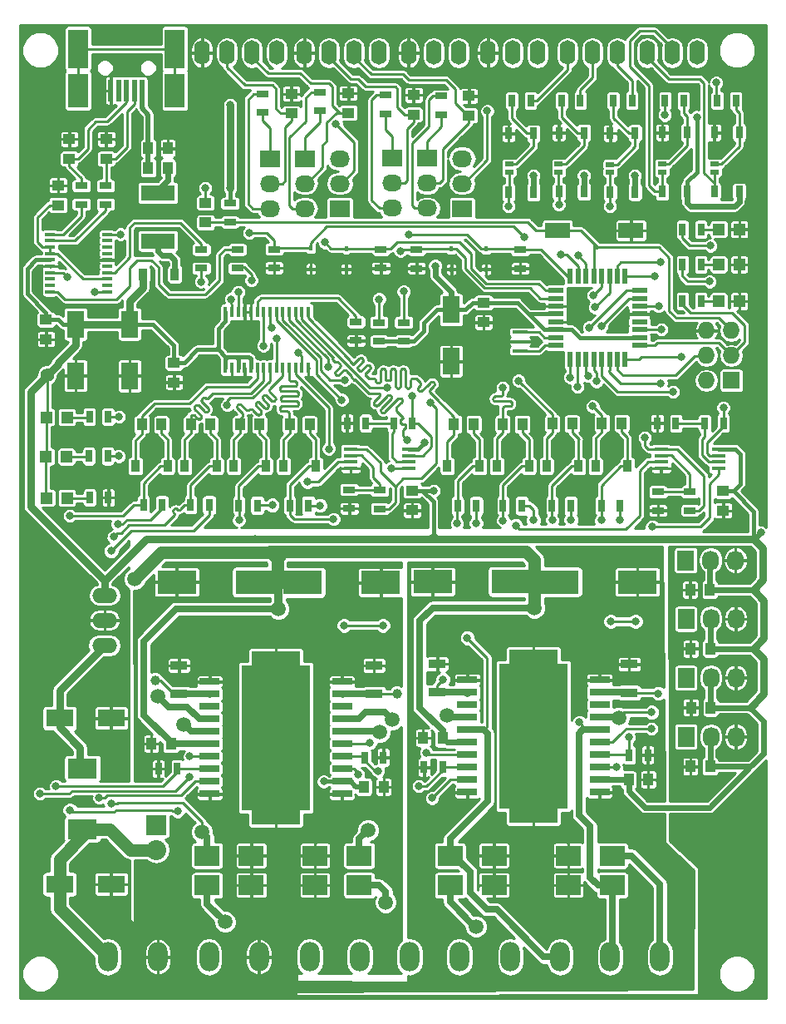
<source format=gtl>
G04 #@! TF.FileFunction,Copper,L1,Top,Signal*
%FSLAX46Y46*%
G04 Gerber Fmt 4.6, Leading zero omitted, Abs format (unit mm)*
G04 Created by KiCad (PCBNEW 4.1.0-alpha+201608101232+7015~46~ubuntu14.04.1-product) date Fri Aug 19 12:09:27 2016*
%MOMM*%
%LPD*%
G01*
G04 APERTURE LIST*
%ADD10C,0.100000*%
%ADD11R,0.500000X2.250000*%
%ADD12R,2.050000X3.500000*%
%ADD13R,2.050000X4.000000*%
%ADD14C,0.800000*%
%ADD15C,0.600000*%
%ADD16R,0.700000X1.300000*%
%ADD17R,1.198880X1.198880*%
%ADD18O,1.600000X2.500000*%
%ADD19R,0.400000X1.100000*%
%ADD20R,1.600000X0.550000*%
%ADD21R,0.550000X1.600000*%
%ADD22R,1.000000X1.250000*%
%ADD23R,3.000000X2.000000*%
%ADD24R,1.250000X1.000000*%
%ADD25R,0.910000X1.220000*%
%ADD26R,2.500000X2.000000*%
%ADD27R,0.450000X0.590000*%
%ADD28R,3.500000X1.600000*%
%ADD29R,1.300000X0.700000*%
%ADD30R,1.700000X0.900000*%
%ADD31R,1.000000X0.400000*%
%ADD32O,2.540000X1.524000*%
%ADD33R,2.750820X1.800860*%
%ADD34R,1.800860X2.750820*%
%ADD35O,2.000000X3.000000*%
%ADD36R,0.800000X1.200000*%
%ADD37R,1.600000X0.300000*%
%ADD38R,2.500000X1.600000*%
%ADD39R,1.450000X0.450000*%
%ADD40R,4.000500X2.400300*%
%ADD41R,2.000000X0.700000*%
%ADD42R,7.000000X14.800000*%
%ADD43R,5.000000X17.700000*%
%ADD44C,1.000000*%
%ADD45R,1.727200X2.032000*%
%ADD46O,1.727200X2.032000*%
%ADD47R,2.032000X1.727200*%
%ADD48O,2.032000X1.727200*%
%ADD49R,1.727200X1.727200*%
%ADD50O,1.727200X1.727200*%
%ADD51R,2.032000X2.032000*%
%ADD52O,2.032000X2.032000*%
%ADD53R,0.900000X0.500000*%
%ADD54C,1.400000*%
%ADD55C,1.500000*%
%ADD56C,0.228600*%
%ADD57C,1.270000*%
%ADD58C,0.406400*%
%ADD59C,0.558800*%
%ADD60C,0.762000*%
%ADD61C,0.254000*%
%ADD62C,0.508000*%
%ADD63C,0.711200*%
%ADD64C,0.838200*%
G04 APERTURE END LIST*
D10*
D11*
X119775000Y-47125000D03*
X120575000Y-47125000D03*
X121375000Y-47125000D03*
X118975000Y-47125000D03*
X118175000Y-47125000D03*
D12*
X124700000Y-47125000D03*
X114850000Y-47125000D03*
D13*
X124700000Y-42875000D03*
X114850000Y-42875000D03*
D14*
X127920000Y-74840000D03*
X142660000Y-97560000D03*
D15*
X148660000Y-99600000D03*
D16*
X176430000Y-64820000D03*
X178330000Y-64820000D03*
D17*
X180130980Y-64830000D03*
X182229020Y-64830000D03*
X180141960Y-61250000D03*
X182240000Y-61250000D03*
X180140980Y-68550000D03*
X182239020Y-68550000D03*
D16*
X176430000Y-61250000D03*
X178330000Y-61250000D03*
X176430000Y-68560000D03*
X178330000Y-68560000D03*
D14*
X182000000Y-79870000D03*
D18*
X177905000Y-43275000D03*
X175365000Y-43275000D03*
X172825000Y-43275000D03*
D14*
X181920000Y-132640000D03*
X176130000Y-132660000D03*
X171590000Y-132660000D03*
X167290000Y-132660000D03*
X165560000Y-132660000D03*
X115880000Y-127910000D03*
X118220000Y-113660000D03*
X126210000Y-119120000D03*
X134880000Y-88000000D03*
X129860000Y-88000000D03*
X124830000Y-88000000D03*
D19*
X129855000Y-75360000D03*
X130505000Y-75360000D03*
X131155000Y-75360000D03*
X131805000Y-75360000D03*
X132455000Y-75360000D03*
X133105000Y-75360000D03*
X133755000Y-75360000D03*
X134405000Y-75360000D03*
X135055000Y-75360000D03*
X135705000Y-75360000D03*
X136355000Y-75360000D03*
X137005000Y-75360000D03*
X137655000Y-75360000D03*
X138305000Y-75360000D03*
X138305000Y-69660000D03*
X137655000Y-69660000D03*
X137005000Y-69660000D03*
X136355000Y-69660000D03*
X135705000Y-69660000D03*
X135055000Y-69660000D03*
X134405000Y-69660000D03*
X133755000Y-69660000D03*
X133105000Y-69660000D03*
X132455000Y-69660000D03*
X131805000Y-69660000D03*
X131155000Y-69660000D03*
X130505000Y-69660000D03*
X129855000Y-69660000D03*
D14*
X166700000Y-87410000D03*
X156630000Y-87410000D03*
X169030000Y-82660000D03*
X164850000Y-121560000D03*
X157620000Y-121530000D03*
X162730000Y-102920000D03*
X159710000Y-102920000D03*
X137010000Y-103010000D03*
X133030000Y-103010000D03*
X122310000Y-82640000D03*
X127330000Y-82640000D03*
X132320000Y-82640000D03*
X137420000Y-82640000D03*
D20*
X163550000Y-67460000D03*
X163550000Y-68260000D03*
X163550000Y-69060000D03*
X163550000Y-69860000D03*
X163550000Y-70660000D03*
X163550000Y-71460000D03*
X163550000Y-72260000D03*
X163550000Y-73060000D03*
D21*
X165000000Y-74510000D03*
X165800000Y-74510000D03*
X166600000Y-74510000D03*
X167400000Y-74510000D03*
X168200000Y-74510000D03*
X169000000Y-74510000D03*
X169800000Y-74510000D03*
X170600000Y-74510000D03*
D20*
X172050000Y-73060000D03*
X172050000Y-72260000D03*
X172050000Y-71460000D03*
X172050000Y-70660000D03*
X172050000Y-69860000D03*
X172050000Y-69060000D03*
X172050000Y-68260000D03*
X172050000Y-67460000D03*
D21*
X170600000Y-66010000D03*
X169800000Y-66010000D03*
X169000000Y-66010000D03*
X168200000Y-66010000D03*
X167400000Y-66010000D03*
X166600000Y-66010000D03*
X165800000Y-66010000D03*
X165000000Y-66010000D03*
D14*
X175890000Y-86830000D03*
X128430000Y-97740000D03*
X167930000Y-99340000D03*
X167930000Y-97800000D03*
X152700000Y-101440000D03*
X161610000Y-64500000D03*
X165580000Y-69800000D03*
X111340000Y-48230000D03*
X117820000Y-69510000D03*
X114790000Y-63620000D03*
X143870000Y-48420000D03*
X157800000Y-49870000D03*
D18*
X169815000Y-43275000D03*
X167275000Y-43275000D03*
X164735000Y-43275000D03*
X161705000Y-43275000D03*
X159165000Y-43275000D03*
X156625000Y-43275000D03*
X153605000Y-43275000D03*
X151065000Y-43275000D03*
X148525000Y-43275000D03*
D14*
X121680000Y-115250000D03*
X172220000Y-59300000D03*
X182610000Y-59720000D03*
X182000000Y-54810000D03*
X181990000Y-46280000D03*
X171570000Y-79240000D03*
X173610000Y-79270000D03*
X169720000Y-119960000D03*
X174040000Y-113210000D03*
X174090000Y-118840000D03*
X135780000Y-90990000D03*
X175580000Y-89860000D03*
X182220000Y-91290000D03*
X149970000Y-128550000D03*
X145840000Y-83650000D03*
X141380000Y-86570000D03*
D22*
X124310000Y-113580000D03*
X122310000Y-113580000D03*
D14*
X151120000Y-135990000D03*
X151120000Y-134270000D03*
X141760000Y-120490000D03*
X129250000Y-122150000D03*
X125000000Y-104040000D03*
X156170000Y-72260000D03*
X155530000Y-75400000D03*
X146250000Y-90970000D03*
X131300000Y-72130000D03*
X154150000Y-82650000D03*
X159050000Y-82660000D03*
X164190000Y-82660000D03*
X126180000Y-70830000D03*
X175610000Y-115940000D03*
X175640000Y-109920000D03*
X175640000Y-103920000D03*
X175640000Y-97950000D03*
X153700000Y-105440000D03*
X154760000Y-97840000D03*
D23*
X115300000Y-122300000D03*
X115300000Y-116100000D03*
D14*
X121725000Y-98900000D03*
X128440000Y-96270000D03*
X141760000Y-96760000D03*
D24*
X156170000Y-68700000D03*
X156170000Y-70700000D03*
X124630000Y-74820000D03*
X124630000Y-76820000D03*
X112825000Y-58775000D03*
X112825000Y-56775000D03*
X111590000Y-70440000D03*
X111590000Y-72440000D03*
X127825000Y-60550000D03*
X127825000Y-58550000D03*
D22*
X123340000Y-81120000D03*
X121340000Y-81120000D03*
X128340000Y-81120000D03*
X126340000Y-81120000D03*
X133340000Y-81120000D03*
X131340000Y-81120000D03*
X138440000Y-81120000D03*
X136440000Y-81120000D03*
X146000000Y-118000000D03*
X144000000Y-118000000D03*
X155160000Y-81080000D03*
X153160000Y-81080000D03*
X160110000Y-81080000D03*
X158110000Y-81080000D03*
X165190000Y-81030000D03*
X163190000Y-81030000D03*
X170230000Y-80980000D03*
X168230000Y-80980000D03*
X172950000Y-117250000D03*
X170950000Y-117250000D03*
X152000000Y-113000000D03*
X150000000Y-113000000D03*
X179230000Y-97930000D03*
X177230000Y-97930000D03*
X179270000Y-103920000D03*
X177270000Y-103920000D03*
X179300000Y-109920000D03*
X177300000Y-109920000D03*
X179250000Y-115920000D03*
X177250000Y-115920000D03*
X122000000Y-53000000D03*
X124000000Y-53000000D03*
D24*
X117710000Y-54060000D03*
X117710000Y-52060000D03*
X113960000Y-54060000D03*
X113960000Y-52060000D03*
X148900000Y-87830000D03*
X148900000Y-89830000D03*
X180590000Y-87880000D03*
X180590000Y-89880000D03*
X154680000Y-49670000D03*
X154680000Y-47670000D03*
X149040000Y-49570000D03*
X149040000Y-47570000D03*
X142390000Y-49380000D03*
X142390000Y-47380000D03*
X136580000Y-49460000D03*
X136580000Y-47460000D03*
D17*
X111581960Y-84400000D03*
X113680000Y-84400000D03*
X111620980Y-80390000D03*
X113719020Y-80390000D03*
D25*
X120705000Y-85335000D03*
X123975000Y-85335000D03*
X125705000Y-85335000D03*
X128975000Y-85335000D03*
X130705000Y-85335000D03*
X133975000Y-85335000D03*
X135805000Y-85335000D03*
X139075000Y-85335000D03*
D26*
X128000000Y-128000000D03*
X132500000Y-128000000D03*
X128000000Y-125000000D03*
X132500000Y-125000000D03*
X143500000Y-128000000D03*
X139000000Y-128000000D03*
X143500000Y-125000000D03*
X139000000Y-125000000D03*
D25*
X152475000Y-85335000D03*
X155745000Y-85335000D03*
X157520000Y-85335000D03*
X160790000Y-85335000D03*
X162570000Y-85335000D03*
X165840000Y-85335000D03*
X167570000Y-85335000D03*
X170840000Y-85335000D03*
D26*
X152750000Y-128000000D03*
X157250000Y-128000000D03*
X152750000Y-125000000D03*
X157250000Y-125000000D03*
X169300000Y-128000000D03*
X164800000Y-128000000D03*
X169300000Y-125000000D03*
X164800000Y-125000000D03*
D25*
X121440000Y-65825000D03*
X124710000Y-65825000D03*
D27*
X156430000Y-63205000D03*
X156430000Y-65315000D03*
X152890000Y-63205000D03*
X152890000Y-65315000D03*
X142160000Y-63185000D03*
X142160000Y-65295000D03*
X138560000Y-63165000D03*
X138560000Y-65275000D03*
D28*
X123000000Y-57561600D03*
X123000000Y-62438400D03*
D22*
X124000000Y-55000000D03*
X122000000Y-55000000D03*
D29*
X130325000Y-58600000D03*
X130325000Y-60500000D03*
X145520000Y-72625000D03*
X145520000Y-70725000D03*
X148020000Y-72625000D03*
X148020000Y-70725000D03*
X143170000Y-70675000D03*
X143170000Y-72575000D03*
X131090000Y-63300000D03*
X131090000Y-65200000D03*
X127415000Y-63300000D03*
X127415000Y-65200000D03*
D16*
X115965000Y-84335000D03*
X117865000Y-84335000D03*
X117905000Y-80335000D03*
X116005000Y-80335000D03*
X124950000Y-116150000D03*
X123050000Y-116150000D03*
X144050000Y-115000000D03*
X145950000Y-115000000D03*
X123410000Y-89310000D03*
X121510000Y-89310000D03*
X128215000Y-89310000D03*
X126315000Y-89310000D03*
X133115000Y-89340000D03*
X131215000Y-89340000D03*
X138315000Y-89340000D03*
X136415000Y-89340000D03*
D30*
X125130000Y-108540000D03*
X125130000Y-105640000D03*
X145000000Y-108550000D03*
X145000000Y-105650000D03*
D16*
X155435000Y-89410000D03*
X153535000Y-89410000D03*
X160055000Y-89380000D03*
X158155000Y-89380000D03*
X165055000Y-89380000D03*
X163155000Y-89380000D03*
X170055000Y-89380000D03*
X168155000Y-89380000D03*
X152000000Y-116000000D03*
X150100000Y-116000000D03*
X171000000Y-114750000D03*
X172900000Y-114750000D03*
D30*
X151450000Y-108380000D03*
X151450000Y-105480000D03*
X171000000Y-108400000D03*
X171000000Y-105500000D03*
D29*
X117650000Y-58700000D03*
X117650000Y-56800000D03*
X115170000Y-58700000D03*
X115170000Y-56800000D03*
X142490000Y-87750000D03*
X142490000Y-89650000D03*
D16*
X144160000Y-80970000D03*
X142260000Y-80970000D03*
D29*
X145590000Y-89690000D03*
X145590000Y-87790000D03*
D16*
X148890000Y-80970000D03*
X146990000Y-80970000D03*
D29*
X151880000Y-49580000D03*
X151880000Y-47680000D03*
X159900000Y-63320000D03*
X159900000Y-65220000D03*
X146160000Y-49480000D03*
X146160000Y-47580000D03*
X149340000Y-63310000D03*
X149340000Y-65210000D03*
X173940000Y-87960000D03*
X173940000Y-89860000D03*
D16*
X175760000Y-80980000D03*
X173860000Y-80980000D03*
D29*
X177210000Y-89860000D03*
X177210000Y-87960000D03*
D16*
X180600000Y-80980000D03*
X178700000Y-80980000D03*
D29*
X139510000Y-49180000D03*
X139510000Y-47280000D03*
X145710000Y-63290000D03*
X145710000Y-65190000D03*
X133650000Y-49350000D03*
X133650000Y-47450000D03*
X134830000Y-63270000D03*
X134830000Y-65170000D03*
D31*
X117800000Y-67600000D03*
X117800000Y-66950000D03*
X117800000Y-66300000D03*
X117800000Y-65650000D03*
X117800000Y-65000000D03*
X117800000Y-64350000D03*
X117800000Y-63700000D03*
X117800000Y-63050000D03*
X117800000Y-62400000D03*
X117800000Y-61750000D03*
X112000000Y-61750000D03*
X112000000Y-62400000D03*
X112000000Y-63050000D03*
X112000000Y-63700000D03*
X112000000Y-64350000D03*
X112000000Y-65000000D03*
X112000000Y-65650000D03*
X112000000Y-66300000D03*
X112000000Y-66950000D03*
X112000000Y-67600000D03*
D32*
X117550000Y-98500000D03*
X117550000Y-101040000D03*
X117550000Y-103580000D03*
D33*
X118223820Y-111000000D03*
X112976180Y-111000000D03*
X118223820Y-127900000D03*
X112976180Y-127900000D03*
D34*
X114610000Y-76143820D03*
X114610000Y-70896180D03*
X120110000Y-76153820D03*
X120110000Y-70906180D03*
X152870000Y-74673820D03*
X152870000Y-69426180D03*
D18*
X145525000Y-43275000D03*
X142985000Y-43275000D03*
X140445000Y-43275000D03*
X137905000Y-43275000D03*
X135125000Y-43275000D03*
X132585000Y-43275000D03*
X130045000Y-43275000D03*
X127505000Y-43275000D03*
D35*
X143550000Y-135300000D03*
X138470000Y-135300000D03*
X148630000Y-135300000D03*
X153710000Y-135300000D03*
X164000000Y-135300000D03*
X158920000Y-135300000D03*
X169080000Y-135300000D03*
X174160000Y-135300000D03*
X122980000Y-135300000D03*
X117900000Y-135300000D03*
X133270000Y-135300000D03*
X128190000Y-135300000D03*
D16*
X159060000Y-48150000D03*
X160960000Y-48150000D03*
X164130000Y-48150000D03*
X166030000Y-48150000D03*
X169390000Y-48160000D03*
X171290000Y-48160000D03*
X181880000Y-48150000D03*
X179980000Y-48150000D03*
X176550000Y-48150000D03*
X174650000Y-48150000D03*
D36*
X176920000Y-51400000D03*
X174380000Y-51400000D03*
X174380000Y-57400000D03*
X176920000Y-57400000D03*
X182210000Y-51400000D03*
X179670000Y-51400000D03*
X179670000Y-57400000D03*
X182210000Y-57400000D03*
X171605000Y-51460000D03*
X169065000Y-51460000D03*
X169065000Y-57460000D03*
X171605000Y-57460000D03*
X166380000Y-51410000D03*
X163840000Y-51410000D03*
X163840000Y-57410000D03*
X166380000Y-57410000D03*
X161250000Y-51481738D03*
X158710000Y-51481738D03*
X158710000Y-57481738D03*
X161250000Y-57481738D03*
D37*
X159880000Y-71710000D03*
X159880000Y-72660000D03*
X159880000Y-73610000D03*
D38*
X171190000Y-61360000D03*
X163690000Y-61360000D03*
D14*
X154760000Y-96570000D03*
D17*
X111630980Y-88580000D03*
X113729020Y-88580000D03*
D16*
X116030000Y-88550000D03*
X117930000Y-88550000D03*
D39*
X142640000Y-83610000D03*
X142640000Y-84260000D03*
X142640000Y-84910000D03*
X142640000Y-85560000D03*
X148540000Y-85560000D03*
X148540000Y-84910000D03*
X148540000Y-84260000D03*
X148540000Y-83610000D03*
X174260000Y-83610000D03*
X174260000Y-84260000D03*
X174260000Y-84910000D03*
X174260000Y-85560000D03*
X180160000Y-85560000D03*
X180160000Y-84910000D03*
X180160000Y-84260000D03*
X180160000Y-83610000D03*
D14*
X161450000Y-72660000D03*
D40*
X132900500Y-97145000D03*
X124899500Y-97145000D03*
X158980500Y-97105000D03*
X150979500Y-97105000D03*
X137709500Y-97190000D03*
X145710500Y-97190000D03*
X163849500Y-97130000D03*
X171850500Y-97130000D03*
D41*
X154500000Y-107110000D03*
X154500000Y-108380000D03*
X154500000Y-109650000D03*
X154500000Y-110920000D03*
X154500000Y-112190000D03*
X154500000Y-113460000D03*
X154500000Y-114730000D03*
X154500000Y-116000000D03*
X154500000Y-117270000D03*
X154500000Y-118540000D03*
X168000000Y-107110000D03*
X168000000Y-108380000D03*
X168000000Y-109650000D03*
X168000000Y-110920000D03*
X168000000Y-112190000D03*
X168000000Y-113460000D03*
X168000000Y-114730000D03*
X168000000Y-116000000D03*
X168000000Y-117270000D03*
X168000000Y-118540000D03*
D42*
X161250000Y-112825000D03*
D43*
X161250000Y-112825000D03*
D44*
X163250000Y-106825000D03*
X163250000Y-108825000D03*
X163250000Y-110825000D03*
X163250000Y-112825000D03*
X163250000Y-114825000D03*
X163250000Y-116825000D03*
X163250000Y-118825000D03*
X159250000Y-106825000D03*
X159250000Y-108825000D03*
X159250000Y-110825000D03*
X159250000Y-112825000D03*
X159250000Y-114825000D03*
X159250000Y-116825000D03*
X159250000Y-118825000D03*
D41*
X128250000Y-107285000D03*
X128250000Y-108555000D03*
X128250000Y-109825000D03*
X128250000Y-111095000D03*
X128250000Y-112365000D03*
X128250000Y-113635000D03*
X128250000Y-114905000D03*
X128250000Y-116175000D03*
X128250000Y-117445000D03*
X128250000Y-118715000D03*
X141750000Y-107285000D03*
X141750000Y-108555000D03*
X141750000Y-109825000D03*
X141750000Y-111095000D03*
X141750000Y-112365000D03*
X141750000Y-113635000D03*
X141750000Y-114905000D03*
X141750000Y-116175000D03*
X141750000Y-117445000D03*
X141750000Y-118715000D03*
D42*
X135000000Y-113000000D03*
D43*
X135000000Y-113000000D03*
D44*
X137000000Y-107000000D03*
X137000000Y-109000000D03*
X137000000Y-111000000D03*
X137000000Y-113000000D03*
X137000000Y-115000000D03*
X137000000Y-117000000D03*
X137000000Y-119000000D03*
X133000000Y-107000000D03*
X133000000Y-109000000D03*
X133000000Y-111000000D03*
X133000000Y-113000000D03*
X133000000Y-115000000D03*
X133000000Y-117000000D03*
X133000000Y-119000000D03*
D45*
X176790000Y-112890000D03*
D46*
X179330000Y-112890000D03*
X181870000Y-112890000D03*
D45*
X176790000Y-106890000D03*
D46*
X179330000Y-106890000D03*
X181870000Y-106890000D03*
D45*
X176790000Y-100890000D03*
D46*
X179330000Y-100890000D03*
X181870000Y-100890000D03*
D45*
X176760000Y-94930000D03*
D46*
X179300000Y-94930000D03*
X181840000Y-94930000D03*
D47*
X141525000Y-59130000D03*
D48*
X141525000Y-56590000D03*
X141525000Y-54050000D03*
D47*
X153980000Y-59115000D03*
D48*
X153980000Y-56575000D03*
X153980000Y-54035000D03*
D47*
X134375000Y-54050000D03*
D48*
X134375000Y-56590000D03*
X134375000Y-59130000D03*
D47*
X137950000Y-54050000D03*
D48*
X137950000Y-56590000D03*
X137950000Y-59130000D03*
D47*
X146830000Y-54020000D03*
D48*
X146830000Y-56560000D03*
X146830000Y-59100000D03*
D47*
X150405000Y-54020000D03*
D48*
X150405000Y-56560000D03*
X150405000Y-59100000D03*
D49*
X181420000Y-76620000D03*
D50*
X178880000Y-76620000D03*
X181420000Y-74080000D03*
X178880000Y-74080000D03*
X181420000Y-71540000D03*
X178880000Y-71540000D03*
D51*
X122800000Y-121860000D03*
D52*
X122800000Y-124400000D03*
D53*
X158770000Y-54610000D03*
X158770000Y-55410000D03*
X163830000Y-54600000D03*
X163830000Y-55400000D03*
X169070000Y-54630000D03*
X169070000Y-55430000D03*
X179700000Y-54600000D03*
X179700000Y-55400000D03*
X174370000Y-54600000D03*
X174370000Y-55400000D03*
D14*
X151237135Y-64961703D03*
X184430000Y-92130000D03*
X130368044Y-48578683D03*
X151077806Y-87839937D03*
X150150000Y-82980000D03*
X132850000Y-92750000D03*
X139880000Y-117440000D03*
X130370000Y-57040000D03*
X161250000Y-55770000D03*
X166390000Y-55770000D03*
X171600000Y-55770000D03*
D54*
X111680000Y-76100000D03*
D14*
X127800000Y-57040000D03*
X116510000Y-67600000D03*
X110980124Y-118691790D03*
X126227116Y-114900000D03*
X114030000Y-90400000D03*
X126200000Y-116950000D03*
X118471821Y-92541821D03*
X117005339Y-119118534D03*
X143388860Y-116730834D03*
X131240000Y-90850000D03*
X144605135Y-113503336D03*
X140880000Y-90730000D03*
D55*
X135288524Y-99882765D03*
X161354537Y-99763054D03*
X120586082Y-96850668D03*
D14*
X150312031Y-114490000D03*
X153450000Y-91190000D03*
X150931810Y-119130000D03*
X158150000Y-90878190D03*
X146310000Y-77370210D03*
X158100000Y-77370210D03*
X163160000Y-90820000D03*
X169710000Y-116000000D03*
X142015778Y-76569169D03*
X159730000Y-76640000D03*
X168160000Y-90860000D03*
X173270000Y-112060000D03*
X141730000Y-78600000D03*
X167290000Y-79250000D03*
D55*
X122960272Y-108755904D03*
D14*
X114026777Y-120364115D03*
X118940000Y-91250000D03*
X124980303Y-120431810D03*
D55*
X129850000Y-131750000D03*
X125633538Y-111619169D03*
X127483867Y-122580000D03*
D14*
X118220000Y-93970000D03*
X118268487Y-119675916D03*
X141970423Y-101568467D03*
D55*
X145602211Y-112438625D03*
D14*
X145920056Y-101563084D03*
D55*
X146200000Y-129730000D03*
D14*
X134630000Y-89320000D03*
D55*
X146864812Y-111148981D03*
D14*
X139499621Y-89339904D03*
D55*
X144388800Y-122400000D03*
X155405131Y-132190000D03*
D14*
X155410000Y-91170000D03*
D55*
X152433777Y-110720332D03*
D14*
X154507679Y-102819719D03*
X161250000Y-90800000D03*
X171644410Y-101146639D03*
X169141833Y-101147329D03*
X165080000Y-90820000D03*
X165950000Y-111430000D03*
D55*
X169952965Y-110931508D03*
D14*
X173303466Y-110400000D03*
X170070000Y-90860000D03*
X148514921Y-61756343D03*
X147700000Y-63440000D03*
X140027409Y-62577234D03*
X132289161Y-61590866D03*
X160330000Y-62070000D03*
X165000000Y-76310000D03*
X156540000Y-49200000D03*
X141133845Y-50500995D03*
X174290000Y-71430000D03*
X174000000Y-69040000D03*
X135067547Y-72353289D03*
X137310000Y-73820000D03*
X140300000Y-75270000D03*
X133749894Y-73090995D03*
X179300000Y-62910000D03*
X176330000Y-74240000D03*
X179210000Y-66560000D03*
X145530000Y-68350000D03*
X130420000Y-68350000D03*
X167520000Y-69180000D03*
X148020000Y-67578664D03*
X131170000Y-67619790D03*
X167351337Y-67978663D03*
X165803337Y-63926663D03*
X132520000Y-66430000D03*
X127410000Y-66570000D03*
X164070000Y-63770000D03*
X113760000Y-66120000D03*
X119000000Y-84340000D03*
X119170000Y-61750000D03*
X119010000Y-80340000D03*
X112598190Y-117929684D03*
X130040000Y-79120000D03*
X145442063Y-116360550D03*
X140397107Y-83583159D03*
X138220000Y-86940000D03*
D44*
X122723145Y-107163964D03*
X147339213Y-108548799D03*
D14*
X146750000Y-85580000D03*
X149581821Y-117929462D03*
X148400000Y-82670000D03*
X170982590Y-112930893D03*
X134540000Y-71250000D03*
X152034094Y-107080000D03*
X159440000Y-91380000D03*
X173969486Y-108477772D03*
X173380000Y-91540000D03*
X150740000Y-78913735D03*
X168195142Y-71105107D03*
X166926059Y-71238041D03*
X148880000Y-78230000D03*
X172610000Y-82450000D03*
X173650000Y-66030000D03*
X174240000Y-64610000D03*
X180600000Y-79400000D03*
X165750000Y-77250000D03*
X158720000Y-58890000D03*
X166829944Y-76159322D03*
X163840000Y-58720000D03*
X167662327Y-76719297D03*
X169060000Y-58880000D03*
X179900000Y-46320000D03*
X175470000Y-77800000D03*
X174649254Y-49611757D03*
X174230000Y-76900000D03*
X177891246Y-49818025D03*
D56*
X174260000Y-85560000D02*
X174260000Y-86340000D01*
X142640000Y-85560000D02*
X142640000Y-86180000D01*
X142640000Y-85560000D02*
X141686400Y-85560000D01*
X142640000Y-85560000D02*
X143760000Y-85560000D01*
X174260000Y-85560000D02*
X173306400Y-85560000D01*
X174260000Y-85560000D02*
X175360000Y-85560000D01*
D57*
X150975782Y-97101282D02*
X150979500Y-97105000D01*
D58*
X132455000Y-75360000D02*
X132455000Y-74415707D01*
X132455000Y-74415707D02*
X132224293Y-74185000D01*
X132224293Y-74185000D02*
X131370000Y-74185000D01*
X128840000Y-73490000D02*
X129160000Y-73490000D01*
X126991400Y-73490000D02*
X128840000Y-73490000D01*
X129160000Y-71311400D02*
X129160000Y-73210000D01*
X129160000Y-73210000D02*
X129160000Y-73490000D01*
X128840000Y-73490000D02*
X128880000Y-73490000D01*
X128880000Y-73490000D02*
X129160000Y-73210000D01*
X129855000Y-74420000D02*
X129855000Y-75360000D01*
X129855000Y-74185000D02*
X129855000Y-74420000D01*
X130060000Y-74185000D02*
X129855000Y-74185000D01*
X130936400Y-74185000D02*
X130060000Y-74185000D01*
X129855000Y-74420000D02*
X129855000Y-74390000D01*
X129855000Y-74390000D02*
X130060000Y-74185000D01*
X131370000Y-74185000D02*
X130936400Y-74185000D01*
X131155000Y-74403600D02*
X131155000Y-74400000D01*
X131155000Y-74400000D02*
X131370000Y-74185000D01*
X129855000Y-69660000D02*
X129855000Y-70616400D01*
X129855000Y-70616400D02*
X129160000Y-71311400D01*
X131155000Y-75360000D02*
X131155000Y-74403600D01*
X131155000Y-74403600D02*
X130936400Y-74185000D01*
X129160000Y-73490000D02*
X129855000Y-74185000D01*
D59*
X152870000Y-69426180D02*
X152870000Y-67620000D01*
X151237135Y-64961703D02*
X151237135Y-65987135D01*
X151237135Y-65987135D02*
X152870000Y-67620000D01*
D60*
X121790000Y-92750000D02*
X131770000Y-92750000D01*
X131770000Y-92750000D02*
X150530000Y-92750000D01*
D61*
X132850000Y-92750000D02*
X131770000Y-92750000D01*
X168000000Y-117270000D02*
X170930000Y-117270000D01*
X170930000Y-117270000D02*
X170950000Y-117250000D01*
D59*
X184430000Y-92130000D02*
X183810000Y-92750000D01*
X183810000Y-92750000D02*
X183680000Y-92750000D01*
X170950000Y-117250000D02*
X168020000Y-117250000D01*
X168020000Y-117250000D02*
X168000000Y-117270000D01*
X170950000Y-118433800D02*
X170950000Y-117250000D01*
D58*
X111590000Y-70440000D02*
X111590000Y-69705659D01*
X111590000Y-69705659D02*
X109650000Y-67765659D01*
X109650000Y-67765659D02*
X109650000Y-65250000D01*
X109650000Y-65250000D02*
X110550000Y-64350000D01*
X110550000Y-64350000D02*
X112000000Y-64350000D01*
D60*
X130370000Y-48580639D02*
X130368044Y-48578683D01*
X130370000Y-57040000D02*
X130370000Y-48580639D01*
X150530000Y-92750000D02*
X151560000Y-92750000D01*
X151560000Y-92750000D02*
X183680000Y-92750000D01*
D58*
X151050000Y-92240000D02*
X151560000Y-92750000D01*
X151050000Y-92230000D02*
X151050000Y-92240000D01*
X151050000Y-88948600D02*
X151050000Y-92230000D01*
X151050000Y-92230000D02*
X150530000Y-92750000D01*
X148900000Y-87830000D02*
X149931400Y-87830000D01*
X149931400Y-87830000D02*
X151050000Y-88948600D01*
X151067869Y-87830000D02*
X151077806Y-87839937D01*
X148900000Y-87830000D02*
X151067869Y-87830000D01*
X148540000Y-83610000D02*
X149520000Y-83610000D01*
X149520000Y-83610000D02*
X150150000Y-82980000D01*
D59*
X170950000Y-118433800D02*
X172594994Y-120078794D01*
X172594994Y-120078794D02*
X179221206Y-120078794D01*
X179221206Y-120078794D02*
X183380000Y-115920000D01*
D58*
X141750000Y-117445000D02*
X139885000Y-117445000D01*
X139885000Y-117445000D02*
X139880000Y-117440000D01*
X150060000Y-71641400D02*
X150060000Y-70770000D01*
X150060000Y-70770000D02*
X151403820Y-69426180D01*
X148020000Y-72625000D02*
X149076400Y-72625000D01*
X149076400Y-72625000D02*
X150060000Y-71641400D01*
X145520000Y-72625000D02*
X148020000Y-72625000D01*
X145470000Y-72575000D02*
X145520000Y-72625000D01*
X152870000Y-69426180D02*
X151403820Y-69426180D01*
X130325000Y-58600000D02*
X130325000Y-57085000D01*
X130325000Y-57085000D02*
X130370000Y-57040000D01*
D60*
X110000000Y-89426000D02*
X110000000Y-77780000D01*
X110000000Y-77780000D02*
X111680000Y-76100000D01*
X117550000Y-96976000D02*
X110000000Y-89426000D01*
D58*
X181621400Y-87891400D02*
X183680000Y-89950000D01*
X183680000Y-89950000D02*
X183680000Y-92750000D01*
X181621400Y-87880000D02*
X181621400Y-87891400D01*
X180160000Y-83610000D02*
X181830000Y-83610000D01*
X181830000Y-83610000D02*
X182360000Y-84140000D01*
X182360000Y-84140000D02*
X182360000Y-87141400D01*
X182360000Y-87141400D02*
X181621400Y-87880000D01*
X181621400Y-87880000D02*
X180590000Y-87880000D01*
D60*
X117550000Y-98500000D02*
X117550000Y-96976000D01*
X117550000Y-96976000D02*
X118496000Y-96030000D01*
X118496000Y-96030000D02*
X118510000Y-96030000D01*
X118510000Y-96030000D02*
X121790000Y-92750000D01*
X183680000Y-92750000D02*
X184630000Y-93700000D01*
X184630000Y-93700000D02*
X184630000Y-96950000D01*
X184630000Y-96950000D02*
X183650000Y-97930000D01*
D59*
X183680000Y-103920000D02*
X183680000Y-103910000D01*
D60*
X183680000Y-103910000D02*
X184720000Y-102870000D01*
X184720000Y-102870000D02*
X184720000Y-99000000D01*
X184720000Y-99000000D02*
X183650000Y-97930000D01*
D59*
X183650000Y-97930000D02*
X179230000Y-97930000D01*
X183310000Y-109920000D02*
X183320000Y-109920000D01*
D60*
X183320000Y-109920000D02*
X184720000Y-108520000D01*
X184720000Y-108520000D02*
X184720000Y-104960000D01*
X184720000Y-104960000D02*
X183680000Y-103920000D01*
D59*
X183680000Y-103920000D02*
X179270000Y-103920000D01*
X179250000Y-115920000D02*
X183380000Y-115920000D01*
X183380000Y-115920000D02*
X184680000Y-114620000D01*
X184680000Y-114620000D02*
X184680000Y-111290000D01*
X184680000Y-111290000D02*
X183310000Y-109920000D01*
X183310000Y-109920000D02*
X179300000Y-109920000D01*
X179230000Y-97930000D02*
X179230000Y-95050000D01*
X179230000Y-95050000D02*
X179160000Y-94980000D01*
X179270000Y-103920000D02*
X179270000Y-100940000D01*
X179270000Y-100940000D02*
X179260000Y-100930000D01*
X179300000Y-109920000D02*
X179300000Y-106970000D01*
X179300000Y-106970000D02*
X179260000Y-106930000D01*
X179250000Y-115920000D02*
X179250000Y-112940000D01*
X179250000Y-112940000D02*
X179260000Y-112930000D01*
D58*
X163550000Y-71460000D02*
X165157404Y-71460000D01*
X165157404Y-71460000D02*
X165957404Y-72260000D01*
X165957404Y-72260000D02*
X172050000Y-72260000D01*
D59*
X161250000Y-57481738D02*
X161250000Y-55770000D01*
X166380000Y-57410000D02*
X166380000Y-55780000D01*
X166380000Y-55780000D02*
X166390000Y-55770000D01*
X171605000Y-57460000D02*
X171605000Y-55775000D01*
X171605000Y-55775000D02*
X171600000Y-55770000D01*
D61*
X111581960Y-84400000D02*
X111581960Y-88530980D01*
X111581960Y-88530980D02*
X111630980Y-88580000D01*
X111620980Y-80390000D02*
X111620980Y-84360980D01*
X111620980Y-84360980D02*
X111581960Y-84400000D01*
X111680000Y-76100000D02*
X111680000Y-80330980D01*
X111680000Y-80330980D02*
X111620980Y-80390000D01*
D60*
X121440000Y-65825000D02*
X121440000Y-67197000D01*
X121440000Y-67197000D02*
X120110000Y-68527000D01*
X120110000Y-68527000D02*
X120110000Y-70906180D01*
D58*
X124630000Y-74820000D02*
X125661400Y-74820000D01*
X125661400Y-74820000D02*
X126991400Y-73490000D01*
X122486180Y-70906180D02*
X124630000Y-73050000D01*
X124630000Y-73050000D02*
X124630000Y-74820000D01*
X120110000Y-70906180D02*
X122486180Y-70906180D01*
X114610000Y-70896180D02*
X113303170Y-70896180D01*
X113303170Y-70896180D02*
X112846990Y-70440000D01*
X112846990Y-70440000D02*
X111590000Y-70440000D01*
D60*
X114610000Y-70896180D02*
X120100000Y-70896180D01*
X120100000Y-70896180D02*
X120110000Y-70906180D01*
X111680000Y-76100000D02*
X112799201Y-74980799D01*
X112799201Y-74980799D02*
X112799201Y-74844389D01*
X112799201Y-74844389D02*
X114610000Y-73033590D01*
X114610000Y-73033590D02*
X114610000Y-70896180D01*
D58*
X160826975Y-69860000D02*
X160769956Y-69860000D01*
X160769956Y-69860000D02*
X159609956Y-68700000D01*
X159609956Y-68700000D02*
X156170000Y-68700000D01*
X160826975Y-69860000D02*
X160826975Y-69943375D01*
X160826975Y-69943375D02*
X161080000Y-70196400D01*
X161080000Y-69860000D02*
X160826975Y-69860000D01*
X161080000Y-70196400D02*
X161080000Y-69860000D01*
X162343600Y-71460000D02*
X161080000Y-70196400D01*
X163550000Y-71460000D02*
X162343600Y-71460000D01*
X155030000Y-68700000D02*
X154303820Y-69426180D01*
X154303820Y-69426180D02*
X152870000Y-69426180D01*
X156170000Y-68700000D02*
X155030000Y-68700000D01*
X163550000Y-69860000D02*
X161080000Y-69860000D01*
D62*
X142595000Y-117445000D02*
X143150000Y-118000000D01*
X143150000Y-118000000D02*
X144000000Y-118000000D01*
X141750000Y-117445000D02*
X142595000Y-117445000D01*
D61*
X112000000Y-63700000D02*
X112754000Y-63700000D01*
X112754000Y-63700000D02*
X115354000Y-66300000D01*
X115354000Y-66300000D02*
X117800000Y-66300000D01*
X112000000Y-63050000D02*
X112000000Y-63700000D01*
X110700000Y-60021000D02*
X110700000Y-62504000D01*
X110700000Y-62504000D02*
X111246000Y-63050000D01*
X111246000Y-63050000D02*
X112000000Y-63050000D01*
X112825000Y-58775000D02*
X111946000Y-58775000D01*
X111946000Y-58775000D02*
X110700000Y-60021000D01*
X174030000Y-63070000D02*
X167780000Y-63070000D01*
X175090000Y-64130000D02*
X174030000Y-63070000D01*
X175797211Y-70267211D02*
X175090000Y-69560000D01*
X180147211Y-70267211D02*
X175797211Y-70267211D01*
X175090000Y-69560000D02*
X175090000Y-64130000D01*
X181420000Y-71540000D02*
X180147211Y-70267211D01*
X167400000Y-63100000D02*
X167400000Y-66010000D01*
X167780000Y-63070000D02*
X167400000Y-62690000D01*
X167400000Y-62690000D02*
X167400000Y-63100000D01*
X167750000Y-63100000D02*
X167780000Y-63070000D01*
X167400000Y-63100000D02*
X167750000Y-63100000D01*
X160680000Y-60500000D02*
X161540000Y-61360000D01*
X161540000Y-61360000D02*
X163690000Y-61360000D01*
X130325000Y-60500000D02*
X160680000Y-60500000D01*
X127825000Y-60550000D02*
X130275000Y-60550000D01*
X130275000Y-60550000D02*
X130325000Y-60500000D01*
X163690000Y-61360000D02*
X166070000Y-61360000D01*
X166070000Y-61360000D02*
X167400000Y-62690000D01*
X127800000Y-57040000D02*
X127800000Y-58525000D01*
X127800000Y-58525000D02*
X127825000Y-58550000D01*
X117800000Y-67600000D02*
X116510000Y-67600000D01*
X119419166Y-90400000D02*
X114030000Y-90400000D01*
X120509166Y-89310000D02*
X119419166Y-90400000D01*
X121510000Y-89310000D02*
X120509166Y-89310000D01*
X113960656Y-118691790D02*
X110980124Y-118691790D01*
X114265551Y-118386895D02*
X113960656Y-118691790D01*
X126200000Y-116950000D02*
X124763105Y-118386895D01*
X124763105Y-118386895D02*
X114265551Y-118386895D01*
X126232116Y-114905000D02*
X126227116Y-114900000D01*
X128250000Y-114905000D02*
X126232116Y-114905000D01*
X123975000Y-85335000D02*
X123266000Y-85335000D01*
X121510000Y-87091000D02*
X121510000Y-89310000D01*
X123266000Y-85335000D02*
X121510000Y-87091000D01*
X123340000Y-81120000D02*
X123340000Y-81999000D01*
X123340000Y-81999000D02*
X123975000Y-82634000D01*
X123975000Y-82634000D02*
X123975000Y-85335000D01*
X121340000Y-81120000D02*
X121340000Y-80264237D01*
X126240000Y-78970000D02*
X127970737Y-77239263D01*
X121340000Y-80264237D02*
X122634237Y-78970000D01*
X122634237Y-78970000D02*
X126240000Y-78970000D01*
X127970737Y-77239263D02*
X132271878Y-77239263D01*
X132271878Y-77239263D02*
X133105000Y-76406141D01*
X133105000Y-76406141D02*
X133105000Y-75360000D01*
X121340000Y-82070000D02*
X120705000Y-82705000D01*
X120705000Y-82705000D02*
X120705000Y-85335000D01*
X121340000Y-81120000D02*
X121340000Y-82070000D01*
X126315000Y-89310000D02*
X125711000Y-89310000D01*
X124583893Y-90437106D02*
X123649810Y-91371190D01*
X124647215Y-90180284D02*
X124659258Y-90233048D01*
X125711000Y-89310000D02*
X125291000Y-89730000D01*
X125291000Y-89730000D02*
X125248686Y-89763743D01*
X125248686Y-89763743D02*
X125199925Y-89787226D01*
X125199925Y-89787226D02*
X125147161Y-89799269D01*
X124649715Y-89696255D02*
X124607401Y-89729999D01*
X124906886Y-89696255D02*
X124858125Y-89672773D01*
X125147161Y-89799269D02*
X125093040Y-89799269D01*
X124805361Y-89660730D02*
X124751240Y-89660730D01*
X125093040Y-89799269D02*
X125040276Y-89787226D01*
X125040276Y-89787226D02*
X124991515Y-89763743D01*
X124532763Y-89838485D02*
X124520720Y-89891249D01*
X124991515Y-89763743D02*
X124906886Y-89696255D01*
X124858125Y-89672773D02*
X124805361Y-89660730D01*
X124607401Y-89729999D02*
X124589989Y-89747410D01*
X124751240Y-89660730D02*
X124698476Y-89672773D01*
X124698476Y-89672773D02*
X124649715Y-89696255D01*
X124589989Y-89747410D02*
X124556245Y-89789724D01*
X124556245Y-90046895D02*
X124623733Y-90131523D01*
X124556245Y-89789724D02*
X124532763Y-89838485D01*
X124520720Y-89891249D02*
X124520720Y-89945370D01*
X124520720Y-89945370D02*
X124532763Y-89998134D01*
X119257900Y-92141822D02*
X118871820Y-92141822D01*
X124623733Y-90388694D02*
X124589989Y-90431008D01*
X124532763Y-89998134D02*
X124556245Y-90046895D01*
X124623733Y-90131523D02*
X124647215Y-90180284D01*
X124659258Y-90233048D02*
X124659258Y-90287169D01*
X124659258Y-90287169D02*
X124647215Y-90339933D01*
X123649810Y-91371190D02*
X120028532Y-91371190D01*
X124647215Y-90339933D02*
X124623733Y-90388694D01*
X124589989Y-90431008D02*
X124583893Y-90437106D01*
X120028532Y-91371190D02*
X119257900Y-92141822D01*
X118871820Y-92141822D02*
X118471821Y-92541821D01*
X117571024Y-119118534D02*
X117005339Y-119118534D01*
X125365616Y-118844106D02*
X117845452Y-118844106D01*
X126764722Y-117445000D02*
X125365616Y-118844106D01*
X128250000Y-117445000D02*
X126764722Y-117445000D01*
X117845452Y-118844106D02*
X117571024Y-119118534D01*
X128975000Y-85335000D02*
X128266000Y-85335000D01*
X128266000Y-85335000D02*
X126315000Y-87286000D01*
X126315000Y-87286000D02*
X126315000Y-89310000D01*
X128980000Y-82639000D02*
X128975000Y-82644000D01*
X128975000Y-82644000D02*
X128975000Y-85335000D01*
X128340000Y-81120000D02*
X128340000Y-81999000D01*
X128340000Y-81999000D02*
X128980000Y-82639000D01*
X126340000Y-81120000D02*
X126340000Y-80190000D01*
X128027641Y-79802314D02*
X128072110Y-79766851D01*
X126692207Y-79406640D02*
X126692208Y-79364588D01*
X126746029Y-79252827D02*
X126839666Y-79159191D01*
X126699210Y-80190000D02*
X126994480Y-80485270D01*
X126746029Y-79518399D02*
X126719810Y-79485523D01*
X126340000Y-80190000D02*
X126384468Y-80154537D01*
X127920944Y-79839649D02*
X127976395Y-79826993D01*
X126548044Y-80117202D02*
X126603496Y-80129858D01*
X126384468Y-80154537D02*
X126435714Y-80129858D01*
X127309222Y-80520733D02*
X127353691Y-80485270D01*
X126435714Y-80129858D02*
X126491166Y-80117202D01*
X127669846Y-78386951D02*
X127711898Y-78386950D01*
X127712899Y-79766851D02*
X127757368Y-79802314D01*
X126491166Y-80117202D02*
X126548044Y-80117202D01*
X126719810Y-79285705D02*
X126746029Y-79252827D01*
X127558085Y-78440772D02*
X127590962Y-78414553D01*
X126603496Y-80129858D02*
X126654741Y-80154537D01*
X127426488Y-80277225D02*
X127413832Y-80221773D01*
X126839666Y-79159191D02*
X126872543Y-79132972D01*
X126654741Y-80154537D02*
X126699210Y-80190000D01*
X126994480Y-80485270D02*
X127038949Y-80520733D01*
X128144907Y-79615684D02*
X128144907Y-79558806D01*
X127072363Y-79132971D02*
X127105240Y-79159190D01*
X127038949Y-80520733D02*
X127090195Y-80545412D01*
X127257976Y-80545412D02*
X127309222Y-80520733D01*
X127410626Y-78688221D02*
X127410627Y-78646169D01*
X126951427Y-79105370D02*
X126993479Y-79105369D01*
X127090195Y-80545412D02*
X127145646Y-80558068D01*
X127145646Y-80558068D02*
X127202524Y-80558068D01*
X127590962Y-78414553D02*
X127628849Y-78396308D01*
X127202524Y-80558068D02*
X127257976Y-80545412D01*
X128132251Y-79671136D02*
X128144907Y-79615684D01*
X127353691Y-80485270D02*
X127389153Y-80440801D01*
X127389153Y-80440801D02*
X127413832Y-80389555D01*
X128132251Y-79503354D02*
X128107572Y-79452109D01*
X127438229Y-78767104D02*
X127419985Y-78729217D01*
X127438229Y-78567286D02*
X127464448Y-78534408D01*
X127413832Y-80389555D02*
X127426488Y-80334103D01*
X127757368Y-79802314D02*
X127808614Y-79826993D01*
X127105240Y-79159190D02*
X127712899Y-79766851D01*
X127426488Y-80334103D02*
X127426488Y-80277225D01*
X126701566Y-79447636D02*
X126692207Y-79406640D01*
X128072110Y-79407640D02*
X127464448Y-78799980D01*
X127413832Y-80221773D02*
X127389153Y-80170528D01*
X127389153Y-80170528D02*
X127353691Y-80126059D01*
X127353691Y-80126059D02*
X126746029Y-79518399D01*
X126719810Y-79485523D02*
X126701566Y-79447636D01*
X126692208Y-79364588D02*
X126701565Y-79323592D01*
X127935419Y-78494594D02*
X127977471Y-78494593D01*
X126701565Y-79323592D02*
X126719810Y-79285705D01*
X127808614Y-79826993D02*
X127864066Y-79839649D01*
X126872543Y-79132972D02*
X126910430Y-79114727D01*
X126910430Y-79114727D02*
X126951427Y-79105370D01*
X126993479Y-79105369D02*
X127034476Y-79114726D01*
X127034476Y-79114726D02*
X127072363Y-79132971D01*
X127864066Y-79839649D02*
X127920944Y-79839649D01*
X127976395Y-79826993D02*
X128027641Y-79802314D01*
X128018467Y-78485236D02*
X128056354Y-78466991D01*
X128072110Y-79766851D02*
X128107572Y-79722382D01*
X128592789Y-77937211D02*
X132459152Y-77937211D01*
X128107572Y-79722382D02*
X128132251Y-79671136D01*
X128144907Y-79558806D02*
X128132251Y-79503354D01*
X128107572Y-79452109D02*
X128072110Y-79407640D01*
X128056354Y-78466991D02*
X128089231Y-78440772D01*
X127464448Y-78799980D02*
X127438229Y-78767104D01*
X127419985Y-78729217D02*
X127410626Y-78688221D01*
X127410627Y-78646169D02*
X127419984Y-78605173D01*
X127419984Y-78605173D02*
X127438229Y-78567286D01*
X127464448Y-78534408D02*
X127558085Y-78440772D01*
X127628849Y-78396308D02*
X127669846Y-78386951D01*
X127711898Y-78386950D02*
X127752895Y-78396307D01*
X127752895Y-78396307D02*
X127790782Y-78414552D01*
X133755000Y-76641363D02*
X133755000Y-75360000D01*
X127790782Y-78414552D02*
X127856536Y-78466990D01*
X127856536Y-78466990D02*
X127894423Y-78485235D01*
X127894423Y-78485235D02*
X127935419Y-78494594D01*
X127977471Y-78494593D02*
X128018467Y-78485236D01*
X128089231Y-78440772D02*
X128592789Y-77937211D01*
X132459152Y-77937211D02*
X133755000Y-76641363D01*
X125700000Y-82639000D02*
X125705000Y-82644000D01*
X125705000Y-82644000D02*
X125705000Y-85335000D01*
X126340000Y-81120000D02*
X126340000Y-81999000D01*
X126340000Y-81999000D02*
X125700000Y-82639000D01*
X143388860Y-116559860D02*
X143388860Y-116730834D01*
X143004000Y-116175000D02*
X143388860Y-116559860D01*
X141750000Y-116175000D02*
X143004000Y-116175000D01*
X131240000Y-90850000D02*
X131240000Y-89365000D01*
X131240000Y-89365000D02*
X131215000Y-89340000D01*
X133975000Y-85335000D02*
X133266000Y-85335000D01*
X133266000Y-85335000D02*
X131215000Y-87386000D01*
X131215000Y-87386000D02*
X131215000Y-89340000D01*
X133340000Y-81120000D02*
X133340000Y-81999000D01*
X133340000Y-81999000D02*
X133975000Y-82634000D01*
X133975000Y-82634000D02*
X133975000Y-85335000D01*
X131340000Y-81120000D02*
X131340000Y-80554066D01*
X131615462Y-80269599D02*
X131640142Y-80218352D01*
X131580000Y-80314066D02*
X131615462Y-80269599D01*
X133701317Y-78192749D02*
X133745785Y-78157286D01*
X131045860Y-79217363D02*
X131070539Y-79166117D01*
X133399699Y-80081066D02*
X133444168Y-80045604D01*
X131340000Y-80554066D02*
X131580000Y-80314066D01*
X131652798Y-80106022D02*
X131640142Y-80050570D01*
X131640142Y-80218352D02*
X131652798Y-80162900D01*
X134966532Y-78515580D02*
X134966532Y-78458702D01*
X132994211Y-78899855D02*
X133038679Y-78864392D01*
X132495149Y-79534163D02*
X132550601Y-79546819D01*
X133516965Y-79894437D02*
X133516965Y-79837559D01*
X132253952Y-79631111D02*
X132298421Y-79595648D01*
X134186629Y-79373853D02*
X134222091Y-79329384D01*
X132646315Y-79606961D02*
X133084958Y-80045604D01*
X132970062Y-79203280D02*
X132945383Y-79152035D01*
X131257169Y-79048851D02*
X131314047Y-79048851D01*
X132382819Y-79546819D02*
X132438271Y-79534163D01*
X131939211Y-79595648D02*
X131983680Y-79631111D01*
X133639832Y-78332599D02*
X133652489Y-78277147D01*
X131652798Y-80162900D02*
X131652798Y-80106022D01*
X133923133Y-79433994D02*
X133978585Y-79446651D01*
X131580000Y-79954856D02*
X131106002Y-79480858D01*
X133712630Y-78181433D02*
X133701317Y-78192749D01*
X133797031Y-78132607D02*
X133852483Y-78119951D01*
X132090377Y-79668446D02*
X132147255Y-79668446D01*
X134966532Y-78458702D02*
X134953876Y-78403250D01*
X131983680Y-79631111D02*
X132034926Y-79655788D01*
X131070539Y-79436389D02*
X131045860Y-79385145D01*
X132932727Y-79096583D02*
X132932727Y-79039705D01*
X133852483Y-78119951D02*
X133909361Y-78119951D01*
X131640142Y-80050570D02*
X131615463Y-79999325D01*
X131615463Y-79999325D02*
X131580000Y-79954856D01*
X131420744Y-79086186D02*
X131465212Y-79121649D01*
X134893735Y-78666747D02*
X134929197Y-78622278D01*
X131106002Y-79480858D02*
X131070539Y-79436389D01*
X131045860Y-79385145D02*
X131033204Y-79329692D01*
X131369499Y-79061507D02*
X131420744Y-79086186D01*
X133479630Y-79730862D02*
X133444168Y-79686393D01*
X131033204Y-79272814D02*
X131045860Y-79217363D01*
X131033204Y-79329692D02*
X131033204Y-79272814D01*
X133504309Y-79782107D02*
X133479630Y-79730862D01*
X133639832Y-78389477D02*
X133639832Y-78332599D01*
X133504309Y-79949889D02*
X133516965Y-79894437D01*
X131070539Y-79166117D02*
X131106002Y-79121648D01*
X132438271Y-79534163D02*
X132495149Y-79534163D01*
X131106002Y-79121648D02*
X131150470Y-79086187D01*
X133293002Y-80118401D02*
X133348454Y-80105745D01*
X131150470Y-79086187D02*
X131201717Y-79061507D01*
X133308952Y-78864392D02*
X133353421Y-78899855D01*
X131314047Y-79048851D02*
X131369499Y-79061507D01*
X131201717Y-79061507D02*
X131257169Y-79048851D01*
X132932727Y-79039705D02*
X132945383Y-78984253D01*
X131465212Y-79121649D02*
X131939211Y-79595648D01*
X134016058Y-78157286D02*
X134060527Y-78192749D01*
X133652489Y-78277147D02*
X133677167Y-78225902D01*
X134384273Y-77789068D02*
X134359595Y-77737823D01*
X133677167Y-78496174D02*
X133652489Y-78444929D01*
X132034926Y-79655788D02*
X132090377Y-79668446D01*
X132147255Y-79668446D02*
X132202708Y-79655788D01*
X133652489Y-78444929D02*
X133639832Y-78389477D01*
X134514488Y-77379578D02*
X135705000Y-76189066D01*
X132202708Y-79655788D02*
X132253952Y-79631111D01*
X132298421Y-79595648D02*
X132287105Y-79606961D01*
X134359595Y-77570041D02*
X134384273Y-77518796D01*
X134953876Y-78571032D02*
X134966532Y-78515580D01*
X132287105Y-79606961D02*
X132331573Y-79571498D01*
X132331573Y-79571498D02*
X132382819Y-79546819D01*
X132550601Y-79546819D02*
X132601846Y-79571498D01*
X133871888Y-79409316D02*
X133923133Y-79433994D01*
X132601846Y-79571498D02*
X132646315Y-79606961D01*
X133084958Y-80045604D02*
X133129427Y-80081066D01*
X133005524Y-79247749D02*
X132970062Y-79203280D01*
X134259426Y-79222686D02*
X134259426Y-79165808D01*
X133129427Y-80081066D02*
X133180672Y-80105745D01*
X133180672Y-80105745D02*
X133236124Y-80118401D01*
X132970062Y-78933008D02*
X133005524Y-78888539D01*
X133089925Y-78839713D02*
X133145377Y-78827057D01*
X134929197Y-78352005D02*
X134893735Y-78307536D01*
X133236124Y-80118401D02*
X133293002Y-80118401D01*
X133348454Y-80105745D02*
X133399699Y-80081066D01*
X133444168Y-80045604D02*
X133479630Y-80001135D01*
X133712630Y-78540643D02*
X133677167Y-78496174D01*
X134222091Y-79329384D02*
X134246770Y-79278138D01*
X134953876Y-78403250D02*
X134929197Y-78352005D01*
X133827419Y-79373853D02*
X133871888Y-79409316D01*
X133479630Y-80001135D02*
X133504309Y-79949889D01*
X133745785Y-78157286D02*
X133797031Y-78132607D01*
X133516965Y-79837559D02*
X133504309Y-79782107D01*
X133444168Y-79686393D02*
X133005524Y-79247749D01*
X132945383Y-79152035D02*
X132932727Y-79096583D01*
X132945383Y-78984253D02*
X132970062Y-78933008D01*
X134035463Y-79446651D02*
X134090915Y-79433994D01*
X133005524Y-78888539D02*
X132994211Y-78899855D01*
X133038679Y-78864392D02*
X133089925Y-78839713D01*
X133145377Y-78827057D02*
X133202255Y-78827057D01*
X134419736Y-77474327D02*
X134408423Y-77485642D01*
X133202255Y-78827057D02*
X133257707Y-78839713D01*
X133257707Y-78839713D02*
X133308952Y-78864392D01*
X133353421Y-78899855D02*
X133827419Y-79373853D01*
X133978585Y-79446651D02*
X134035463Y-79446651D01*
X133964813Y-78132607D02*
X134016058Y-78157286D01*
X134090915Y-79433994D02*
X134142160Y-79409316D01*
X134142160Y-79409316D02*
X134186629Y-79373853D01*
X134246770Y-79278138D02*
X134259426Y-79222686D01*
X134259426Y-79165808D02*
X134246770Y-79110356D01*
X134246770Y-79110356D02*
X134222091Y-79059111D01*
X134222091Y-79059111D02*
X134186629Y-79014642D01*
X134186629Y-79014642D02*
X133712630Y-78540643D01*
X133677167Y-78225902D02*
X133712630Y-78181433D01*
X133909361Y-78119951D02*
X133964813Y-78132607D01*
X134060527Y-78192749D02*
X134534525Y-78666747D01*
X134534525Y-78666747D02*
X134578994Y-78702210D01*
X134578994Y-78702210D02*
X134630239Y-78726888D01*
X134630239Y-78726888D02*
X134685691Y-78739545D01*
X134685691Y-78739545D02*
X134742569Y-78739545D01*
X134346938Y-77625493D02*
X134359595Y-77570041D01*
X134742569Y-78739545D02*
X134798021Y-78726888D01*
X134798021Y-78726888D02*
X134849266Y-78702210D01*
X134346938Y-77682371D02*
X134346938Y-77625493D01*
X134849266Y-78702210D02*
X134893735Y-78666747D01*
X134893735Y-78307536D02*
X134419736Y-77833537D01*
X134929197Y-78622278D02*
X134953876Y-78571032D01*
X134419736Y-77833537D02*
X134384273Y-77789068D01*
X134359595Y-77737823D02*
X134346938Y-77682371D01*
X134384273Y-77518796D02*
X134419736Y-77474327D01*
X134408423Y-77485642D02*
X134514488Y-77379578D01*
X135705000Y-76189066D02*
X135705000Y-75360000D01*
X131340000Y-81120000D02*
X131340000Y-81999000D01*
X131340000Y-81999000D02*
X130705000Y-82634000D01*
X130705000Y-82634000D02*
X130705000Y-85335000D01*
X136870000Y-90730000D02*
X136415000Y-90275000D01*
X136415000Y-90275000D02*
X136415000Y-89340000D01*
X140880000Y-90730000D02*
X136870000Y-90730000D01*
X144473471Y-113635000D02*
X144605135Y-113503336D01*
X141750000Y-113635000D02*
X144473471Y-113635000D01*
X136415000Y-87880000D02*
X136415000Y-88436000D01*
X136415000Y-87286000D02*
X136415000Y-87880000D01*
X136415000Y-87880000D02*
X136415000Y-87904000D01*
X139075000Y-85335000D02*
X138366000Y-85335000D01*
X138366000Y-85335000D02*
X136415000Y-87286000D01*
X136415000Y-88436000D02*
X136415000Y-89340000D01*
X138440000Y-81120000D02*
X138440000Y-81999000D01*
X138440000Y-81999000D02*
X139075000Y-82634000D01*
X139075000Y-82634000D02*
X139075000Y-85335000D01*
X136355000Y-75360000D02*
X136355000Y-76450000D01*
X137178523Y-78202846D02*
X137124837Y-78221631D01*
X137011207Y-76729153D02*
X137059367Y-76759414D01*
X137315948Y-79046520D02*
X137297163Y-79100206D01*
X135483317Y-79696585D02*
X135531477Y-79726846D01*
X135585163Y-77218368D02*
X135531477Y-77237153D01*
X137148632Y-76901479D02*
X137155000Y-76958000D01*
X136355000Y-76450000D02*
X136361369Y-76506520D01*
X137266902Y-78132366D02*
X137226683Y-78172585D01*
X136361369Y-76506520D02*
X136380154Y-76560206D01*
X137124837Y-77726368D02*
X137178523Y-77745153D01*
X136450634Y-76648585D02*
X136498794Y-76678846D01*
X136380154Y-76560206D02*
X136410415Y-76608366D01*
X137226683Y-77775414D02*
X137266902Y-77815633D01*
X137124837Y-78742368D02*
X137178523Y-78761153D01*
X137322316Y-78990000D02*
X137315948Y-79046520D01*
X136957521Y-76710368D02*
X137011207Y-76729153D01*
X136410415Y-76608366D02*
X136450634Y-76648585D01*
X136498794Y-76678846D02*
X136552480Y-76697631D01*
X135483317Y-77267414D02*
X135443098Y-77307633D01*
X135443098Y-79656366D02*
X135483317Y-79696585D01*
X137099586Y-76799633D02*
X137129847Y-76847793D01*
X135483317Y-79299414D02*
X135443098Y-79339633D01*
X135487684Y-78482000D02*
X135494052Y-78538520D01*
X137226683Y-78172585D02*
X137178523Y-78202846D01*
X136552480Y-76697631D02*
X136609000Y-76704000D01*
X135543098Y-78323633D02*
X135512837Y-78371793D01*
X137059367Y-76759414D02*
X137099586Y-76799633D01*
X136609000Y-76704000D02*
X136901000Y-76704000D01*
X137124837Y-79237631D02*
X137068316Y-79244000D01*
X136901000Y-76704000D02*
X136957521Y-76710368D01*
X137129847Y-76847793D02*
X137148632Y-76901479D01*
X136157520Y-79758368D02*
X136211206Y-79777153D01*
X137315948Y-77917479D02*
X137322316Y-77974000D01*
X137155000Y-76958000D02*
X137148632Y-77014520D01*
X135443098Y-79339633D02*
X135412837Y-79387793D01*
X137148632Y-77014520D02*
X137129847Y-77068206D01*
X137129847Y-77068206D02*
X137099586Y-77116366D01*
X135531477Y-77237153D02*
X135483317Y-77267414D01*
X137099586Y-77116366D02*
X137059367Y-77156585D01*
X137059367Y-77156585D02*
X137011207Y-77186846D01*
X137297163Y-77863793D02*
X137315948Y-77917479D01*
X137011207Y-77186846D02*
X136957521Y-77205631D01*
X135531477Y-77694846D02*
X135585163Y-77713631D01*
X136957521Y-77205631D02*
X136901000Y-77212000D01*
X135641684Y-77212000D02*
X135585163Y-77218368D01*
X136901000Y-77212000D02*
X135641684Y-77212000D01*
X135443098Y-77307633D02*
X135412837Y-77355793D01*
X135412837Y-77355793D02*
X135394052Y-77409479D01*
X135443098Y-77624366D02*
X135483317Y-77664585D01*
X135512837Y-78371793D02*
X135494052Y-78425479D01*
X135631477Y-78253153D02*
X135583317Y-78283414D01*
X135394052Y-77409479D02*
X135387684Y-77466000D01*
X137178523Y-77745153D02*
X137226683Y-77775414D01*
X135387684Y-77466000D02*
X135394052Y-77522520D01*
X135394052Y-77522520D02*
X135412837Y-77576206D01*
X135412837Y-77576206D02*
X135443098Y-77624366D01*
X135483317Y-77664585D02*
X135531477Y-77694846D01*
X135585163Y-77713631D02*
X135641684Y-77720000D01*
X135641684Y-77720000D02*
X137068316Y-77720000D01*
X135641684Y-79752000D02*
X136101000Y-79752000D01*
X136211206Y-79777153D02*
X136259366Y-79807414D01*
X137068316Y-77720000D02*
X137124837Y-77726368D01*
X137124837Y-78221631D02*
X137068316Y-78228000D01*
X137266902Y-77815633D02*
X137297163Y-77863793D01*
X135583317Y-78680585D02*
X135631477Y-78710846D01*
X137322316Y-77974000D02*
X137315948Y-78030520D01*
X137068316Y-78228000D02*
X135741684Y-78228000D01*
X137315948Y-78030520D02*
X137297163Y-78084206D01*
X135585163Y-79250368D02*
X135531477Y-79269153D01*
X137297163Y-78084206D02*
X137266902Y-78132366D01*
X135741684Y-78228000D02*
X135685163Y-78234368D01*
X135494052Y-78538520D02*
X135512837Y-78592206D01*
X135494052Y-78425479D02*
X135487684Y-78482000D01*
X135685163Y-78234368D02*
X135631477Y-78253153D01*
X135583317Y-78283414D02*
X135543098Y-78323633D01*
X136355000Y-81035000D02*
X136440000Y-81120000D01*
X135512837Y-78592206D02*
X135543098Y-78640366D01*
X137266902Y-78831633D02*
X137297163Y-78879793D01*
X135543098Y-78640366D02*
X135583317Y-78680585D01*
X135631477Y-78710846D02*
X135685163Y-78729631D01*
X135685163Y-78729631D02*
X135741684Y-78736000D01*
X135741684Y-78736000D02*
X137068316Y-78736000D01*
X137266902Y-79148366D02*
X137226683Y-79188585D01*
X137068316Y-78736000D02*
X137124837Y-78742368D01*
X137178523Y-78761153D02*
X137226683Y-78791414D01*
X136101000Y-79752000D02*
X136157520Y-79758368D01*
X137226683Y-78791414D02*
X137266902Y-78831633D01*
X137297163Y-78879793D02*
X137315948Y-78933479D01*
X137315948Y-78933479D02*
X137322316Y-78990000D01*
X137297163Y-79100206D02*
X137266902Y-79148366D01*
X135387684Y-79498000D02*
X135394052Y-79554520D01*
X137226683Y-79188585D02*
X137178523Y-79218846D01*
X137178523Y-79218846D02*
X137124837Y-79237631D01*
X135531477Y-79726846D02*
X135585163Y-79745631D01*
X137068316Y-79244000D02*
X135641684Y-79244000D01*
X135641684Y-79244000D02*
X135585163Y-79250368D01*
X135531477Y-79269153D02*
X135483317Y-79299414D01*
X135412837Y-79387793D02*
X135394052Y-79441479D01*
X135394052Y-79441479D02*
X135387684Y-79498000D01*
X136259366Y-79807414D02*
X136299585Y-79847633D01*
X135394052Y-79554520D02*
X135412837Y-79608206D01*
X135412837Y-79608206D02*
X135443098Y-79656366D01*
X135585163Y-79745631D02*
X135641684Y-79752000D01*
X136299585Y-79847633D02*
X136329846Y-79895793D01*
X136329846Y-79895793D02*
X136348631Y-79949479D01*
X136348631Y-79949479D02*
X136355000Y-80006000D01*
X136355000Y-80006000D02*
X136355000Y-81035000D01*
X136440000Y-81120000D02*
X136440000Y-81999000D01*
X136440000Y-81999000D02*
X135805000Y-82634000D01*
X135805000Y-82634000D02*
X135805000Y-85335000D01*
D63*
X121549862Y-110694862D02*
X124310000Y-113455000D01*
X121549862Y-103182971D02*
X121549862Y-110694862D01*
X124850068Y-99882765D02*
X121549862Y-103182971D01*
X135288524Y-99882765D02*
X124850068Y-99882765D01*
X124310000Y-113455000D02*
X124310000Y-113580000D01*
X161354537Y-99763054D02*
X150976946Y-99763054D01*
X150976946Y-99763054D02*
X149654656Y-101085344D01*
X149654656Y-101085344D02*
X149654656Y-109935833D01*
X149654656Y-109935833D02*
X152000000Y-112281177D01*
X152000000Y-112281177D02*
X152000000Y-113000000D01*
X126134510Y-113635000D02*
X126079510Y-113580000D01*
X126079510Y-113580000D02*
X124310000Y-113580000D01*
D64*
X135288524Y-99882765D02*
X135288524Y-97293524D01*
D60*
X135288524Y-97293524D02*
X135140000Y-97145000D01*
D57*
X123346949Y-94089801D02*
X120586082Y-96850668D01*
X134411010Y-94089801D02*
X123346949Y-94089801D01*
X134430000Y-94070811D02*
X134411010Y-94089801D01*
X161354537Y-99763054D02*
X161354537Y-97124537D01*
X161354537Y-97124537D02*
X161335000Y-97105000D01*
X161335000Y-97105000D02*
X163824500Y-97105000D01*
X163824500Y-97105000D02*
X163849500Y-97130000D01*
X135790000Y-94070811D02*
X160530811Y-94070811D01*
X161370000Y-94910000D02*
X161370000Y-97070000D01*
X160530811Y-94070811D02*
X161370000Y-94910000D01*
X161370000Y-97070000D02*
X161335000Y-97105000D01*
X161335000Y-97105000D02*
X158980500Y-97105000D01*
X135790000Y-94070811D02*
X134430000Y-94070811D01*
X135140000Y-94720811D02*
X135080000Y-94720811D01*
X135080000Y-94720811D02*
X134430000Y-94070811D01*
X135140000Y-97145000D02*
X137664500Y-97145000D01*
X132900500Y-97145000D02*
X135140000Y-97145000D01*
X135140000Y-97145000D02*
X135140000Y-94720811D01*
X135140000Y-94720811D02*
X135790000Y-94070811D01*
X137664500Y-97145000D02*
X137709500Y-97190000D01*
D63*
X128250000Y-113635000D02*
X126134510Y-113635000D01*
D59*
X154500000Y-113460000D02*
X152460000Y-113460000D01*
X152460000Y-113460000D02*
X152000000Y-113000000D01*
D61*
X154500000Y-114730000D02*
X150552031Y-114730000D01*
X150552031Y-114730000D02*
X150312031Y-114490000D01*
X153450000Y-91190000D02*
X153450000Y-89495000D01*
X153450000Y-89495000D02*
X153535000Y-89410000D01*
X155160000Y-81165000D02*
X155160000Y-81040000D01*
X153535000Y-89410000D02*
X153535000Y-86836000D01*
X153535000Y-86836000D02*
X155036000Y-85335000D01*
X155036000Y-85335000D02*
X155745000Y-85335000D01*
X155160000Y-81165000D02*
X155160000Y-82044000D01*
X155160000Y-82044000D02*
X155745000Y-82629000D01*
X155745000Y-82629000D02*
X155745000Y-85335000D01*
X153160000Y-80286000D02*
X153160000Y-81080000D01*
X143478162Y-74396939D02*
X143522628Y-74361475D01*
X142571185Y-74574977D02*
X142566595Y-74584507D01*
X144628586Y-75266522D02*
X144628586Y-75323400D01*
X149859779Y-77688640D02*
X149904248Y-77653178D01*
X148729021Y-76667993D02*
X148735389Y-76611472D01*
X143266831Y-75341261D02*
X143266831Y-75351840D01*
X149676898Y-76802898D02*
X149712360Y-76847366D01*
X138305000Y-69660000D02*
X138305000Y-70270972D01*
X145672688Y-76685684D02*
X145678260Y-76636232D01*
X146133606Y-75515149D02*
X146163867Y-75563309D01*
X142546461Y-74620891D02*
X142546461Y-74631470D01*
X147061227Y-75444669D02*
X147109387Y-75474930D01*
X148983021Y-76413993D02*
X149287993Y-76413993D01*
X144176334Y-75863026D02*
X144151654Y-75914271D01*
X147109387Y-75474930D02*
X147149606Y-75515149D01*
X143581043Y-75678953D02*
X143590574Y-75683543D01*
X142880518Y-74965527D02*
X142891096Y-74965527D01*
X142566595Y-74534242D02*
X142571185Y-74543772D01*
X143266831Y-75351840D02*
X143269184Y-75362153D01*
X138305000Y-70270972D02*
X142560000Y-74525972D01*
X147569227Y-77383317D02*
X147617387Y-77353056D01*
X143910168Y-74548104D02*
X143910168Y-74604982D01*
X143631308Y-75678953D02*
X143639579Y-75672358D01*
X142548814Y-74641783D02*
X142553404Y-74651313D01*
X150739310Y-76818115D02*
X150783776Y-76782651D01*
X142571185Y-74543772D02*
X142573538Y-74554085D01*
X142553404Y-74651313D02*
X142560000Y-74659584D01*
X145687389Y-75616995D02*
X145706174Y-75563309D01*
X143897512Y-74660434D02*
X143872833Y-74711679D01*
X144292293Y-75055215D02*
X144347745Y-75042559D01*
X142560000Y-74659584D02*
X142852404Y-74951988D01*
X150395318Y-77162107D02*
X150739310Y-76818115D01*
X142553404Y-74601048D02*
X142548814Y-74610578D01*
X142546461Y-74631470D02*
X142548814Y-74641783D01*
X142560000Y-74525972D02*
X142566595Y-74534242D01*
X147856814Y-75444669D02*
X147910500Y-75425884D01*
X145175831Y-76685684D02*
X145192268Y-76732657D01*
X145218745Y-76774795D02*
X145253935Y-76809985D01*
X142573538Y-74554085D02*
X142573538Y-74564664D01*
X144460075Y-75055215D02*
X144511320Y-75079894D01*
X144591250Y-75159823D02*
X144615930Y-75211070D01*
X147348814Y-77383317D02*
X147402500Y-77402102D01*
X143273774Y-75321418D02*
X143269184Y-75330948D01*
X148246174Y-77264677D02*
X148276435Y-77312837D01*
X146694583Y-76532869D02*
X146697021Y-76511232D01*
X144347745Y-75042559D02*
X144404623Y-75042559D01*
X142573538Y-74564664D02*
X142571185Y-74574977D01*
X148125387Y-75474930D02*
X148165606Y-75515149D01*
X142566595Y-74584507D02*
X142553404Y-74601048D01*
X149509575Y-77338436D02*
X149484896Y-77389682D01*
X145935021Y-75419515D02*
X145991541Y-75425884D01*
X142548814Y-74610578D02*
X142546461Y-74620891D01*
X143792902Y-74361476D02*
X143837370Y-74396937D01*
X145392499Y-76858471D02*
X145456021Y-76858471D01*
X142852404Y-74951988D02*
X142860674Y-74958583D01*
X148316654Y-77353056D02*
X148364814Y-77383317D01*
X150681729Y-77729359D02*
X150694385Y-77784811D01*
X143837370Y-74396937D02*
X143872832Y-74441405D01*
X142860674Y-74958583D02*
X142870205Y-74963173D01*
X149737039Y-76898612D02*
X149749695Y-76954064D01*
X143280369Y-75313148D02*
X143273774Y-75321418D01*
X148703867Y-77264677D02*
X148722652Y-77210991D01*
X147205021Y-77154471D02*
X147211389Y-77210991D01*
X142910939Y-74958583D02*
X142919210Y-74951988D01*
X143686205Y-74324141D02*
X143741657Y-74336797D01*
X144151655Y-76082053D02*
X144176333Y-76133298D01*
X148364814Y-77383317D02*
X148418500Y-77402102D01*
X148531541Y-77402102D02*
X148585227Y-77383317D01*
X145678260Y-76636232D02*
X145678260Y-76413993D01*
X148077227Y-75444669D02*
X148125387Y-75474930D01*
X142870205Y-74963173D02*
X142880518Y-74965527D01*
X143572773Y-75672358D02*
X143581043Y-75678953D01*
X145629774Y-76774795D02*
X145656251Y-76732657D01*
X142891096Y-74965527D02*
X142901409Y-74963173D01*
X143273774Y-75371683D02*
X143280369Y-75379954D01*
X145678260Y-76413993D02*
X145681021Y-76413993D01*
X142919210Y-74951988D02*
X142952613Y-74918584D01*
X142901409Y-74963173D02*
X142910939Y-74958583D01*
X147719389Y-75616995D02*
X147738174Y-75563309D01*
X142954564Y-74920536D02*
X143478162Y-74396939D01*
X142952613Y-74918584D02*
X142954564Y-74920536D01*
X146951021Y-75419515D02*
X147007541Y-75425884D01*
X146182652Y-75616995D02*
X146189021Y-75673515D01*
X143600887Y-75685897D02*
X143611465Y-75685897D01*
X149712360Y-77117639D02*
X149676898Y-77162108D01*
X144211796Y-76177767D02*
X144448021Y-76413993D01*
X143573875Y-74336797D02*
X143629327Y-74324141D01*
X148722652Y-77210991D02*
X148729021Y-77154471D01*
X146210235Y-76571859D02*
X146225632Y-76587256D01*
X144241046Y-75079893D02*
X144292293Y-75055215D01*
X143522628Y-74361475D02*
X143573875Y-74336797D01*
X143629327Y-74324141D02*
X143686205Y-74324141D01*
X143741657Y-74336797D02*
X143792902Y-74361476D01*
X143872832Y-74441405D02*
X143897512Y-74492652D01*
X145121774Y-76497668D02*
X145148251Y-76539806D01*
X145253935Y-76809985D02*
X145296073Y-76836462D01*
X143897512Y-74492652D02*
X143910168Y-74548104D01*
X143910168Y-74604982D02*
X143897512Y-74660434D01*
X148221021Y-77154471D02*
X148227389Y-77210991D01*
X143872833Y-74711679D02*
X143837370Y-74756147D01*
X144615930Y-75211070D02*
X144628586Y-75266522D01*
X149808534Y-77713319D02*
X149859779Y-77688640D01*
X143837370Y-74756147D02*
X143280369Y-75313148D01*
X151098518Y-77177323D02*
X150754527Y-77521315D01*
X143269184Y-75330948D02*
X143266831Y-75341261D01*
X143590574Y-75683543D02*
X143600887Y-75685897D01*
X145776654Y-75474930D02*
X145824814Y-75444669D01*
X143269184Y-75362153D02*
X143273774Y-75371683D01*
X143621778Y-75683543D02*
X143631308Y-75678953D01*
X143280369Y-75379954D02*
X143572773Y-75672358D01*
X151158660Y-77081610D02*
X151133981Y-77132855D01*
X146264622Y-76606033D02*
X146286260Y-76608471D01*
X150694384Y-77617029D02*
X150681728Y-77672481D01*
X143611465Y-75685897D02*
X143621778Y-75683543D01*
X143639579Y-75672358D02*
X143672982Y-75638954D01*
X143672982Y-75638954D02*
X144196580Y-75115357D01*
X145192268Y-76732657D02*
X145218745Y-76774795D01*
X144196580Y-75115357D02*
X144241046Y-75079893D01*
X146244069Y-76598841D02*
X146264622Y-76606033D01*
X146225632Y-76587256D02*
X146244069Y-76598841D01*
X144404623Y-75042559D02*
X144460075Y-75055215D01*
X144511320Y-75079894D02*
X144555788Y-75115355D01*
X146697021Y-75673515D02*
X146703389Y-75616995D01*
X146198650Y-76553422D02*
X146210235Y-76571859D01*
X144555788Y-75115355D02*
X144591250Y-75159823D01*
X144628586Y-75323400D02*
X144615930Y-75378852D01*
X144615930Y-75378852D02*
X144591251Y-75430097D01*
X149589506Y-77688640D02*
X149640752Y-77713319D01*
X147515541Y-77402102D02*
X147569227Y-77383317D01*
X144591251Y-75430097D02*
X144555788Y-75474565D01*
X144555788Y-75474565D02*
X144211797Y-75818557D01*
X147149606Y-75515149D02*
X147179867Y-75563309D01*
X144997473Y-76419564D02*
X145044446Y-76436001D01*
X144211797Y-75818557D02*
X144176334Y-75863026D01*
X145086584Y-76462478D02*
X145121774Y-76497668D01*
X151054050Y-76782652D02*
X151098518Y-76818113D01*
X147657606Y-77312837D02*
X147687867Y-77264677D01*
X144151654Y-75914271D02*
X144138998Y-75969723D01*
X145878500Y-75425884D02*
X145935021Y-75419515D01*
X144138998Y-75969723D02*
X144138999Y-76026601D01*
X147910500Y-75425884D02*
X147967021Y-75419515D01*
X144138999Y-76026601D02*
X144151655Y-76082053D01*
X144176333Y-76133298D02*
X144211796Y-76177767D01*
X144448021Y-76413993D02*
X144948021Y-76413993D01*
X149749695Y-76954064D02*
X149749695Y-77010942D01*
X144948021Y-76413993D02*
X144997473Y-76419564D01*
X145044446Y-76436001D02*
X145086584Y-76462478D01*
X145148251Y-76539806D02*
X145164688Y-76586779D01*
X145164688Y-76586779D02*
X145175831Y-76685684D01*
X145296073Y-76836462D02*
X145343046Y-76852899D01*
X145343046Y-76852899D02*
X145392499Y-76858471D01*
X145456021Y-76858471D02*
X145505473Y-76852899D01*
X150719064Y-77565784D02*
X150694384Y-77617029D01*
X149472240Y-77445134D02*
X149472240Y-77502011D01*
X145706174Y-75563309D02*
X145736435Y-75515149D01*
X145505473Y-76852899D02*
X145552446Y-76836462D01*
X149545038Y-77293967D02*
X149509575Y-77338436D01*
X146599782Y-76608471D02*
X146621419Y-76606033D01*
X145552446Y-76836462D02*
X145594584Y-76809985D01*
X145594584Y-76809985D02*
X145629774Y-76774795D01*
X145656251Y-76732657D02*
X145672688Y-76685684D01*
X147459021Y-77408471D02*
X147515541Y-77402102D01*
X145681021Y-76413993D02*
X145681021Y-75673515D01*
X149904248Y-77653178D02*
X150395318Y-77162107D01*
X145681021Y-75673515D02*
X145687389Y-75616995D01*
X148754174Y-76557786D02*
X148784435Y-76509626D01*
X152475000Y-82865000D02*
X152475000Y-85335000D01*
X145736435Y-75515149D02*
X145776654Y-75474930D01*
X145824814Y-75444669D02*
X145878500Y-75425884D01*
X146703389Y-75616995D02*
X146722174Y-75563309D01*
X145991541Y-75425884D02*
X146045227Y-75444669D01*
X147808654Y-75474930D02*
X147856814Y-75444669D01*
X146045227Y-75444669D02*
X146093387Y-75474930D01*
X146093387Y-75474930D02*
X146133606Y-75515149D01*
X146163867Y-75563309D02*
X146182652Y-75616995D01*
X146189021Y-75673515D02*
X146189021Y-76511232D01*
X146189021Y-76511232D02*
X146191458Y-76532869D01*
X146191458Y-76532869D02*
X146198650Y-76553422D01*
X146286260Y-76608471D02*
X146599782Y-76608471D01*
X148276435Y-77312837D02*
X148316654Y-77353056D01*
X146621419Y-76606033D02*
X146641972Y-76598841D01*
X146840814Y-75444669D02*
X146894500Y-75425884D01*
X146641972Y-76598841D02*
X146660409Y-76587256D01*
X146660409Y-76587256D02*
X146675806Y-76571859D01*
X146675806Y-76571859D02*
X146687391Y-76553422D01*
X148221021Y-75673515D02*
X148221021Y-77154471D01*
X146687391Y-76553422D02*
X146694583Y-76532869D01*
X146697021Y-76511232D02*
X146697021Y-75673515D01*
X149753082Y-77725975D02*
X149808534Y-77713319D01*
X146722174Y-75563309D02*
X146752435Y-75515149D01*
X146752435Y-75515149D02*
X146792654Y-75474930D01*
X147967021Y-75419515D02*
X148023541Y-75425884D01*
X146792654Y-75474930D02*
X146840814Y-75444669D01*
X146894500Y-75425884D02*
X146951021Y-75419515D01*
X151364765Y-78490765D02*
X153160000Y-80286000D01*
X150681728Y-77672481D02*
X150681729Y-77729359D01*
X147007541Y-75425884D02*
X147061227Y-75444669D01*
X147179867Y-75563309D02*
X147198652Y-75616995D01*
X147198652Y-75616995D02*
X147205021Y-75673515D01*
X147205021Y-75673515D02*
X147205021Y-77154471D01*
X149484896Y-77389682D02*
X149472240Y-77445134D01*
X147211389Y-77210991D02*
X147230174Y-77264677D01*
X147230174Y-77264677D02*
X147260435Y-77312837D01*
X151133980Y-76862581D02*
X151158660Y-76913828D01*
X147260435Y-77312837D02*
X147300654Y-77353056D01*
X147300654Y-77353056D02*
X147348814Y-77383317D01*
X147402500Y-77402102D02*
X147459021Y-77408471D01*
X147617387Y-77353056D02*
X147657606Y-77312837D01*
X150719063Y-77836056D02*
X150754526Y-77880525D01*
X148214652Y-75616995D02*
X148221021Y-75673515D01*
X147687867Y-77264677D02*
X147706652Y-77210991D01*
X147706652Y-77210991D02*
X147713021Y-77154471D01*
X147713021Y-77154471D02*
X147713021Y-75673515D01*
X147713021Y-75673515D02*
X147719389Y-75616995D01*
X148585227Y-77383317D02*
X148633387Y-77353056D01*
X147738174Y-75563309D02*
X147768435Y-75515149D01*
X148926500Y-76420361D02*
X148983021Y-76413993D01*
X147768435Y-75515149D02*
X147808654Y-75474930D01*
X148023541Y-75425884D02*
X148077227Y-75444669D01*
X148165606Y-75515149D02*
X148195867Y-75563309D01*
X148195867Y-75563309D02*
X148214652Y-75616995D01*
X148227389Y-77210991D02*
X148246174Y-77264677D01*
X148418500Y-77402102D02*
X148475021Y-77408471D01*
X148475021Y-77408471D02*
X148531541Y-77402102D01*
X148633387Y-77353056D02*
X148673606Y-77312837D01*
X148673606Y-77312837D02*
X148703867Y-77264677D01*
X150947353Y-76745317D02*
X151002805Y-76757973D01*
X148784435Y-76509626D02*
X148824654Y-76469407D01*
X148729021Y-77154471D02*
X148729021Y-76667993D01*
X148735389Y-76611472D02*
X148754174Y-76557786D01*
X148824654Y-76469407D02*
X148872814Y-76439146D01*
X148872814Y-76439146D02*
X148926500Y-76420361D01*
X149287993Y-76413993D02*
X149676898Y-76802898D01*
X149484896Y-77557463D02*
X149509575Y-77608709D01*
X150890475Y-76745317D02*
X150947353Y-76745317D01*
X149712360Y-76847366D02*
X149737039Y-76898612D01*
X149749695Y-77010942D02*
X149737039Y-77066394D01*
X149737039Y-77066394D02*
X149712360Y-77117639D01*
X149676898Y-77162108D02*
X149545038Y-77293967D01*
X149472240Y-77502011D02*
X149484896Y-77557463D01*
X150783776Y-76782651D02*
X150835023Y-76757973D01*
X149509575Y-77608709D02*
X149545038Y-77653178D01*
X149545038Y-77653178D02*
X149589506Y-77688640D01*
X149640752Y-77713319D02*
X149696204Y-77725975D01*
X149696204Y-77725975D02*
X149753082Y-77725975D01*
X150835023Y-76757973D02*
X150890475Y-76745317D01*
X151002805Y-76757973D02*
X151054050Y-76782652D01*
X151098518Y-76818113D02*
X151133980Y-76862581D01*
X151158660Y-76913828D02*
X151171316Y-76969280D01*
X151171316Y-76969280D02*
X151171316Y-77026158D01*
X151171316Y-77026158D02*
X151158660Y-77081610D01*
X151133981Y-77132855D02*
X151098518Y-77177323D01*
X150754527Y-77521315D02*
X150719064Y-77565784D01*
X150694385Y-77784811D02*
X150719063Y-77836056D01*
X150754526Y-77880525D02*
X151364765Y-78490765D01*
X153160000Y-80286000D02*
X153160000Y-82180000D01*
X153160000Y-82180000D02*
X152475000Y-82865000D01*
X154500000Y-117270000D02*
X152791810Y-117270000D01*
X152791810Y-117270000D02*
X150931810Y-119130000D01*
X158155000Y-90873190D02*
X158150000Y-90878190D01*
X158155000Y-89380000D02*
X158155000Y-90873190D01*
X158155000Y-89380000D02*
X158155000Y-87261000D01*
X158155000Y-87261000D02*
X160081000Y-85335000D01*
X160081000Y-85335000D02*
X160790000Y-85335000D01*
X160790000Y-82639000D02*
X160790000Y-85335000D01*
X160110000Y-81080000D02*
X160110000Y-81959000D01*
X160110000Y-81959000D02*
X160790000Y-82639000D01*
X157856000Y-78224000D02*
X157382887Y-78224000D01*
X158893634Y-78738368D02*
X158947320Y-78757153D01*
X158100000Y-77370210D02*
X158110000Y-77380210D01*
X157272680Y-78249153D02*
X157224520Y-78279414D01*
X159091113Y-78986000D02*
X159084745Y-79042520D01*
X157382887Y-78732000D02*
X158837113Y-78732000D01*
X158110000Y-77380210D02*
X158110000Y-77970000D01*
X157154040Y-78367793D02*
X157135255Y-78421479D01*
X159084745Y-78929479D02*
X159091113Y-78986000D01*
X158135154Y-79383793D02*
X158116369Y-79437479D01*
X158110000Y-77970000D02*
X158103631Y-78026520D01*
X157912520Y-78217631D02*
X157856000Y-78224000D01*
X157326366Y-78230368D02*
X157272680Y-78249153D01*
X158893634Y-79233631D02*
X158837113Y-79240000D01*
X158165415Y-79335633D02*
X158135154Y-79383793D01*
X158103631Y-78026520D02*
X158084846Y-78080206D01*
X157135255Y-78534520D02*
X157154040Y-78588206D01*
X157184301Y-78319633D02*
X157154040Y-78367793D01*
X159084745Y-79042520D02*
X159065960Y-79096206D01*
X157224520Y-78676585D02*
X157272680Y-78706846D01*
X158084846Y-78080206D02*
X158054585Y-78128366D01*
X158054585Y-78128366D02*
X158014366Y-78168585D01*
X158014366Y-78168585D02*
X157966206Y-78198846D01*
X157966206Y-78198846D02*
X157912520Y-78217631D01*
X157154040Y-78588206D02*
X157184301Y-78636366D01*
X158837113Y-78732000D02*
X158893634Y-78738368D01*
X157184301Y-78636366D02*
X157224520Y-78676585D01*
X157382887Y-78224000D02*
X157326366Y-78230368D01*
X157224520Y-78279414D02*
X157184301Y-78319633D01*
X157135255Y-78421479D02*
X157128887Y-78478000D01*
X159035699Y-79144366D02*
X158995480Y-79184585D01*
X157128887Y-78478000D02*
X157135255Y-78534520D01*
X157272680Y-78706846D02*
X157326366Y-78725631D01*
X158205634Y-79295414D02*
X158165415Y-79335633D01*
X158995480Y-78787414D02*
X159035699Y-78827633D01*
X157326366Y-78725631D02*
X157382887Y-78732000D01*
X158307480Y-79246368D02*
X158253794Y-79265153D01*
X158947320Y-78757153D02*
X158995480Y-78787414D01*
X159035699Y-78827633D02*
X159065960Y-78875793D01*
X159065960Y-78875793D02*
X159084745Y-78929479D01*
X159065960Y-79096206D02*
X159035699Y-79144366D01*
X158995480Y-79184585D02*
X158947320Y-79214846D01*
X158947320Y-79214846D02*
X158893634Y-79233631D01*
X158837113Y-79240000D02*
X158364000Y-79240000D01*
X158364000Y-79240000D02*
X158307480Y-79246368D01*
X158253794Y-79265153D02*
X158205634Y-79295414D01*
X158116369Y-79437479D02*
X158110000Y-79494000D01*
X158110000Y-79494000D02*
X158110000Y-79780401D01*
X158110000Y-79780401D02*
X158110000Y-81080000D01*
X144583202Y-77370210D02*
X146310000Y-77370210D01*
X137655000Y-69660000D02*
X137655000Y-70442008D01*
X137655000Y-70442008D02*
X144583202Y-77370210D01*
X157520000Y-85335000D02*
X157520000Y-82549000D01*
X157520000Y-82549000D02*
X158110000Y-81959000D01*
X158110000Y-81959000D02*
X158110000Y-81080000D01*
X163155000Y-89380000D02*
X163155000Y-90815000D01*
X163155000Y-90815000D02*
X163160000Y-90820000D01*
X168000000Y-116000000D02*
X169710000Y-116000000D01*
X163155000Y-89380000D02*
X163155000Y-87311000D01*
X163155000Y-87311000D02*
X165131000Y-85335000D01*
X165131000Y-85335000D02*
X165840000Y-85335000D01*
X165880000Y-82599000D02*
X165840000Y-82639000D01*
X165840000Y-82639000D02*
X165840000Y-85335000D01*
X165190000Y-81030000D02*
X165190000Y-81909000D01*
X165190000Y-81909000D02*
X165880000Y-82599000D01*
X140518469Y-76569169D02*
X142015778Y-76569169D01*
X139569798Y-74352505D02*
X139569798Y-75620498D01*
X139569798Y-75620498D02*
X140518469Y-76569169D01*
X135705000Y-70487707D02*
X139569798Y-74352505D01*
X135705000Y-69660000D02*
X135705000Y-70487707D01*
X163190000Y-81030000D02*
X163190000Y-80100000D01*
X163190000Y-80100000D02*
X159730000Y-76640000D01*
X163190000Y-81030000D02*
X163190000Y-81909000D01*
X163190000Y-81909000D02*
X162570000Y-82529000D01*
X162570000Y-82529000D02*
X162570000Y-85335000D01*
X170070000Y-112700000D02*
X170080000Y-112700000D01*
X170720000Y-112060000D02*
X173270000Y-112060000D01*
X169310000Y-113460000D02*
X170070000Y-112700000D01*
X170080000Y-112700000D02*
X170720000Y-112060000D01*
X168000000Y-113460000D02*
X169310000Y-113460000D01*
X168160000Y-90860000D02*
X168160000Y-89385000D01*
X168160000Y-89385000D02*
X168155000Y-89380000D01*
X168155000Y-89380000D02*
X168155000Y-87311000D01*
X168155000Y-87311000D02*
X170131000Y-85335000D01*
X170131000Y-85335000D02*
X170840000Y-85335000D01*
X170230000Y-80980000D02*
X170230000Y-81859000D01*
X170230000Y-81859000D02*
X170840000Y-82469000D01*
X170840000Y-82469000D02*
X170840000Y-85335000D01*
X139112587Y-74541887D02*
X135055000Y-70484300D01*
X139112587Y-75982587D02*
X139112587Y-74541887D01*
X141730000Y-78600000D02*
X139112587Y-75982587D01*
X135055000Y-70484300D02*
X135055000Y-69660000D01*
X168230000Y-80980000D02*
X168230000Y-80190000D01*
X168230000Y-80190000D02*
X167290000Y-79250000D01*
X168230000Y-80980000D02*
X168230000Y-81859000D01*
X168230000Y-81859000D02*
X167570000Y-82519000D01*
X167570000Y-82519000D02*
X167570000Y-85335000D01*
D62*
X122000000Y-53000000D02*
X122000000Y-55000000D01*
X121375000Y-48925000D02*
X122000000Y-49550000D01*
X122000000Y-49550000D02*
X122000000Y-53000000D01*
X121375000Y-47125000D02*
X121375000Y-48925000D01*
D61*
X117710000Y-54060000D02*
X117710000Y-56740000D01*
X117710000Y-56740000D02*
X117650000Y-56800000D01*
X119820000Y-52910000D02*
X118670000Y-54060000D01*
X118670000Y-54060000D02*
X117710000Y-54060000D01*
X119820000Y-49259000D02*
X119820000Y-52910000D01*
X120575000Y-47125000D02*
X120575000Y-48504000D01*
X120575000Y-48504000D02*
X119820000Y-49259000D01*
X119775000Y-47125000D02*
X119775000Y-48294362D01*
X119775000Y-48294362D02*
X117815036Y-50254326D01*
X117815036Y-50254326D02*
X116655674Y-50254326D01*
X116655674Y-50254326D02*
X115840000Y-51070000D01*
X115840000Y-51070000D02*
X115840000Y-53059000D01*
X115840000Y-53059000D02*
X114839000Y-54060000D01*
X114839000Y-54060000D02*
X113960000Y-54060000D01*
X113960000Y-54060000D02*
X113960000Y-54814000D01*
X115170000Y-56024000D02*
X115170000Y-56800000D01*
X113960000Y-54814000D02*
X115170000Y-56024000D01*
D60*
X112976180Y-111000000D02*
X112976180Y-108153820D01*
X112976180Y-108153820D02*
X117550000Y-103580000D01*
X115050000Y-114000000D02*
X115050000Y-115850000D01*
X115050000Y-115850000D02*
X115300000Y-116100000D01*
X112976180Y-111926180D02*
X115050000Y-114000000D01*
X112976180Y-111000000D02*
X112976180Y-111926180D01*
D61*
X152350000Y-46020000D02*
X153280000Y-46950000D01*
X147990000Y-45480000D02*
X148530000Y-46020000D01*
X148530000Y-46020000D02*
X152350000Y-46020000D01*
X144708294Y-45448294D02*
X147990000Y-45448294D01*
X147990000Y-45448294D02*
X147990000Y-45480000D01*
X142985000Y-43275000D02*
X142985000Y-43725000D01*
X142985000Y-43725000D02*
X144708294Y-45448294D01*
X153280000Y-46950000D02*
X153280000Y-48395000D01*
X153280000Y-48395000D02*
X154555000Y-49670000D01*
X154555000Y-49670000D02*
X154680000Y-49670000D01*
X154680000Y-49670000D02*
X154680000Y-50424000D01*
X154680000Y-50424000D02*
X153554000Y-51550000D01*
X153554000Y-51550000D02*
X153554000Y-51556000D01*
X153554000Y-51556000D02*
X152020000Y-53090000D01*
X152020000Y-53090000D02*
X152020000Y-56215000D01*
X152020000Y-56215000D02*
X151675000Y-56560000D01*
X151675000Y-56560000D02*
X150405000Y-56560000D01*
X140445000Y-43275000D02*
X140445000Y-43725000D01*
X140445000Y-43725000D02*
X142662833Y-45942833D01*
X142662833Y-45942833D02*
X143367613Y-45942833D01*
X143367613Y-45942833D02*
X144154780Y-46730000D01*
X144154780Y-46730000D02*
X147170000Y-46730000D01*
X147170000Y-46730000D02*
X147379610Y-46939610D01*
X147379610Y-46939610D02*
X147379610Y-48840084D01*
X147379610Y-48840084D02*
X148109526Y-49570000D01*
X148109526Y-49570000D02*
X149040000Y-49570000D01*
X149040000Y-49570000D02*
X149040000Y-50324000D01*
X149040000Y-50324000D02*
X148370000Y-50994000D01*
X148370000Y-50994000D02*
X148370000Y-56290000D01*
X148370000Y-56290000D02*
X148100000Y-56560000D01*
X148100000Y-56560000D02*
X146830000Y-56560000D01*
X141511000Y-49380000D02*
X141205846Y-49380000D01*
X141205846Y-49380000D02*
X140210759Y-50375087D01*
X140210759Y-52246258D02*
X139777017Y-52680000D01*
X140210759Y-50375087D02*
X140210759Y-52246258D01*
X139777017Y-54915383D02*
X138102400Y-56590000D01*
X139777017Y-52680000D02*
X139777017Y-54915383D01*
X138102400Y-56590000D02*
X137950000Y-56590000D01*
X132585000Y-43275000D02*
X132585000Y-43725000D01*
X132585000Y-43725000D02*
X134210000Y-45350000D01*
X134210000Y-45350000D02*
X137500000Y-45350000D01*
X137500000Y-45350000D02*
X138540000Y-46390000D01*
X138540000Y-46390000D02*
X140440000Y-46390000D01*
X140440000Y-46390000D02*
X140761480Y-46711480D01*
X140761480Y-46711480D02*
X140761480Y-48630480D01*
X140761480Y-48630480D02*
X141511000Y-49380000D01*
X142390000Y-49380000D02*
X141511000Y-49380000D01*
X130045000Y-43275000D02*
X130045000Y-44779000D01*
X130045000Y-44779000D02*
X131834766Y-46568766D01*
X135010651Y-48970651D02*
X135500000Y-49460000D01*
X131834766Y-46568766D02*
X134627990Y-46568766D01*
X134627990Y-46568766D02*
X135010651Y-46951427D01*
X135010651Y-46951427D02*
X135010651Y-48970651D01*
X135500000Y-49460000D02*
X136580000Y-49460000D01*
X136580000Y-49460000D02*
X136580000Y-50214000D01*
X136580000Y-50214000D02*
X135920000Y-50874000D01*
X135920000Y-50874000D02*
X135920000Y-56315000D01*
X135645000Y-56590000D02*
X134375000Y-56590000D01*
X135920000Y-56315000D02*
X135645000Y-56590000D01*
X113680000Y-84400000D02*
X115900000Y-84400000D01*
X115900000Y-84400000D02*
X115965000Y-84335000D01*
X113719020Y-80390000D02*
X115950000Y-80390000D01*
X115950000Y-80390000D02*
X116005000Y-80335000D01*
D63*
X129850000Y-131750000D02*
X129170000Y-131070000D01*
X125980524Y-109843085D02*
X124047453Y-109843085D01*
X124047453Y-109843085D02*
X122960272Y-108755904D01*
X127232439Y-111095000D02*
X125980524Y-109843085D01*
X128250000Y-111095000D02*
X127232439Y-111095000D01*
D61*
X124980303Y-120431810D02*
X124414618Y-120431810D01*
X124414618Y-120431810D02*
X124391307Y-120408499D01*
X124391307Y-120408499D02*
X118680857Y-120408499D01*
X118680857Y-120408499D02*
X118575977Y-120513379D01*
X118575977Y-120513379D02*
X114176041Y-120513379D01*
X114176041Y-120513379D02*
X114026777Y-120364115D01*
X119359444Y-91250000D02*
X118940000Y-91250000D01*
X123410000Y-89610000D02*
X122218811Y-90801189D01*
X123410000Y-89310000D02*
X123410000Y-89610000D01*
X119808255Y-90801189D02*
X119359444Y-91250000D01*
X122218811Y-90801189D02*
X119808255Y-90801189D01*
D63*
X128000000Y-128000000D02*
X128000000Y-129900000D01*
X128000000Y-129900000D02*
X129850000Y-131750000D01*
X128250000Y-112365000D02*
X126379369Y-112365000D01*
X126379369Y-112365000D02*
X125633538Y-111619169D01*
D61*
X127483867Y-122580000D02*
X127483867Y-121586910D01*
X127483867Y-121586910D02*
X127486056Y-121584721D01*
D63*
X128000000Y-125000000D02*
X128000000Y-123096133D01*
X128000000Y-123096133D02*
X127483867Y-122580000D01*
D61*
X125491136Y-119589801D02*
X127486056Y-121584721D01*
X118920287Y-119589801D02*
X125491136Y-119589801D01*
X118834172Y-119675916D02*
X118920287Y-119589801D01*
X118268487Y-119675916D02*
X118834172Y-119675916D01*
X120260000Y-91930000D02*
X118220000Y-93970000D01*
X126590000Y-91930000D02*
X120260000Y-91930000D01*
X128230000Y-90290000D02*
X126590000Y-91930000D01*
X128230000Y-89625000D02*
X128230000Y-90290000D01*
X128215000Y-89310000D02*
X128215000Y-89610000D01*
X128215000Y-89610000D02*
X128230000Y-89625000D01*
D63*
X146200000Y-129730000D02*
X146200000Y-128669340D01*
D61*
X145920056Y-101563084D02*
X141975806Y-101563084D01*
X141975806Y-101563084D02*
X141970423Y-101568467D01*
D63*
X141750000Y-112365000D02*
X145528586Y-112365000D01*
X145528586Y-112365000D02*
X145602211Y-112438625D01*
X145530660Y-128000000D02*
X143500000Y-128000000D01*
X146200000Y-128669340D02*
X145530660Y-128000000D01*
D61*
X134630000Y-89320000D02*
X133135000Y-89320000D01*
X133135000Y-89320000D02*
X133115000Y-89340000D01*
D63*
X144388800Y-122400000D02*
X143500000Y-123288800D01*
X146114813Y-110398982D02*
X146864812Y-111148981D01*
X143461200Y-111095000D02*
X144157218Y-110398982D01*
X141750000Y-111095000D02*
X143461200Y-111095000D01*
X144157218Y-110398982D02*
X146114813Y-110398982D01*
D61*
X139499525Y-89340000D02*
X139499621Y-89339904D01*
X138315000Y-89340000D02*
X139499525Y-89340000D01*
D63*
X143500000Y-125000000D02*
X143500000Y-123288800D01*
X155228800Y-132190000D02*
X155405131Y-132190000D01*
X152750000Y-129711200D02*
X155228800Y-132190000D01*
X152750000Y-128000000D02*
X152750000Y-129711200D01*
D61*
X155410000Y-91170000D02*
X155410000Y-89435000D01*
X155410000Y-89435000D02*
X155435000Y-89410000D01*
D63*
X152633445Y-110920000D02*
X152433777Y-110720332D01*
X154500000Y-110920000D02*
X152633445Y-110920000D01*
X152750000Y-125000000D02*
X153160522Y-125000000D01*
X153160522Y-125000000D02*
X154830366Y-126669844D01*
X154830366Y-126669844D02*
X154830366Y-128780366D01*
X154830366Y-128780366D02*
X156506940Y-130456940D01*
X156506940Y-130456940D02*
X157496940Y-130456940D01*
X157496940Y-130456940D02*
X162200000Y-135160000D01*
X162200000Y-135160000D02*
X162200000Y-135211200D01*
X162200000Y-135211200D02*
X162288800Y-135300000D01*
X162288800Y-135300000D02*
X164000000Y-135300000D01*
D61*
X156211200Y-112190000D02*
X156531250Y-111869950D01*
X156531250Y-111869950D02*
X156531250Y-104843290D01*
X156531250Y-104843290D02*
X154507679Y-102819719D01*
X160830000Y-89380000D02*
X161250000Y-89800000D01*
X161250000Y-89800000D02*
X161250000Y-90800000D01*
X160055000Y-89380000D02*
X160830000Y-89380000D01*
D63*
X152750000Y-125000000D02*
X152750000Y-123288800D01*
X156570000Y-119468800D02*
X156570000Y-112548800D01*
X152750000Y-123288800D02*
X156570000Y-119468800D01*
X156570000Y-112548800D02*
X156211200Y-112190000D01*
X156211200Y-112190000D02*
X154500000Y-112190000D01*
D61*
X171643720Y-101147329D02*
X171644410Y-101146639D01*
X169141833Y-101147329D02*
X171643720Y-101147329D01*
D63*
X169300000Y-128000000D02*
X169300000Y-135080000D01*
X169300000Y-135080000D02*
X169080000Y-135300000D01*
D61*
X165080000Y-90820000D02*
X165080000Y-89405000D01*
X165080000Y-89405000D02*
X165055000Y-89380000D01*
X166288800Y-112190000D02*
X166288800Y-111768800D01*
X166288800Y-111768800D02*
X165950000Y-111430000D01*
D63*
X169300000Y-128000000D02*
X167860000Y-128000000D01*
X165900000Y-120850000D02*
X165900000Y-112578800D01*
X167860000Y-128000000D02*
X167050000Y-127190000D01*
X167050000Y-127190000D02*
X167050000Y-122000000D01*
X167050000Y-122000000D02*
X165900000Y-120850000D01*
X165900000Y-112578800D02*
X166288800Y-112190000D01*
X166288800Y-112190000D02*
X168000000Y-112190000D01*
D61*
X173303466Y-110400000D02*
X170484473Y-110400000D01*
D63*
X169941457Y-110920000D02*
X169952965Y-110931508D01*
X168000000Y-110920000D02*
X169941457Y-110920000D01*
D61*
X170484473Y-110400000D02*
X169952965Y-110931508D01*
D63*
X169300000Y-125000000D02*
X171261200Y-125000000D01*
X171261200Y-125000000D02*
X174160000Y-127898800D01*
X174160000Y-127898800D02*
X174160000Y-135300000D01*
D61*
X170055000Y-89380000D02*
X170055000Y-90845000D01*
X170055000Y-90845000D02*
X170070000Y-90860000D01*
D59*
X124250000Y-63920000D02*
X124710000Y-64380000D01*
X124710000Y-64380000D02*
X124710000Y-65825000D01*
X123427600Y-63920000D02*
X124250000Y-63920000D01*
X123000000Y-62438400D02*
X123000000Y-63492400D01*
X123000000Y-63492400D02*
X123427600Y-63920000D01*
D61*
X154502343Y-61756343D02*
X148514921Y-61756343D01*
X155951000Y-63205000D02*
X154502343Y-61756343D01*
X156430000Y-63205000D02*
X155951000Y-63205000D01*
X165000000Y-66010000D02*
X164713582Y-66010000D01*
X164713582Y-66010000D02*
X162023582Y-63320000D01*
X162023582Y-63320000D02*
X159900000Y-63320000D01*
X156430000Y-63205000D02*
X156205000Y-63205000D01*
X156430000Y-63205000D02*
X159785000Y-63205000D01*
X159785000Y-63205000D02*
X159900000Y-63320000D01*
X151880000Y-50800000D02*
X150405000Y-52275000D01*
X150405000Y-52275000D02*
X150405000Y-54020000D01*
X151880000Y-49580000D02*
X151880000Y-50800000D01*
X154320000Y-65252231D02*
X156268418Y-67200649D01*
X152890000Y-63205000D02*
X153369000Y-63205000D01*
X160890649Y-67200649D02*
X161950000Y-68260000D01*
X154320000Y-64156000D02*
X154320000Y-65252231D01*
X153369000Y-63205000D02*
X154320000Y-64156000D01*
X156268418Y-67200649D02*
X160890649Y-67200649D01*
X161950000Y-68260000D02*
X163550000Y-68260000D01*
X149340000Y-63310000D02*
X147830000Y-63310000D01*
X147830000Y-63310000D02*
X147700000Y-63440000D01*
X152890000Y-63205000D02*
X149445000Y-63205000D01*
X149445000Y-63205000D02*
X149340000Y-63310000D01*
X146160000Y-49480000D02*
X146160000Y-51140000D01*
X146160000Y-51140000D02*
X146830000Y-51810000D01*
X146830000Y-51810000D02*
X146830000Y-54020000D01*
X140635175Y-63185000D02*
X140027409Y-62577234D01*
X142160000Y-63185000D02*
X140635175Y-63185000D01*
X147393332Y-62510668D02*
X146713743Y-63190257D01*
X154930000Y-63700000D02*
X153740668Y-62510668D01*
X154930000Y-65215639D02*
X154930000Y-63700000D01*
X161779438Y-66743438D02*
X156457799Y-66743438D01*
X146713743Y-63190257D02*
X145702590Y-63190257D01*
X163550000Y-67460000D02*
X162496000Y-67460000D01*
X162496000Y-67460000D02*
X161779438Y-66743438D01*
X156457799Y-66743438D02*
X154930000Y-65215639D01*
X145702590Y-63190257D02*
X145701440Y-63189107D01*
X153740668Y-62510668D02*
X147393332Y-62510668D01*
X142160000Y-63185000D02*
X145674223Y-63185000D01*
X145674223Y-63185000D02*
X145679480Y-63190257D01*
X139510000Y-50340000D02*
X137950000Y-51900000D01*
X137950000Y-51900000D02*
X137950000Y-54050000D01*
X139510000Y-49180000D02*
X139510000Y-50340000D01*
X140206202Y-60969798D02*
X138560000Y-62616000D01*
X138560000Y-62616000D02*
X138560000Y-63165000D01*
X160330000Y-62070000D02*
X159229798Y-60969798D01*
X159229798Y-60969798D02*
X140206202Y-60969798D01*
X134830000Y-63270000D02*
X134830000Y-62383963D01*
X134830000Y-62383963D02*
X134036903Y-61590866D01*
X134036903Y-61590866D02*
X132289161Y-61590866D01*
X165000000Y-74510000D02*
X165000000Y-76310000D01*
X138560000Y-63165000D02*
X134935000Y-63165000D01*
X134935000Y-63165000D02*
X134830000Y-63270000D01*
X133650000Y-50220000D02*
X134375000Y-50945000D01*
X134375000Y-50945000D02*
X134375000Y-54050000D01*
X133650000Y-49350000D02*
X133650000Y-50220000D01*
D59*
X123000000Y-57250000D02*
X124000000Y-56250000D01*
X124000000Y-56250000D02*
X124000000Y-55000000D01*
X123000000Y-57561600D02*
X123000000Y-57250000D01*
D61*
X151880000Y-47680000D02*
X150976000Y-47680000D01*
X150588480Y-48067520D02*
X150588480Y-50781520D01*
X148890000Y-52480000D02*
X148890000Y-58855000D01*
X150976000Y-47680000D02*
X150588480Y-48067520D01*
X150588480Y-50781520D02*
X148890000Y-52480000D01*
X148890000Y-58855000D02*
X149135000Y-59100000D01*
X149135000Y-59100000D02*
X150405000Y-59100000D01*
X146160000Y-47580000D02*
X145256000Y-47580000D01*
X145256000Y-47580000D02*
X144760000Y-48076000D01*
X144760000Y-58300000D02*
X145560000Y-59100000D01*
X144760000Y-48076000D02*
X144760000Y-58300000D01*
X145560000Y-59100000D02*
X146830000Y-59100000D01*
X139510000Y-47280000D02*
X138606000Y-47280000D01*
X138606000Y-47280000D02*
X138050000Y-47836000D01*
X138050000Y-47836000D02*
X138050000Y-50240000D01*
X138050000Y-50240000D02*
X136400000Y-51890000D01*
X136400000Y-51890000D02*
X136400000Y-58850000D01*
X136400000Y-58850000D02*
X136680000Y-59130000D01*
X136680000Y-59130000D02*
X137950000Y-59130000D01*
X133650000Y-47450000D02*
X132746000Y-47450000D01*
X132746000Y-47450000D02*
X132170000Y-48026000D01*
X132170000Y-48026000D02*
X132170000Y-58630000D01*
X132170000Y-58630000D02*
X132670000Y-59130000D01*
X132670000Y-59130000D02*
X134375000Y-59130000D01*
X153980000Y-56575000D02*
X154132400Y-56575000D01*
X156540000Y-54167400D02*
X156540000Y-49200000D01*
X154132400Y-56575000D02*
X156540000Y-54167400D01*
D57*
X112976180Y-127900000D02*
X112976180Y-130376180D01*
X112976180Y-130376180D02*
X117900000Y-135300000D01*
X115300000Y-123000000D02*
X112976180Y-125323820D01*
X112976180Y-125323820D02*
X112976180Y-127900000D01*
X115300000Y-122300000D02*
X115300000Y-123000000D01*
X115300000Y-122300000D02*
X118070000Y-122300000D01*
X118070000Y-122300000D02*
X120170000Y-124400000D01*
X120170000Y-124400000D02*
X122800000Y-124400000D01*
D61*
X142972810Y-52339960D02*
X141133845Y-50500995D01*
X141677400Y-56590000D02*
X142972810Y-55294590D01*
X141525000Y-56590000D02*
X141677400Y-56590000D01*
X142972810Y-55294590D02*
X142972810Y-52339960D01*
X174290000Y-71430000D02*
X172080000Y-71430000D01*
X172080000Y-71430000D02*
X172050000Y-71460000D01*
X174000000Y-69040000D02*
X172070000Y-69040000D01*
X172070000Y-69040000D02*
X172050000Y-69060000D01*
X135055000Y-72365836D02*
X135067547Y-72353289D01*
X135055000Y-75360000D02*
X135055000Y-72365836D01*
X137655000Y-74165000D02*
X137310000Y-73820000D01*
X137655000Y-75360000D02*
X137655000Y-74165000D01*
X136355000Y-70464000D02*
X140300000Y-74409000D01*
X136355000Y-69660000D02*
X136355000Y-70464000D01*
X140300000Y-74409000D02*
X140300000Y-75270000D01*
X133755000Y-73085889D02*
X133749894Y-73090995D01*
X133755000Y-69660000D02*
X133755000Y-73085889D01*
X169810000Y-44630000D02*
X171290000Y-46110000D01*
X171290000Y-46110000D02*
X171290000Y-48160000D01*
X169810000Y-43730000D02*
X169810000Y-44630000D01*
X169815000Y-43275000D02*
X169815000Y-43725000D01*
X169815000Y-43725000D02*
X169810000Y-43730000D01*
X166030000Y-48150000D02*
X166030000Y-47050000D01*
X166030000Y-47050000D02*
X167275000Y-45805000D01*
X167275000Y-45805000D02*
X167275000Y-43275000D01*
X160960000Y-48150000D02*
X161564000Y-48150000D01*
X164735000Y-44979000D02*
X164735000Y-43275000D01*
X161564000Y-48150000D02*
X164735000Y-44979000D01*
X114850000Y-42875000D02*
X124700000Y-42875000D01*
X124700000Y-47125000D02*
X124700000Y-42875000D01*
X114850000Y-47125000D02*
X114850000Y-42875000D01*
X178621448Y-55497448D02*
X179670000Y-56546000D01*
X178621448Y-46347308D02*
X178621448Y-55497448D01*
X172825000Y-43275000D02*
X172825000Y-43725000D01*
X178186919Y-45912779D02*
X178621448Y-46347308D01*
X175012779Y-45912779D02*
X178186919Y-45912779D01*
X172825000Y-43725000D02*
X175012779Y-45912779D01*
X179670000Y-56546000D02*
X179670000Y-57400000D01*
X179670000Y-57400000D02*
X179670000Y-55430000D01*
X179670000Y-55430000D02*
X179700000Y-55400000D01*
X175365000Y-43275000D02*
X175365000Y-42825000D01*
X175365000Y-42825000D02*
X173588002Y-41048002D01*
X173588002Y-41048002D02*
X172062254Y-41048002D01*
X172062254Y-41048002D02*
X171091472Y-42018784D01*
X171091472Y-42018784D02*
X171091472Y-44675734D01*
X171091472Y-44675734D02*
X173000109Y-46584371D01*
X173000109Y-46584371D02*
X173000109Y-56770109D01*
X173000109Y-56770109D02*
X173630000Y-57400000D01*
X173630000Y-57400000D02*
X174380000Y-57400000D01*
X174380000Y-57400000D02*
X174380000Y-55410000D01*
X174380000Y-55410000D02*
X174370000Y-55400000D01*
X176430000Y-61550000D02*
X176430000Y-62139086D01*
X176430000Y-62139086D02*
X177200914Y-62910000D01*
X177200914Y-62910000D02*
X179300000Y-62910000D01*
X172250000Y-74240000D02*
X171980000Y-74510000D01*
X171980000Y-74510000D02*
X170600000Y-74510000D01*
X176330000Y-74240000D02*
X172250000Y-74240000D01*
X176430000Y-68860000D02*
X177270000Y-69700000D01*
X177270000Y-69700000D02*
X181482235Y-69700000D01*
X181482235Y-69700000D02*
X182780986Y-70998751D01*
X182780986Y-72719014D02*
X181420000Y-74080000D01*
X182780986Y-70998751D02*
X182780986Y-72719014D01*
X176430000Y-68970000D02*
X176430000Y-68670000D01*
X181420000Y-74080000D02*
X180167808Y-72827808D01*
X173870288Y-72827808D02*
X173638096Y-73060000D01*
X180167808Y-72827808D02*
X173870288Y-72827808D01*
X173638096Y-73060000D02*
X172050000Y-73060000D01*
X176430000Y-66030000D02*
X176960000Y-66560000D01*
X176960000Y-66560000D02*
X179210000Y-66560000D01*
X176430000Y-65120000D02*
X176430000Y-66030000D01*
X176430000Y-65150000D02*
X176430000Y-65450000D01*
X169800000Y-74510000D02*
X169800000Y-75564000D01*
X169800000Y-75564000D02*
X170366000Y-76130000D01*
X176360210Y-75470000D02*
X176360210Y-75459790D01*
X170366000Y-76130000D02*
X175700210Y-76130000D01*
X177660000Y-74160000D02*
X178800000Y-74160000D01*
X175700210Y-76130000D02*
X176360210Y-75470000D01*
X176360210Y-75459790D02*
X177660000Y-74160000D01*
X178800000Y-74160000D02*
X178880000Y-74080000D01*
X145520000Y-70725000D02*
X145520000Y-68360000D01*
X145520000Y-68360000D02*
X145530000Y-68350000D01*
X130420000Y-68770000D02*
X130505000Y-68855000D01*
X130505000Y-68855000D02*
X130505000Y-69660000D01*
X130420000Y-68350000D02*
X130420000Y-68770000D01*
X169000000Y-66010000D02*
X169000000Y-67700000D01*
X169000000Y-67700000D02*
X167520000Y-69180000D01*
X148020000Y-70725000D02*
X148020000Y-67578664D01*
X131155000Y-67634790D02*
X131170000Y-67619790D01*
X131155000Y-69660000D02*
X131155000Y-67634790D01*
X168200000Y-67130000D02*
X167351337Y-67978663D01*
X168200000Y-66010000D02*
X168200000Y-67130000D01*
X112000000Y-67600000D02*
X112754000Y-67600000D01*
X112754000Y-67600000D02*
X113504263Y-68350263D01*
X113504263Y-68350263D02*
X118779737Y-68350263D01*
X118779737Y-68350263D02*
X120100000Y-67030000D01*
X120100000Y-67030000D02*
X120100000Y-65140000D01*
X122300000Y-64370000D02*
X123040000Y-65110000D01*
X120100000Y-65140000D02*
X120870000Y-64370000D01*
X124090000Y-67870000D02*
X127820000Y-67870000D01*
X120870000Y-64370000D02*
X122300000Y-64370000D01*
X123040000Y-65110000D02*
X123040000Y-66820000D01*
X123040000Y-66820000D02*
X124090000Y-67870000D01*
X129290000Y-63820000D02*
X129810000Y-63300000D01*
X127820000Y-67870000D02*
X129290000Y-66400000D01*
X129290000Y-66400000D02*
X129290000Y-63820000D01*
X129810000Y-63300000D02*
X131090000Y-63300000D01*
X166600000Y-64723326D02*
X165803337Y-63926663D01*
X166600000Y-66010000D02*
X166600000Y-64723326D01*
X131770000Y-65114315D02*
X131175685Y-65114315D01*
X131175685Y-65114315D02*
X131090000Y-65200000D01*
X132520000Y-66430000D02*
X132520000Y-65864315D01*
X132520000Y-65864315D02*
X131770000Y-65114315D01*
X117800000Y-65650000D02*
X118554000Y-65650000D01*
X118554000Y-65650000D02*
X120120000Y-64084000D01*
X120120000Y-64084000D02*
X120120000Y-61050000D01*
X120120000Y-61050000D02*
X120590000Y-60580000D01*
X120590000Y-60580000D02*
X125299000Y-60580000D01*
X125299000Y-60580000D02*
X127415000Y-62696000D01*
X127415000Y-62696000D02*
X127415000Y-63300000D01*
X127410000Y-66570000D02*
X127410000Y-65205000D01*
X127410000Y-65205000D02*
X127415000Y-65200000D01*
X164630000Y-63786000D02*
X164086000Y-63786000D01*
X164086000Y-63786000D02*
X164070000Y-63770000D01*
X165800000Y-64956000D02*
X164630000Y-63786000D01*
X165800000Y-66010000D02*
X165800000Y-64956000D01*
X113760000Y-66120000D02*
X113290000Y-65650000D01*
X113290000Y-65650000D02*
X112000000Y-65650000D01*
X117865000Y-84335000D02*
X118995000Y-84335000D01*
X118995000Y-84335000D02*
X119000000Y-84340000D01*
X119170000Y-61750000D02*
X117800000Y-61750000D01*
X117905000Y-80335000D02*
X119005000Y-80335000D01*
X119005000Y-80335000D02*
X119010000Y-80340000D01*
X130040000Y-79120000D02*
X130040000Y-78712185D01*
X130040000Y-78712185D02*
X130353572Y-78398613D01*
X130353572Y-78398613D02*
X132650882Y-78398613D01*
X132650882Y-78398613D02*
X134405000Y-76644495D01*
X134405000Y-76644495D02*
X134405000Y-75360000D01*
X123470316Y-117929684D02*
X112598190Y-117929684D01*
X124950000Y-116150000D02*
X124950000Y-116450000D01*
X124950000Y-116450000D02*
X123470316Y-117929684D01*
X124950000Y-116150000D02*
X128225000Y-116150000D01*
X128225000Y-116150000D02*
X128250000Y-116175000D01*
X137005000Y-75360000D02*
X137005000Y-76018263D01*
X137005000Y-76018263D02*
X140397107Y-79410370D01*
X140397107Y-79410370D02*
X140397107Y-83583159D01*
X145110550Y-116360550D02*
X145442063Y-116360550D01*
X144050000Y-115300000D02*
X145110550Y-116360550D01*
X144050000Y-115000000D02*
X144050000Y-115300000D01*
X141750000Y-114905000D02*
X143955000Y-114905000D01*
X143955000Y-114905000D02*
X144050000Y-115000000D01*
X139312242Y-86940000D02*
X138220000Y-86940000D01*
X125000000Y-108550000D02*
X124600000Y-108550000D01*
X123213964Y-107163964D02*
X122723145Y-107163964D01*
X124600000Y-108550000D02*
X123213964Y-107163964D01*
X142640000Y-84910000D02*
X141350000Y-84910000D01*
X141038844Y-85213398D02*
X141046602Y-85213398D01*
X141046602Y-85213398D02*
X141350000Y-84910000D01*
X141038844Y-85213398D02*
X139312242Y-86940000D01*
D63*
X125000000Y-108550000D02*
X128245000Y-108550000D01*
D60*
X128245000Y-108550000D02*
X128250000Y-108555000D01*
D61*
X145000000Y-108550000D02*
X147338012Y-108550000D01*
X147338012Y-108550000D02*
X147339213Y-108548799D01*
X147462758Y-85560000D02*
X148540000Y-85560000D01*
X147462758Y-85560000D02*
X147469559Y-85566801D01*
X146750000Y-85580000D02*
X147315685Y-85580000D01*
X147315685Y-85580000D02*
X147335685Y-85560000D01*
X147335685Y-85560000D02*
X147462758Y-85560000D01*
D63*
X145000000Y-108550000D02*
X141755000Y-108550000D01*
D60*
X141755000Y-108550000D02*
X141750000Y-108555000D01*
D61*
X137005000Y-69660000D02*
X137005000Y-70438600D01*
X145186210Y-79190535D02*
X145243088Y-79190535D01*
X147714013Y-78438167D02*
X147765258Y-78462846D01*
X142009502Y-75578348D02*
X142066379Y-75578348D01*
X148122254Y-81046146D02*
X148143390Y-81053542D01*
X141534588Y-74977194D02*
X141559267Y-75028440D01*
X145693320Y-79572660D02*
X145680664Y-79628112D01*
X146775197Y-78376843D02*
X146762541Y-78432295D01*
X145597159Y-78118044D02*
X145584503Y-78173496D01*
X141133722Y-74740212D02*
X141168737Y-74712288D01*
X148100001Y-81043639D02*
X148122254Y-81046146D01*
X148009905Y-81608250D02*
X148002509Y-81629386D01*
X146387658Y-78133335D02*
X146438904Y-78108658D01*
X147756477Y-81010913D02*
X147784918Y-81028784D01*
X141091716Y-74754911D02*
X141113547Y-74749928D01*
X140815697Y-74263302D02*
X140820680Y-74285134D01*
X148143390Y-81541735D02*
X148122254Y-81549131D01*
X141233137Y-74697589D02*
X141254968Y-74702572D01*
X142689363Y-76257381D02*
X142694221Y-76267468D01*
X142708182Y-76143555D02*
X142713040Y-76153643D01*
X144974902Y-79022023D02*
X144999581Y-79073269D01*
X137005000Y-70438600D02*
X140792020Y-74225620D01*
X145130758Y-79177879D02*
X145186210Y-79190535D01*
X147869868Y-78761804D02*
X147845189Y-78813049D01*
X140805981Y-74243127D02*
X140815697Y-74263302D01*
X140820680Y-74307527D02*
X140815697Y-74329358D01*
X140792020Y-74225620D02*
X140805981Y-74243127D01*
X141160342Y-76069860D02*
X141211588Y-76094539D01*
X141009808Y-74726250D02*
X141027316Y-74740212D01*
X146494355Y-78096000D02*
X146551233Y-78096000D01*
X140763359Y-74426555D02*
X140763359Y-74448948D01*
X145035044Y-79117738D02*
X145079512Y-79153200D01*
X145035044Y-78758527D02*
X144999581Y-78802996D01*
X145079512Y-79153200D02*
X145130758Y-79177879D01*
X143030655Y-76579051D02*
X143041570Y-76576560D01*
X141043076Y-75826354D02*
X141043076Y-75883231D01*
X140768342Y-74404723D02*
X140763359Y-74426555D01*
X140820680Y-74285134D02*
X140820680Y-74307527D01*
X142713040Y-76153643D02*
X142715532Y-76164559D01*
X142121831Y-75591004D02*
X142173077Y-75615683D01*
X145680664Y-79628112D02*
X145680664Y-79684990D01*
X140815697Y-74329358D02*
X140805981Y-74349533D01*
X141055732Y-75770902D02*
X141043076Y-75826354D01*
X142701202Y-76134802D02*
X142708182Y-76143555D01*
X145584503Y-78173496D02*
X145559824Y-78224741D01*
X140805981Y-74349533D02*
X140778058Y-74384548D01*
X140792020Y-74508462D02*
X141009808Y-74726250D01*
X140778058Y-74384548D02*
X140768342Y-74404723D01*
X141499126Y-75291936D02*
X141115874Y-75675187D01*
X146422385Y-78808023D02*
X145753461Y-79476946D01*
X147816622Y-80539399D02*
X147784918Y-80550493D01*
X141499126Y-74932726D02*
X141534588Y-74977194D01*
X140763359Y-74448948D02*
X140768342Y-74470779D01*
X143122368Y-76557740D02*
X143131122Y-76564721D01*
X141115874Y-75675187D02*
X141080411Y-75719656D01*
X141292651Y-74726250D02*
X141499126Y-74932726D01*
X144999581Y-79073269D02*
X145035044Y-79117738D01*
X140778058Y-74490954D02*
X140792020Y-74508462D01*
X140768342Y-74470779D02*
X140778058Y-74490954D01*
X141275143Y-74712288D02*
X141292651Y-74726250D01*
X141571923Y-75083892D02*
X141571923Y-75140770D01*
X146737862Y-78483540D02*
X146702399Y-78528008D01*
X141211588Y-76094539D02*
X141267040Y-76107195D01*
X141027316Y-74740212D02*
X141047491Y-74749928D01*
X142689363Y-76224353D02*
X142686871Y-76235269D01*
X145584503Y-78005714D02*
X145597159Y-78061166D01*
X141047491Y-74749928D02*
X141069323Y-74754911D01*
X141055732Y-75938683D02*
X141080411Y-75989929D01*
X147809726Y-78857517D02*
X147320409Y-79346835D01*
X141069323Y-74754911D02*
X141091716Y-74754911D01*
X142694221Y-76267468D02*
X142701202Y-76276222D01*
X141113547Y-74749928D02*
X141133722Y-74740212D01*
X142701202Y-76276222D02*
X142989701Y-76564721D01*
X145243088Y-79190535D02*
X145298540Y-79177879D01*
X141168737Y-74712288D02*
X141188912Y-74702572D01*
X141254968Y-74702572D02*
X141275143Y-74712288D01*
X147765258Y-78462846D02*
X147809726Y-78498307D01*
X141188912Y-74702572D02*
X141210744Y-74697589D01*
X141210744Y-74697589D02*
X141233137Y-74697589D01*
X142066379Y-75578348D02*
X142121831Y-75591004D01*
X142173077Y-75615683D02*
X142217546Y-75651146D01*
X142708182Y-76196758D02*
X142694221Y-76214265D01*
X141954050Y-75591004D02*
X142009502Y-75578348D01*
X141559267Y-75028440D02*
X141571923Y-75083892D01*
X145717999Y-79791687D02*
X145753461Y-79836156D01*
X147882524Y-78706352D02*
X147869868Y-78761804D01*
X146775197Y-78319965D02*
X146775197Y-78376843D01*
X144962246Y-78966571D02*
X144974902Y-79022023D01*
X141571923Y-75140770D02*
X141559267Y-75196222D01*
X141559267Y-75196222D02*
X141534588Y-75247467D01*
X141043076Y-75883231D02*
X141055732Y-75938683D01*
X141534588Y-75247467D02*
X141499126Y-75291936D01*
X147494984Y-78462845D02*
X147546231Y-78438167D01*
X143041570Y-76576560D02*
X143051658Y-76571702D01*
X143079253Y-76552882D02*
X143090169Y-76550390D01*
X141080411Y-75719656D02*
X141055732Y-75770902D01*
X146762541Y-78264513D02*
X146775197Y-78319965D01*
X143069165Y-76557740D02*
X143079253Y-76552882D01*
X141080411Y-75989929D02*
X141115874Y-76034398D01*
X141115874Y-76034398D02*
X141160342Y-76069860D01*
X147601683Y-78425511D02*
X147658561Y-78425511D01*
X141267040Y-76107195D02*
X141323918Y-76107195D01*
X143008542Y-76576560D02*
X143019458Y-76579051D01*
X141475084Y-76034398D02*
X141858335Y-75651146D01*
X146551233Y-78096000D02*
X146606686Y-78108658D01*
X141323918Y-76107195D02*
X141379370Y-76094539D01*
X141379370Y-76094539D02*
X141430615Y-76069860D01*
X142694221Y-76214265D02*
X142689363Y-76224353D01*
X141430615Y-76069860D02*
X141475084Y-76034398D01*
X143112281Y-76552882D02*
X143122368Y-76557740D01*
X146762541Y-78432295D02*
X146737862Y-78483540D01*
X144962246Y-78909694D02*
X144962246Y-78966571D01*
X141858335Y-75651146D02*
X141902804Y-75615683D01*
X141902804Y-75615683D02*
X141954050Y-75591004D01*
X145559824Y-77954468D02*
X145584503Y-78005714D01*
X147247611Y-79554879D02*
X147260267Y-79610331D01*
X142217546Y-75651146D02*
X142701202Y-76134802D01*
X142715532Y-76164559D02*
X142715532Y-76175755D01*
X142715532Y-76175755D02*
X142713040Y-76186671D01*
X142989701Y-76564721D02*
X142998455Y-76571702D01*
X142713040Y-76186671D02*
X142708182Y-76196758D01*
X142998455Y-76571702D02*
X143008542Y-76576560D01*
X142686871Y-76235269D02*
X142686871Y-76246465D01*
X142686871Y-76246465D02*
X142689363Y-76257381D01*
X143019458Y-76579051D02*
X143030655Y-76579051D01*
X143051658Y-76571702D02*
X143069165Y-76557740D01*
X147809726Y-78498307D02*
X147845188Y-78542775D01*
X145524362Y-77910000D02*
X145559824Y-77954468D01*
X143090169Y-76550390D02*
X143101365Y-76550390D01*
X144999581Y-78802996D02*
X144974902Y-78854242D01*
X143101365Y-76550390D02*
X143112281Y-76552882D01*
X147703761Y-80652260D02*
X147700001Y-80685639D01*
X143131122Y-76564721D02*
X144476400Y-77910000D01*
X144476400Y-77910000D02*
X145524362Y-77910000D01*
X145597159Y-78061166D02*
X145597159Y-78118044D01*
X147967275Y-80479162D02*
X147943524Y-80502913D01*
X147850001Y-81043639D02*
X148100001Y-81043639D01*
X145559824Y-78224741D02*
X145524362Y-78269210D01*
X145524362Y-78269210D02*
X145035044Y-78758527D01*
X147320409Y-79346835D02*
X147284946Y-79391304D01*
X144974902Y-78854242D02*
X144962246Y-78909694D01*
X145797929Y-79871618D02*
X145849175Y-79896297D01*
X145298540Y-79177879D02*
X145349785Y-79153200D01*
X145753461Y-79836156D02*
X145797929Y-79871618D01*
X145349785Y-79153200D02*
X145394254Y-79117738D01*
X147816622Y-81039878D02*
X147850001Y-81043639D01*
X145394254Y-79117738D02*
X146343191Y-78168800D01*
X148000001Y-80385639D02*
X147996240Y-80419017D01*
X146343191Y-78168800D02*
X146387658Y-78133335D01*
X148162350Y-81065455D02*
X148178185Y-81081290D01*
X146438904Y-78108658D02*
X146494355Y-78096000D01*
X146606686Y-78108658D02*
X146657930Y-78133335D01*
X146657930Y-78133335D02*
X146702399Y-78168798D01*
X147284946Y-79391304D02*
X147260266Y-79442549D01*
X146702399Y-78168798D02*
X146737861Y-78213266D01*
X146737861Y-78213266D02*
X146762541Y-78264513D01*
X146702399Y-78528008D02*
X146422385Y-78808023D01*
X147985146Y-80450721D02*
X147967275Y-80479162D01*
X148197494Y-81121386D02*
X148200001Y-81143639D01*
X145753461Y-79476946D02*
X145717999Y-79521414D01*
X147450518Y-78498309D02*
X147494984Y-78462845D01*
X145717999Y-79521414D02*
X145693320Y-79572660D01*
X145680664Y-79684990D02*
X145693320Y-79740442D01*
X145693320Y-79740442D02*
X145717999Y-79791687D01*
X145849175Y-79896297D02*
X145904627Y-79908953D01*
X145904627Y-79908953D02*
X145961505Y-79908953D01*
X145961505Y-79908953D02*
X146016957Y-79896297D01*
X146016957Y-79896297D02*
X146068202Y-79871618D01*
X148162350Y-81529822D02*
X148143390Y-81541735D01*
X146068202Y-79871618D02*
X146112671Y-79836156D01*
X148122254Y-81549131D02*
X148077749Y-81554146D01*
X146112671Y-79836156D02*
X147450518Y-78498309D01*
X147546231Y-78438167D02*
X147601683Y-78425511D01*
X147658561Y-78425511D02*
X147714013Y-78438167D01*
X147845188Y-78542775D02*
X147869868Y-78594022D01*
X147869868Y-78594022D02*
X147882524Y-78649474D01*
X147882524Y-78649474D02*
X147882524Y-78706352D01*
X147845189Y-78813049D02*
X147809726Y-78857517D01*
X147260266Y-79442549D02*
X147247610Y-79498001D01*
X147247610Y-79498001D02*
X147247611Y-79554879D01*
X147260267Y-79610331D02*
X147284945Y-79661576D01*
X147284945Y-79661576D02*
X147320408Y-79706045D01*
X147915083Y-80520784D02*
X147883379Y-80531878D01*
X147320408Y-79706045D02*
X148000001Y-80385639D01*
X147756477Y-80568364D02*
X147732726Y-80592115D01*
X147996240Y-80419017D02*
X147985146Y-80450721D01*
X147943524Y-80502913D02*
X147915083Y-80520784D01*
X147883379Y-80531878D02*
X147816622Y-80539399D01*
X147784918Y-80550493D02*
X147756477Y-80568364D01*
X147732726Y-80592115D02*
X147714855Y-80620556D01*
X147714855Y-80620556D02*
X147703761Y-80652260D01*
X147700001Y-80685639D02*
X147700001Y-80893639D01*
X147700001Y-80893639D02*
X147703761Y-80927017D01*
X147703761Y-80927017D02*
X147714855Y-80958721D01*
X147714855Y-80958721D02*
X147732726Y-80987162D01*
X147732726Y-80987162D02*
X147756477Y-81010913D01*
X147784918Y-81028784D02*
X147816622Y-81039878D01*
X148143390Y-81053542D02*
X148162350Y-81065455D01*
X148178185Y-81081290D02*
X148190098Y-81100250D01*
X148000001Y-82270001D02*
X148400000Y-82670000D01*
X148190098Y-81100250D02*
X148197494Y-81121386D01*
X148200001Y-81143639D02*
X148200001Y-81451639D01*
X148200001Y-81451639D02*
X148197494Y-81473891D01*
X148197494Y-81473891D02*
X148190098Y-81495027D01*
X148190098Y-81495027D02*
X148178185Y-81513987D01*
X148178185Y-81513987D02*
X148162350Y-81529822D01*
X148077749Y-81554146D02*
X148056613Y-81561542D01*
X148056613Y-81561542D02*
X148037653Y-81573455D01*
X148037653Y-81573455D02*
X148021818Y-81589290D01*
X148021818Y-81589290D02*
X148009905Y-81608250D01*
X148002509Y-81629386D02*
X148000001Y-81651639D01*
X148000001Y-81651639D02*
X148000001Y-82270001D01*
X150370538Y-117929462D02*
X149581821Y-117929462D01*
X152000000Y-116300000D02*
X150370538Y-117929462D01*
X152000000Y-116000000D02*
X152000000Y-116300000D01*
X152000000Y-116000000D02*
X154500000Y-116000000D01*
X171000000Y-112948303D02*
X170982590Y-112930893D01*
X171000000Y-114750000D02*
X171000000Y-112948303D01*
X134540000Y-71250000D02*
X134405000Y-71115000D01*
X134405000Y-71115000D02*
X134405000Y-69660000D01*
X134405000Y-69660000D02*
X134405000Y-70655000D01*
X168000000Y-114730000D02*
X170980000Y-114730000D01*
X170980000Y-114730000D02*
X171000000Y-114750000D01*
X151450000Y-107664094D02*
X151634095Y-107479999D01*
X151634095Y-107479999D02*
X152034094Y-107080000D01*
X151450000Y-108380000D02*
X151450000Y-107664094D01*
X159440000Y-91380000D02*
X159839999Y-91779999D01*
X159839999Y-91779999D02*
X170650001Y-91779999D01*
X170650001Y-91779999D02*
X172050000Y-90380000D01*
X172950000Y-84910000D02*
X174260000Y-84910000D01*
X172050000Y-90380000D02*
X172050000Y-85810000D01*
X172050000Y-85810000D02*
X172950000Y-84910000D01*
D63*
X151450000Y-108380000D02*
X154500000Y-108380000D01*
D60*
X154480000Y-108400000D02*
X154500000Y-108380000D01*
D61*
X171000000Y-108400000D02*
X173891714Y-108400000D01*
X173891714Y-108400000D02*
X173969486Y-108477772D01*
X179190000Y-87140000D02*
X180160000Y-86170000D01*
X180160000Y-86170000D02*
X180160000Y-85566801D01*
X179190000Y-90590000D02*
X179190000Y-87140000D01*
X178240000Y-91540000D02*
X179190000Y-90590000D01*
X173380000Y-91540000D02*
X178240000Y-91540000D01*
D63*
X168000000Y-108380000D02*
X170980000Y-108380000D01*
D60*
X170980000Y-108380000D02*
X171000000Y-108400000D01*
D61*
X117650000Y-58700000D02*
X117650000Y-59304000D01*
X117650000Y-59304000D02*
X114554000Y-62400000D01*
X114554000Y-62400000D02*
X112000000Y-62400000D01*
X115170000Y-59900000D02*
X113320000Y-61750000D01*
X113320000Y-61750000D02*
X112000000Y-61750000D01*
X115170000Y-58700000D02*
X115170000Y-59900000D01*
X143707242Y-84250000D02*
X142650000Y-84250000D01*
X142650000Y-84250000D02*
X142646801Y-84253199D01*
X144910000Y-86506000D02*
X144910000Y-85452758D01*
X144910000Y-85452758D02*
X143707242Y-84250000D01*
X145590000Y-87790000D02*
X145590000Y-87186000D01*
X145590000Y-87186000D02*
X144910000Y-86506000D01*
X142490000Y-87750000D02*
X145550000Y-87750000D01*
X145550000Y-87750000D02*
X145590000Y-87790000D01*
X147462758Y-84910000D02*
X147469559Y-84903199D01*
X147469559Y-84903199D02*
X148540000Y-84903199D01*
X146820000Y-84410000D02*
X147320000Y-84910000D01*
X147320000Y-84910000D02*
X147462758Y-84910000D01*
X146820000Y-82044000D02*
X146820000Y-84410000D01*
X146990000Y-80970000D02*
X146990000Y-81874000D01*
X146990000Y-81874000D02*
X146820000Y-82044000D01*
X144160000Y-80970000D02*
X146990000Y-80970000D01*
X151337413Y-79511148D02*
X150740000Y-78913735D01*
X147980000Y-86620000D02*
X149790000Y-86620000D01*
X147170000Y-87430000D02*
X147980000Y-86620000D01*
X149790000Y-86620000D02*
X151337413Y-85072587D01*
X151337413Y-85072587D02*
X151337413Y-79511148D01*
X168195142Y-71060858D02*
X168195142Y-71105107D01*
X170996000Y-68260000D02*
X168195142Y-71060858D01*
X172050000Y-68260000D02*
X170996000Y-68260000D01*
X145650000Y-85010000D02*
X144250000Y-83610000D01*
X144250000Y-83610000D02*
X142640000Y-83610000D01*
X145650000Y-85910000D02*
X145650000Y-85010000D01*
X147170000Y-87430000D02*
X145650000Y-85910000D01*
X147170000Y-89014000D02*
X147170000Y-87430000D01*
X145590000Y-89690000D02*
X146494000Y-89690000D01*
X146494000Y-89690000D02*
X147170000Y-89014000D01*
X150880202Y-82356202D02*
X150880202Y-83330498D01*
X149950700Y-84260000D02*
X148540000Y-84260000D01*
X150880202Y-83330498D02*
X149950700Y-84260000D01*
X149494000Y-80970000D02*
X150880202Y-82356202D01*
X148890000Y-80970000D02*
X149494000Y-80970000D01*
X170704100Y-67460000D02*
X166926059Y-71238041D01*
X172050000Y-67460000D02*
X170704100Y-67460000D01*
X148880000Y-78230000D02*
X148880000Y-80960000D01*
X148880000Y-80960000D02*
X148890000Y-80970000D01*
X177210000Y-87960000D02*
X177210000Y-86132758D01*
X177210000Y-86132758D02*
X175327242Y-84250000D01*
X175327242Y-84250000D02*
X174270000Y-84250000D01*
X174270000Y-84250000D02*
X174266801Y-84253199D01*
X173940000Y-87960000D02*
X177210000Y-87960000D01*
X178700000Y-80980000D02*
X178700000Y-82340006D01*
X178700000Y-82340006D02*
X178440705Y-82599301D01*
X178440705Y-82599301D02*
X178440705Y-84240705D01*
X178440705Y-84240705D02*
X179103199Y-84903199D01*
X179103199Y-84903199D02*
X180160000Y-84903199D01*
X175760000Y-80980000D02*
X178700000Y-80980000D01*
X178630000Y-86310000D02*
X175930000Y-83610000D01*
X175930000Y-83610000D02*
X174260000Y-83610000D01*
X178630000Y-89344000D02*
X178630000Y-86310000D01*
X177210000Y-89860000D02*
X178114000Y-89860000D01*
X178114000Y-89860000D02*
X178630000Y-89344000D01*
X172610000Y-83260000D02*
X172960000Y-83610000D01*
X172960000Y-83610000D02*
X174260000Y-83610000D01*
X172610000Y-82450000D02*
X172610000Y-83260000D01*
X173630000Y-66010000D02*
X173650000Y-66030000D01*
X170600000Y-66010000D02*
X173630000Y-66010000D01*
X180600000Y-80980000D02*
X180600000Y-81280000D01*
X180600000Y-81280000D02*
X178940000Y-82940000D01*
X179181000Y-84260000D02*
X180160000Y-84260000D01*
X178940000Y-82940000D02*
X178940000Y-84019000D01*
X178940000Y-84019000D02*
X179181000Y-84260000D01*
X174240000Y-64610000D02*
X170146000Y-64610000D01*
X170146000Y-64610000D02*
X169800000Y-64956000D01*
X169800000Y-64956000D02*
X169800000Y-66010000D01*
X180600000Y-80980000D02*
X180600000Y-79400000D01*
X159880000Y-71710000D02*
X161838225Y-71710000D01*
X161838225Y-71710000D02*
X162388225Y-72260000D01*
X162388225Y-72260000D02*
X163550000Y-72260000D01*
X159880000Y-73610000D02*
X161852781Y-73610000D01*
X162402781Y-73060000D02*
X163550000Y-73060000D01*
X161852781Y-73610000D02*
X162402781Y-73060000D01*
X158770000Y-54610000D02*
X159474000Y-54610000D01*
X161250000Y-52834000D02*
X161250000Y-51481738D01*
X159474000Y-54610000D02*
X161250000Y-52834000D01*
X159060000Y-48150000D02*
X159060000Y-49945738D01*
X159060000Y-49945738D02*
X160596000Y-51481738D01*
X160596000Y-51481738D02*
X161250000Y-51481738D01*
X165750000Y-77250000D02*
X165750000Y-74560000D01*
X165750000Y-74560000D02*
X165800000Y-74510000D01*
X158710000Y-57481738D02*
X158710000Y-58880000D01*
X158710000Y-58880000D02*
X158720000Y-58890000D01*
X158770000Y-55410000D02*
X158770000Y-57421738D01*
X158770000Y-57421738D02*
X158710000Y-57481738D01*
X166380000Y-51410000D02*
X165726000Y-51410000D01*
X164130000Y-49814000D02*
X164130000Y-48150000D01*
X165726000Y-51410000D02*
X164130000Y-49814000D01*
X163830000Y-54600000D02*
X164534000Y-54600000D01*
X164534000Y-54600000D02*
X166380000Y-52754000D01*
X166380000Y-52754000D02*
X166380000Y-51410000D01*
X166600000Y-74510000D02*
X166600000Y-75929378D01*
X166600000Y-75929378D02*
X166829944Y-76159322D01*
X163840000Y-57410000D02*
X163840000Y-58720000D01*
X163830000Y-55400000D02*
X163830000Y-57400000D01*
X163830000Y-57400000D02*
X163840000Y-57410000D01*
X169390000Y-48160000D02*
X169390000Y-49899000D01*
X169390000Y-49899000D02*
X170951000Y-51460000D01*
X170951000Y-51460000D02*
X171605000Y-51460000D01*
X169070000Y-54630000D02*
X169774000Y-54630000D01*
X169774000Y-54630000D02*
X171605000Y-52799000D01*
X171605000Y-52799000D02*
X171605000Y-51460000D01*
X167400000Y-74510000D02*
X167400000Y-75564000D01*
X167662327Y-75826327D02*
X167662327Y-76719297D01*
X167400000Y-75564000D02*
X167662327Y-75826327D01*
X169065000Y-57460000D02*
X169065000Y-58875000D01*
X169065000Y-58875000D02*
X169060000Y-58880000D01*
X169070000Y-55430000D02*
X169070000Y-57455000D01*
X169070000Y-57455000D02*
X169065000Y-57460000D01*
X181880000Y-48150000D02*
X181880000Y-49054000D01*
X181880000Y-49054000D02*
X182210000Y-49384000D01*
X182210000Y-49384000D02*
X182210000Y-51400000D01*
X179700000Y-54600000D02*
X180404000Y-54600000D01*
X180404000Y-54600000D02*
X182210000Y-52794000D01*
X182210000Y-52794000D02*
X182210000Y-51400000D01*
X176550000Y-49410000D02*
X176920000Y-49780000D01*
X176920000Y-49780000D02*
X176920000Y-51400000D01*
X176550000Y-48150000D02*
X176550000Y-49410000D01*
X174370000Y-54600000D02*
X175074000Y-54600000D01*
X175074000Y-54600000D02*
X176920000Y-52754000D01*
X176920000Y-52754000D02*
X176920000Y-51400000D01*
X179900000Y-46320000D02*
X179900000Y-48070000D01*
X179900000Y-48070000D02*
X179980000Y-48150000D01*
X168220000Y-76190000D02*
X169830000Y-77800000D01*
X169830000Y-77800000D02*
X175470000Y-77800000D01*
X168220000Y-75584000D02*
X168220000Y-76190000D01*
X168200000Y-74510000D02*
X168200000Y-75564000D01*
X168200000Y-75564000D02*
X168220000Y-75584000D01*
X174650000Y-49611011D02*
X174649254Y-49611757D01*
X174650000Y-48150000D02*
X174650000Y-49611011D01*
X174520000Y-48020000D02*
X174650000Y-48150000D01*
X168990000Y-75760000D02*
X170130000Y-76900000D01*
X170130000Y-76900000D02*
X174230000Y-76900000D01*
X168990000Y-75574000D02*
X168990000Y-75760000D01*
X169000000Y-74510000D02*
X169000000Y-75564000D01*
X169000000Y-75564000D02*
X168990000Y-75574000D01*
X113729020Y-88580000D02*
X116000000Y-88580000D01*
X116000000Y-88580000D02*
X116030000Y-88550000D01*
D58*
X177891246Y-55422354D02*
X177891246Y-49818025D01*
X176920000Y-56393600D02*
X177891246Y-55422354D01*
X176920000Y-57400000D02*
X176920000Y-56393600D01*
D59*
X182210000Y-57400000D02*
X182210000Y-58460000D01*
X182210000Y-58460000D02*
X181780000Y-58890000D01*
X181780000Y-58890000D02*
X177251200Y-58890000D01*
X177251200Y-58890000D02*
X176920000Y-58558800D01*
X176920000Y-58558800D02*
X176920000Y-57400000D01*
D61*
X178330000Y-64820000D02*
X180120980Y-64820000D01*
X180120980Y-65150000D02*
X180130980Y-65160000D01*
X178330000Y-61250000D02*
X180141960Y-61250000D01*
X178330000Y-68560000D02*
X180130980Y-68560000D01*
X180130980Y-68670000D02*
X180140980Y-68660000D01*
X133490000Y-68230000D02*
X133105000Y-68615000D01*
X133105000Y-68615000D02*
X133105000Y-69660000D01*
X141329000Y-68230000D02*
X133490000Y-68230000D01*
X143170000Y-70675000D02*
X143170000Y-70071000D01*
X143170000Y-70071000D02*
X141329000Y-68230000D01*
G36*
X184969000Y-91564475D02*
X184872979Y-91468286D01*
X184586032Y-91349136D01*
X184275331Y-91348864D01*
X184264200Y-91353463D01*
X184264200Y-89950000D01*
X184219730Y-89726436D01*
X184093092Y-89536908D01*
X182441884Y-87885700D01*
X182773092Y-87554492D01*
X182782036Y-87541106D01*
X182899730Y-87364964D01*
X182944200Y-87141400D01*
X182944200Y-84140000D01*
X182899730Y-83916436D01*
X182773092Y-83726908D01*
X182243092Y-83196908D01*
X182168399Y-83147000D01*
X182053564Y-83070270D01*
X181830000Y-83025800D01*
X181032121Y-83025800D01*
X180885000Y-82996536D01*
X179601884Y-82996536D01*
X180579957Y-82018464D01*
X180950000Y-82018464D01*
X181098659Y-81988894D01*
X181224686Y-81904686D01*
X181308894Y-81778659D01*
X181338464Y-81630000D01*
X181338464Y-80330000D01*
X181308894Y-80181341D01*
X181224686Y-80055314D01*
X181119448Y-79984997D01*
X181261714Y-79842979D01*
X181380864Y-79556032D01*
X181381136Y-79245331D01*
X181262486Y-78958177D01*
X181042979Y-78738286D01*
X180756032Y-78619136D01*
X180445331Y-78618864D01*
X180158177Y-78737514D01*
X179938286Y-78957021D01*
X179819136Y-79243968D01*
X179818864Y-79554669D01*
X179937514Y-79841823D01*
X180080483Y-79985043D01*
X179975314Y-80055314D01*
X179891106Y-80181341D01*
X179861536Y-80330000D01*
X179861536Y-81300043D01*
X179415343Y-81746236D01*
X179438464Y-81630000D01*
X179438464Y-80330000D01*
X179408894Y-80181341D01*
X179324686Y-80055314D01*
X179198659Y-79971106D01*
X179050000Y-79941536D01*
X178350000Y-79941536D01*
X178201341Y-79971106D01*
X178075314Y-80055314D01*
X177991106Y-80181341D01*
X177961536Y-80330000D01*
X177961536Y-80472000D01*
X176498464Y-80472000D01*
X176498464Y-80330000D01*
X176468894Y-80181341D01*
X176384686Y-80055314D01*
X176258659Y-79971106D01*
X176110000Y-79941536D01*
X175410000Y-79941536D01*
X175261341Y-79971106D01*
X175135314Y-80055314D01*
X175051106Y-80181341D01*
X175021536Y-80330000D01*
X175021536Y-81630000D01*
X175051106Y-81778659D01*
X175135314Y-81904686D01*
X175261341Y-81988894D01*
X175410000Y-82018464D01*
X176110000Y-82018464D01*
X176258659Y-81988894D01*
X176384686Y-81904686D01*
X176468894Y-81778659D01*
X176498464Y-81630000D01*
X176498464Y-81488000D01*
X177961536Y-81488000D01*
X177961536Y-81630000D01*
X177991106Y-81778659D01*
X178075314Y-81904686D01*
X178192000Y-81982653D01*
X178192000Y-82129586D01*
X178081495Y-82240091D01*
X177971374Y-82404898D01*
X177932705Y-82599301D01*
X177932705Y-84240705D01*
X177971374Y-84435108D01*
X178081495Y-84599915D01*
X178743989Y-85262409D01*
X178908796Y-85372530D01*
X178994741Y-85389625D01*
X178994741Y-85785000D01*
X179028254Y-85953480D01*
X179123690Y-86096310D01*
X179266520Y-86191746D01*
X179334475Y-86205263D01*
X179138000Y-86401738D01*
X179138000Y-86310000D01*
X179099331Y-86115597D01*
X179086413Y-86096264D01*
X178989211Y-85950790D01*
X176289210Y-83250790D01*
X176124403Y-83140669D01*
X175930000Y-83102000D01*
X175247243Y-83102000D01*
X175133659Y-83026106D01*
X174985000Y-82996536D01*
X173535000Y-82996536D01*
X173386341Y-83026106D01*
X173272757Y-83102000D01*
X173170420Y-83102000D01*
X173118000Y-83049580D01*
X173118000Y-83046425D01*
X173271714Y-82892979D01*
X173390864Y-82606032D01*
X173391136Y-82295331D01*
X173272486Y-82008177D01*
X173052979Y-81788286D01*
X172766032Y-81669136D01*
X172455331Y-81668864D01*
X172168177Y-81787514D01*
X171948286Y-82007021D01*
X171829136Y-82293968D01*
X171828864Y-82604669D01*
X171947514Y-82891823D01*
X172102000Y-83046579D01*
X172102000Y-83260000D01*
X172140669Y-83454403D01*
X172250790Y-83619210D01*
X172600790Y-83969210D01*
X172765597Y-84079331D01*
X172960000Y-84118000D01*
X173146536Y-84118000D01*
X173146536Y-84351200D01*
X172950000Y-84351200D01*
X172736156Y-84393736D01*
X172574129Y-84502000D01*
X172554869Y-84514869D01*
X171683464Y-85386274D01*
X171683464Y-84725000D01*
X171653894Y-84576341D01*
X171569686Y-84450314D01*
X171443659Y-84366106D01*
X171348000Y-84347078D01*
X171348000Y-82469000D01*
X171310364Y-82279790D01*
X171309331Y-82274596D01*
X171199210Y-82109790D01*
X170983357Y-81893937D01*
X171004686Y-81879686D01*
X171088894Y-81753659D01*
X171118464Y-81605000D01*
X171118464Y-81100650D01*
X173129000Y-81100650D01*
X173129000Y-81705785D01*
X173187004Y-81845819D01*
X173294180Y-81952996D01*
X173434214Y-82011000D01*
X173739350Y-82011000D01*
X173834600Y-81915750D01*
X173834600Y-81005400D01*
X173885400Y-81005400D01*
X173885400Y-81915750D01*
X173980650Y-82011000D01*
X174285786Y-82011000D01*
X174425820Y-81952996D01*
X174532996Y-81845819D01*
X174591000Y-81705785D01*
X174591000Y-81100650D01*
X174495750Y-81005400D01*
X173885400Y-81005400D01*
X173834600Y-81005400D01*
X173224250Y-81005400D01*
X173129000Y-81100650D01*
X171118464Y-81100650D01*
X171118464Y-80355000D01*
X171098417Y-80254215D01*
X173129000Y-80254215D01*
X173129000Y-80859350D01*
X173224250Y-80954600D01*
X173834600Y-80954600D01*
X173834600Y-80044250D01*
X173885400Y-80044250D01*
X173885400Y-80954600D01*
X174495750Y-80954600D01*
X174591000Y-80859350D01*
X174591000Y-80254215D01*
X174532996Y-80114181D01*
X174425820Y-80007004D01*
X174285786Y-79949000D01*
X173980650Y-79949000D01*
X173885400Y-80044250D01*
X173834600Y-80044250D01*
X173739350Y-79949000D01*
X173434214Y-79949000D01*
X173294180Y-80007004D01*
X173187004Y-80114181D01*
X173129000Y-80254215D01*
X171098417Y-80254215D01*
X171088894Y-80206341D01*
X171004686Y-80080314D01*
X170878659Y-79996106D01*
X170730000Y-79966536D01*
X169730000Y-79966536D01*
X169581341Y-79996106D01*
X169455314Y-80080314D01*
X169371106Y-80206341D01*
X169341536Y-80355000D01*
X169341536Y-81605000D01*
X169371106Y-81753659D01*
X169455314Y-81879686D01*
X169581341Y-81963894D01*
X169730000Y-81993464D01*
X169748746Y-81993464D01*
X169760669Y-82053403D01*
X169870790Y-82218210D01*
X170332000Y-82679420D01*
X170332000Y-84347078D01*
X170236341Y-84366106D01*
X170110314Y-84450314D01*
X170026106Y-84576341D01*
X169996536Y-84725000D01*
X169996536Y-84853746D01*
X169936597Y-84865669D01*
X169771790Y-84975790D01*
X167795790Y-86951790D01*
X167685669Y-87116597D01*
X167647000Y-87311000D01*
X167647000Y-88377347D01*
X167530314Y-88455314D01*
X167446106Y-88581341D01*
X167416536Y-88730000D01*
X167416536Y-90030000D01*
X167446106Y-90178659D01*
X167530314Y-90304686D01*
X167578539Y-90336908D01*
X167498286Y-90417021D01*
X167379136Y-90703968D01*
X167378864Y-91014669D01*
X167464201Y-91221199D01*
X165814068Y-91221199D01*
X165911655Y-90986181D01*
X165911944Y-90655271D01*
X165785577Y-90349439D01*
X165740830Y-90304614D01*
X165811746Y-90198480D01*
X165845259Y-90030000D01*
X165845259Y-88730000D01*
X165811746Y-88561520D01*
X165716310Y-88418690D01*
X165573480Y-88323254D01*
X165405000Y-88289741D01*
X164705000Y-88289741D01*
X164536520Y-88323254D01*
X164393690Y-88418690D01*
X164298254Y-88561520D01*
X164264741Y-88730000D01*
X164264741Y-90030000D01*
X164298254Y-90198480D01*
X164389075Y-90334403D01*
X164375245Y-90348208D01*
X164248345Y-90653819D01*
X164248056Y-90984729D01*
X164345763Y-91221199D01*
X163839062Y-91221199D01*
X163940864Y-90976032D01*
X163941136Y-90665331D01*
X163822486Y-90378177D01*
X163761352Y-90316936D01*
X163779686Y-90304686D01*
X163863894Y-90178659D01*
X163893464Y-90030000D01*
X163893464Y-88730000D01*
X163863894Y-88581341D01*
X163779686Y-88455314D01*
X163663000Y-88377347D01*
X163663000Y-87521420D01*
X165052003Y-86132417D01*
X165110314Y-86219686D01*
X165236341Y-86303894D01*
X165385000Y-86333464D01*
X166295000Y-86333464D01*
X166443659Y-86303894D01*
X166569686Y-86219686D01*
X166653894Y-86093659D01*
X166683464Y-85945000D01*
X166683464Y-84725000D01*
X166653894Y-84576341D01*
X166569686Y-84450314D01*
X166443659Y-84366106D01*
X166348000Y-84347078D01*
X166348000Y-82795395D01*
X166349331Y-82793403D01*
X166388000Y-82599000D01*
X166349331Y-82404596D01*
X166239211Y-82239789D01*
X166239205Y-82239785D01*
X165943357Y-81943937D01*
X165964686Y-81929686D01*
X166048894Y-81803659D01*
X166078464Y-81655000D01*
X166078464Y-80405000D01*
X166048894Y-80256341D01*
X165964686Y-80130314D01*
X165838659Y-80046106D01*
X165690000Y-80016536D01*
X164690000Y-80016536D01*
X164541341Y-80046106D01*
X164415314Y-80130314D01*
X164331106Y-80256341D01*
X164301536Y-80405000D01*
X164301536Y-81655000D01*
X164331106Y-81803659D01*
X164415314Y-81929686D01*
X164541341Y-82013894D01*
X164690000Y-82043464D01*
X164708746Y-82043464D01*
X164720669Y-82103403D01*
X164830790Y-82268210D01*
X165332000Y-82769420D01*
X165332000Y-84347078D01*
X165236341Y-84366106D01*
X165110314Y-84450314D01*
X165026106Y-84576341D01*
X164996536Y-84725000D01*
X164996536Y-84853746D01*
X164936597Y-84865669D01*
X164771790Y-84975790D01*
X162795790Y-86951790D01*
X162685669Y-87116597D01*
X162647000Y-87311000D01*
X162647000Y-88377347D01*
X162530314Y-88455314D01*
X162446106Y-88581341D01*
X162416536Y-88730000D01*
X162416536Y-90030000D01*
X162446106Y-90178659D01*
X162530314Y-90304686D01*
X162554535Y-90320870D01*
X162498286Y-90377021D01*
X162379136Y-90663968D01*
X162378864Y-90974669D01*
X162480728Y-91221199D01*
X161975763Y-91221199D01*
X162081655Y-90966181D01*
X162081944Y-90635271D01*
X161955577Y-90329439D01*
X161808800Y-90182405D01*
X161808800Y-89800000D01*
X161807167Y-89791792D01*
X161766265Y-89586157D01*
X161645131Y-89404869D01*
X161225131Y-88984869D01*
X161175245Y-88951536D01*
X161043844Y-88863736D01*
X160845259Y-88824235D01*
X160845259Y-88730000D01*
X160811746Y-88561520D01*
X160716310Y-88418690D01*
X160573480Y-88323254D01*
X160405000Y-88289741D01*
X159705000Y-88289741D01*
X159536520Y-88323254D01*
X159393690Y-88418690D01*
X159298254Y-88561520D01*
X159264741Y-88730000D01*
X159264741Y-90030000D01*
X159298254Y-90198480D01*
X159393690Y-90341310D01*
X159536520Y-90436746D01*
X159705000Y-90470259D01*
X160405000Y-90470259D01*
X160493577Y-90452640D01*
X160418345Y-90633819D01*
X160418056Y-90964729D01*
X160524027Y-91221199D01*
X160271939Y-91221199D01*
X160271944Y-91215271D01*
X160145577Y-90909439D01*
X159911792Y-90675245D01*
X159606181Y-90548345D01*
X159275271Y-90548056D01*
X158969439Y-90674423D01*
X158927959Y-90715831D01*
X158812486Y-90436367D01*
X158720507Y-90344228D01*
X158779686Y-90304686D01*
X158863894Y-90178659D01*
X158893464Y-90030000D01*
X158893464Y-88730000D01*
X158863894Y-88581341D01*
X158779686Y-88455314D01*
X158663000Y-88377347D01*
X158663000Y-87471420D01*
X160002003Y-86132417D01*
X160060314Y-86219686D01*
X160186341Y-86303894D01*
X160335000Y-86333464D01*
X161245000Y-86333464D01*
X161393659Y-86303894D01*
X161519686Y-86219686D01*
X161603894Y-86093659D01*
X161633464Y-85945000D01*
X161633464Y-84725000D01*
X161603894Y-84576341D01*
X161519686Y-84450314D01*
X161393659Y-84366106D01*
X161298000Y-84347078D01*
X161298000Y-82639000D01*
X161260326Y-82449597D01*
X161259331Y-82444596D01*
X161149210Y-82279790D01*
X160863357Y-81993937D01*
X160884686Y-81979686D01*
X160968894Y-81853659D01*
X160998464Y-81705000D01*
X160998464Y-80455000D01*
X160968894Y-80306341D01*
X160884686Y-80180314D01*
X160758659Y-80096106D01*
X160610000Y-80066536D01*
X159610000Y-80066536D01*
X159461341Y-80096106D01*
X159335314Y-80180314D01*
X159251106Y-80306341D01*
X159221536Y-80455000D01*
X159221536Y-81705000D01*
X159251106Y-81853659D01*
X159335314Y-81979686D01*
X159461341Y-82063894D01*
X159610000Y-82093464D01*
X159628746Y-82093464D01*
X159640669Y-82153403D01*
X159750790Y-82318210D01*
X160282000Y-82849420D01*
X160282000Y-84347078D01*
X160186341Y-84366106D01*
X160060314Y-84450314D01*
X159976106Y-84576341D01*
X159946536Y-84725000D01*
X159946536Y-84853746D01*
X159918850Y-84859254D01*
X159886596Y-84865669D01*
X159721790Y-84975790D01*
X157795790Y-86901790D01*
X157685669Y-87066597D01*
X157647000Y-87261000D01*
X157647000Y-88377347D01*
X157530314Y-88455314D01*
X157446106Y-88581341D01*
X157416536Y-88730000D01*
X157416536Y-90030000D01*
X157446106Y-90178659D01*
X157530314Y-90304686D01*
X157583464Y-90340199D01*
X157488286Y-90435211D01*
X157369136Y-90722158D01*
X157368864Y-91032859D01*
X157487514Y-91320013D01*
X157707021Y-91539904D01*
X157893534Y-91617351D01*
X156125579Y-91615726D01*
X156241655Y-91336181D01*
X156241944Y-91005271D01*
X156115577Y-90699439D01*
X155968800Y-90552405D01*
X155968800Y-90456509D01*
X156096310Y-90371310D01*
X156191746Y-90228480D01*
X156225259Y-90060000D01*
X156225259Y-88760000D01*
X156191746Y-88591520D01*
X156096310Y-88448690D01*
X155953480Y-88353254D01*
X155785000Y-88319741D01*
X155085000Y-88319741D01*
X154916520Y-88353254D01*
X154773690Y-88448690D01*
X154678254Y-88591520D01*
X154644741Y-88760000D01*
X154644741Y-90060000D01*
X154678254Y-90228480D01*
X154773690Y-90371310D01*
X154851200Y-90423101D01*
X154851200Y-90552508D01*
X154705245Y-90698208D01*
X154578345Y-91003819D01*
X154578056Y-91334729D01*
X154693617Y-91614409D01*
X154119644Y-91613882D01*
X154230864Y-91346032D01*
X154231136Y-91035331D01*
X154112486Y-90748177D01*
X153958000Y-90593421D01*
X153958000Y-90433943D01*
X154033659Y-90418894D01*
X154159686Y-90334686D01*
X154243894Y-90208659D01*
X154273464Y-90060000D01*
X154273464Y-88760000D01*
X154243894Y-88611341D01*
X154159686Y-88485314D01*
X154043000Y-88407347D01*
X154043000Y-87046420D01*
X154957003Y-86132417D01*
X155015314Y-86219686D01*
X155141341Y-86303894D01*
X155290000Y-86333464D01*
X156200000Y-86333464D01*
X156348659Y-86303894D01*
X156474686Y-86219686D01*
X156558894Y-86093659D01*
X156588464Y-85945000D01*
X156588464Y-84725000D01*
X156558894Y-84576341D01*
X156474686Y-84450314D01*
X156348659Y-84366106D01*
X156253000Y-84347078D01*
X156253000Y-82629000D01*
X156214331Y-82434597D01*
X156104210Y-82269790D01*
X155862403Y-82027983D01*
X155934686Y-81979686D01*
X156018894Y-81853659D01*
X156048464Y-81705000D01*
X156048464Y-80455000D01*
X156018894Y-80306341D01*
X155934686Y-80180314D01*
X155808659Y-80096106D01*
X155660000Y-80066536D01*
X154660000Y-80066536D01*
X154511341Y-80096106D01*
X154385314Y-80180314D01*
X154301106Y-80306341D01*
X154271536Y-80455000D01*
X154271536Y-81705000D01*
X154301106Y-81853659D01*
X154385314Y-81979686D01*
X154511341Y-82063894D01*
X154660000Y-82093464D01*
X154661839Y-82093464D01*
X154690669Y-82238403D01*
X154800790Y-82403210D01*
X155237000Y-82839420D01*
X155237000Y-84347078D01*
X155141341Y-84366106D01*
X155015314Y-84450314D01*
X154931106Y-84576341D01*
X154901536Y-84725000D01*
X154901536Y-84853746D01*
X154841597Y-84865669D01*
X154676790Y-84975789D01*
X153175790Y-86476790D01*
X153065669Y-86641597D01*
X153027000Y-86836000D01*
X153027000Y-88407347D01*
X152910314Y-88485314D01*
X152826106Y-88611341D01*
X152796536Y-88760000D01*
X152796536Y-90060000D01*
X152826106Y-90208659D01*
X152910314Y-90334686D01*
X152942000Y-90355858D01*
X152942000Y-90593575D01*
X152788286Y-90747021D01*
X152669136Y-91033968D01*
X152668864Y-91344669D01*
X152779592Y-91612650D01*
X151634200Y-91611597D01*
X151634200Y-88948600D01*
X151589730Y-88725036D01*
X151463092Y-88535508D01*
X151456211Y-88528627D01*
X151519629Y-88502423D01*
X151739520Y-88282916D01*
X151858670Y-87995969D01*
X151858942Y-87685268D01*
X151740292Y-87398114D01*
X151520785Y-87178223D01*
X151233838Y-87059073D01*
X150923137Y-87058801D01*
X150635983Y-87177451D01*
X150567514Y-87245800D01*
X149896716Y-87245800D01*
X149883894Y-87181341D01*
X149841419Y-87117772D01*
X149984403Y-87089331D01*
X150149210Y-86979210D01*
X151631536Y-85496885D01*
X151631536Y-85945000D01*
X151661106Y-86093659D01*
X151745314Y-86219686D01*
X151871341Y-86303894D01*
X152020000Y-86333464D01*
X152930000Y-86333464D01*
X153078659Y-86303894D01*
X153204686Y-86219686D01*
X153288894Y-86093659D01*
X153318464Y-85945000D01*
X153318464Y-84725000D01*
X153288894Y-84576341D01*
X153204686Y-84450314D01*
X153078659Y-84366106D01*
X152983000Y-84347078D01*
X152983000Y-83075420D01*
X153519210Y-82539210D01*
X153629331Y-82374404D01*
X153647156Y-82284790D01*
X153668000Y-82180000D01*
X153668000Y-82091873D01*
X153808659Y-82063894D01*
X153934686Y-81979686D01*
X154018894Y-81853659D01*
X154048464Y-81705000D01*
X154048464Y-80455000D01*
X154018894Y-80306341D01*
X153934686Y-80180314D01*
X153808659Y-80096106D01*
X153660000Y-80066536D01*
X153612586Y-80066536D01*
X153519210Y-79926790D01*
X152013545Y-78421125D01*
X156624081Y-78421125D01*
X156628879Y-78477999D01*
X156624081Y-78534876D01*
X156630449Y-78591396D01*
X156647782Y-78645780D01*
X156655761Y-78702297D01*
X156674546Y-78755984D01*
X156703547Y-78805148D01*
X156723904Y-78858479D01*
X156754165Y-78906639D01*
X156793381Y-78948119D01*
X156825091Y-78995576D01*
X156865310Y-79035795D01*
X156912768Y-79067506D01*
X156954247Y-79106721D01*
X157002407Y-79136982D01*
X157055738Y-79157339D01*
X157104903Y-79186340D01*
X157158589Y-79205125D01*
X157215104Y-79213103D01*
X157269483Y-79230436D01*
X157326004Y-79236805D01*
X157354670Y-79234387D01*
X157382887Y-79240000D01*
X157647268Y-79240000D01*
X157636875Y-79269702D01*
X157628897Y-79326215D01*
X157611564Y-79380595D01*
X157605195Y-79437117D01*
X157607613Y-79465783D01*
X157602000Y-79494000D01*
X157602000Y-80068127D01*
X157461341Y-80096106D01*
X157335314Y-80180314D01*
X157251106Y-80306341D01*
X157221536Y-80455000D01*
X157221536Y-81705000D01*
X157251106Y-81853659D01*
X157335314Y-81979686D01*
X157356643Y-81993937D01*
X157160790Y-82189790D01*
X157050669Y-82354597D01*
X157012000Y-82549000D01*
X157012000Y-84347078D01*
X156916341Y-84366106D01*
X156790314Y-84450314D01*
X156706106Y-84576341D01*
X156676536Y-84725000D01*
X156676536Y-85945000D01*
X156706106Y-86093659D01*
X156790314Y-86219686D01*
X156916341Y-86303894D01*
X157065000Y-86333464D01*
X157975000Y-86333464D01*
X158123659Y-86303894D01*
X158249686Y-86219686D01*
X158333894Y-86093659D01*
X158363464Y-85945000D01*
X158363464Y-84725000D01*
X158333894Y-84576341D01*
X158249686Y-84450314D01*
X158123659Y-84366106D01*
X158028000Y-84347078D01*
X158028000Y-82759420D01*
X158469210Y-82318210D01*
X158579331Y-82153403D01*
X158591254Y-82093464D01*
X158610000Y-82093464D01*
X158758659Y-82063894D01*
X158884686Y-81979686D01*
X158968894Y-81853659D01*
X158998464Y-81705000D01*
X158998464Y-80455000D01*
X158968894Y-80306341D01*
X158884686Y-80180314D01*
X158758659Y-80096106D01*
X158618000Y-80068127D01*
X158618000Y-79748000D01*
X158837113Y-79748000D01*
X158865330Y-79742387D01*
X158893996Y-79744805D01*
X158950518Y-79738436D01*
X159004898Y-79721103D01*
X159061411Y-79713125D01*
X159115098Y-79694340D01*
X159164262Y-79665339D01*
X159217593Y-79644982D01*
X159265753Y-79614721D01*
X159307233Y-79575505D01*
X159354690Y-79543795D01*
X159394909Y-79503576D01*
X159426620Y-79456118D01*
X159465835Y-79414639D01*
X159496096Y-79366479D01*
X159516453Y-79313148D01*
X159545454Y-79263983D01*
X159564239Y-79210297D01*
X159572218Y-79153780D01*
X159589551Y-79099396D01*
X159595919Y-79042875D01*
X159591121Y-78985999D01*
X159595919Y-78929126D01*
X159589551Y-78872604D01*
X159572218Y-78818221D01*
X159564239Y-78761702D01*
X159545454Y-78708016D01*
X159516453Y-78658851D01*
X159496096Y-78605520D01*
X159465835Y-78557360D01*
X159426620Y-78515881D01*
X159394909Y-78468423D01*
X159354690Y-78428204D01*
X159307233Y-78396494D01*
X159265753Y-78357278D01*
X159217593Y-78327017D01*
X159164262Y-78306660D01*
X159115098Y-78277659D01*
X159061411Y-78258874D01*
X159004892Y-78250895D01*
X158950509Y-78233562D01*
X158893988Y-78227194D01*
X158865326Y-78229612D01*
X158837113Y-78224000D01*
X158572732Y-78224000D01*
X158583125Y-78194297D01*
X158591103Y-78137784D01*
X158608436Y-78083404D01*
X158614805Y-78026884D01*
X158612387Y-77998217D01*
X158618000Y-77970000D01*
X158618000Y-77956652D01*
X158761714Y-77813189D01*
X158880864Y-77526242D01*
X158881136Y-77215541D01*
X158762486Y-76928387D01*
X158629002Y-76794669D01*
X158948864Y-76794669D01*
X159067514Y-77081823D01*
X159287021Y-77301714D01*
X159573968Y-77420864D01*
X159792635Y-77421055D01*
X162467215Y-80095635D01*
X162415314Y-80130314D01*
X162331106Y-80256341D01*
X162301536Y-80405000D01*
X162301536Y-81655000D01*
X162331106Y-81803659D01*
X162415314Y-81929686D01*
X162436642Y-81943937D01*
X162210790Y-82169790D01*
X162100669Y-82334597D01*
X162062000Y-82529000D01*
X162062000Y-84347078D01*
X161966341Y-84366106D01*
X161840314Y-84450314D01*
X161756106Y-84576341D01*
X161726536Y-84725000D01*
X161726536Y-85945000D01*
X161756106Y-86093659D01*
X161840314Y-86219686D01*
X161966341Y-86303894D01*
X162115000Y-86333464D01*
X163025000Y-86333464D01*
X163173659Y-86303894D01*
X163299686Y-86219686D01*
X163383894Y-86093659D01*
X163413464Y-85945000D01*
X163413464Y-84725000D01*
X163383894Y-84576341D01*
X163299686Y-84450314D01*
X163173659Y-84366106D01*
X163078000Y-84347078D01*
X163078000Y-82739420D01*
X163549210Y-82268211D01*
X163659331Y-82103404D01*
X163668694Y-82056332D01*
X163671254Y-82043464D01*
X163690000Y-82043464D01*
X163838659Y-82013894D01*
X163964686Y-81929686D01*
X164048894Y-81803659D01*
X164078464Y-81655000D01*
X164078464Y-80405000D01*
X164048894Y-80256341D01*
X163964686Y-80130314D01*
X163838659Y-80046106D01*
X163690000Y-80016536D01*
X163681398Y-80016536D01*
X163659331Y-79905597D01*
X163549210Y-79740790D01*
X163213089Y-79404669D01*
X166508864Y-79404669D01*
X166627514Y-79691823D01*
X166847021Y-79911714D01*
X167133968Y-80030864D01*
X167352635Y-80031055D01*
X167433917Y-80112337D01*
X167371106Y-80206341D01*
X167341536Y-80355000D01*
X167341536Y-81605000D01*
X167371106Y-81753659D01*
X167455314Y-81879686D01*
X167476643Y-81893937D01*
X167210790Y-82159790D01*
X167100669Y-82324597D01*
X167062000Y-82519000D01*
X167062000Y-84347078D01*
X166966341Y-84366106D01*
X166840314Y-84450314D01*
X166756106Y-84576341D01*
X166726536Y-84725000D01*
X166726536Y-85945000D01*
X166756106Y-86093659D01*
X166840314Y-86219686D01*
X166966341Y-86303894D01*
X167115000Y-86333464D01*
X168025000Y-86333464D01*
X168173659Y-86303894D01*
X168299686Y-86219686D01*
X168383894Y-86093659D01*
X168413464Y-85945000D01*
X168413464Y-84725000D01*
X168383894Y-84576341D01*
X168299686Y-84450314D01*
X168173659Y-84366106D01*
X168078000Y-84347078D01*
X168078000Y-82729420D01*
X168589210Y-82218210D01*
X168699331Y-82053403D01*
X168711254Y-81993464D01*
X168730000Y-81993464D01*
X168878659Y-81963894D01*
X169004686Y-81879686D01*
X169088894Y-81753659D01*
X169118464Y-81605000D01*
X169118464Y-80355000D01*
X169088894Y-80206341D01*
X169004686Y-80080314D01*
X168878659Y-79996106D01*
X168730000Y-79966536D01*
X168679913Y-79966536D01*
X168589210Y-79830790D01*
X168070946Y-79312526D01*
X168071136Y-79095331D01*
X167952486Y-78808177D01*
X167732979Y-78588286D01*
X167446032Y-78469136D01*
X167135331Y-78468864D01*
X166848177Y-78587514D01*
X166628286Y-78807021D01*
X166509136Y-79093968D01*
X166508864Y-79404669D01*
X163213089Y-79404669D01*
X160510946Y-76702526D01*
X160511136Y-76485331D01*
X160392486Y-76198177D01*
X160172979Y-75978286D01*
X159886032Y-75859136D01*
X159575331Y-75858864D01*
X159288177Y-75977514D01*
X159068286Y-76197021D01*
X158949136Y-76483968D01*
X158948864Y-76794669D01*
X158629002Y-76794669D01*
X158542979Y-76708496D01*
X158256032Y-76589346D01*
X157945331Y-76589074D01*
X157658177Y-76707724D01*
X157438286Y-76927231D01*
X157319136Y-77214178D01*
X157318864Y-77524879D01*
X157397834Y-77716000D01*
X157382887Y-77716000D01*
X157354675Y-77721612D01*
X157326013Y-77719194D01*
X157269491Y-77725562D01*
X157215108Y-77742895D01*
X157158589Y-77750874D01*
X157104903Y-77769659D01*
X157055738Y-77798660D01*
X157002407Y-77819017D01*
X156954247Y-77849278D01*
X156912768Y-77888493D01*
X156865310Y-77920204D01*
X156825091Y-77960423D01*
X156793381Y-78007880D01*
X156754165Y-78049360D01*
X156723904Y-78097520D01*
X156703547Y-78150851D01*
X156674546Y-78200015D01*
X156655761Y-78253702D01*
X156647782Y-78310221D01*
X156630449Y-78364604D01*
X156624081Y-78421125D01*
X152013545Y-78421125D01*
X151723978Y-78131558D01*
X151723976Y-78131555D01*
X151293342Y-77700920D01*
X151457728Y-77536533D01*
X151473707Y-77512618D01*
X151495684Y-77494061D01*
X151531147Y-77449593D01*
X151557346Y-77398882D01*
X151591671Y-77353273D01*
X151616350Y-77302028D01*
X151630610Y-77246749D01*
X151653924Y-77194646D01*
X151666580Y-77139194D01*
X151668180Y-77082140D01*
X151679316Y-77026158D01*
X151679316Y-76969280D01*
X151668180Y-76913298D01*
X151666580Y-76856244D01*
X151653924Y-76800792D01*
X151630608Y-76748684D01*
X151616349Y-76693409D01*
X151591670Y-76642163D01*
X151557347Y-76596557D01*
X151531151Y-76545849D01*
X151495689Y-76501380D01*
X151452073Y-76464550D01*
X151415245Y-76420938D01*
X151370777Y-76385477D01*
X151320071Y-76359282D01*
X151274468Y-76324962D01*
X151223223Y-76300283D01*
X151167944Y-76286023D01*
X151115841Y-76262709D01*
X151060389Y-76250053D01*
X151003335Y-76248453D01*
X150947353Y-76237317D01*
X150890475Y-76237317D01*
X150834493Y-76248453D01*
X150777439Y-76250053D01*
X150721987Y-76262709D01*
X150669886Y-76286022D01*
X150614619Y-76300277D01*
X150563372Y-76324954D01*
X150517749Y-76359288D01*
X150467024Y-76385496D01*
X150422558Y-76420960D01*
X150404008Y-76442930D01*
X150380100Y-76458905D01*
X150183704Y-76655301D01*
X150170051Y-76626951D01*
X150135729Y-76581345D01*
X150109531Y-76530634D01*
X150074069Y-76486165D01*
X150052088Y-76467604D01*
X150036108Y-76443688D01*
X149647203Y-76054783D01*
X149482396Y-75944662D01*
X149287993Y-75905993D01*
X148983021Y-75905993D01*
X148954809Y-75911605D01*
X148926147Y-75909187D01*
X148869625Y-75915555D01*
X148815242Y-75932888D01*
X148758723Y-75940867D01*
X148729021Y-75951260D01*
X148729021Y-75673515D01*
X148723408Y-75645298D01*
X148725826Y-75616631D01*
X148719457Y-75560111D01*
X148702124Y-75505731D01*
X148694146Y-75449218D01*
X148675361Y-75395532D01*
X148646360Y-75346367D01*
X148626003Y-75293036D01*
X148595742Y-75244876D01*
X148556525Y-75203395D01*
X148524816Y-75155939D01*
X148484597Y-75115720D01*
X148437140Y-75084010D01*
X148395660Y-75044794D01*
X148347500Y-75014533D01*
X148294169Y-74994176D01*
X148245005Y-74965175D01*
X148191318Y-74946390D01*
X148134806Y-74938412D01*
X148080426Y-74921079D01*
X148023905Y-74914710D01*
X147967022Y-74919507D01*
X147910138Y-74914710D01*
X147853617Y-74921079D01*
X147799238Y-74938412D01*
X147742723Y-74946390D01*
X147689037Y-74965175D01*
X147639872Y-74994176D01*
X147586541Y-75014533D01*
X147538381Y-75044794D01*
X147496902Y-75084009D01*
X147459020Y-75109321D01*
X147421140Y-75084010D01*
X147379660Y-75044794D01*
X147331500Y-75014533D01*
X147278169Y-74994176D01*
X147229005Y-74965175D01*
X147175318Y-74946390D01*
X147118806Y-74938412D01*
X147064426Y-74921079D01*
X147007905Y-74914710D01*
X146951022Y-74919507D01*
X146894138Y-74914710D01*
X146837617Y-74921079D01*
X146783238Y-74938412D01*
X146726723Y-74946390D01*
X146673037Y-74965175D01*
X146623872Y-74994176D01*
X146570541Y-75014533D01*
X146522381Y-75044794D01*
X146480902Y-75084009D01*
X146443020Y-75109321D01*
X146405140Y-75084010D01*
X146363660Y-75044794D01*
X146315500Y-75014533D01*
X146262169Y-74994176D01*
X146213005Y-74965175D01*
X146159318Y-74946390D01*
X146102806Y-74938412D01*
X146048426Y-74921079D01*
X145991905Y-74914710D01*
X145935022Y-74919507D01*
X145878138Y-74914710D01*
X145821617Y-74921079D01*
X145767238Y-74938412D01*
X145710723Y-74946390D01*
X145657037Y-74965175D01*
X145607872Y-74994176D01*
X145554541Y-75014533D01*
X145506381Y-75044794D01*
X145464902Y-75084009D01*
X145417444Y-75115720D01*
X145377225Y-75155939D01*
X145345516Y-75203395D01*
X145306299Y-75244876D01*
X145276038Y-75293036D01*
X145255681Y-75346367D01*
X145226680Y-75395531D01*
X145207895Y-75449218D01*
X145199916Y-75505735D01*
X145182583Y-75560119D01*
X145176215Y-75616639D01*
X145178633Y-75645303D01*
X145173021Y-75673515D01*
X145173021Y-75942789D01*
X145165259Y-75940073D01*
X145108735Y-75932093D01*
X145054342Y-75914757D01*
X145004890Y-75909186D01*
X144976229Y-75911604D01*
X144948021Y-75905993D01*
X144842780Y-75905993D01*
X144914998Y-75833775D01*
X144930977Y-75809860D01*
X144952954Y-75791303D01*
X144988417Y-75746835D01*
X145014616Y-75696124D01*
X145048941Y-75650515D01*
X145073620Y-75599270D01*
X145087880Y-75543991D01*
X145111194Y-75491888D01*
X145123850Y-75436436D01*
X145125450Y-75379382D01*
X145136586Y-75323400D01*
X145136586Y-75266522D01*
X145125450Y-75210540D01*
X145123850Y-75153486D01*
X145111194Y-75098034D01*
X145087878Y-75045926D01*
X145073619Y-74990651D01*
X145048940Y-74939405D01*
X145014617Y-74893799D01*
X144988421Y-74843091D01*
X144952959Y-74798622D01*
X144948042Y-74794470D01*
X151588570Y-74794470D01*
X151588570Y-76125016D01*
X151646574Y-76265050D01*
X151753751Y-76372226D01*
X151893785Y-76430230D01*
X152749350Y-76430230D01*
X152844600Y-76334980D01*
X152844600Y-74699220D01*
X152895400Y-74699220D01*
X152895400Y-76334980D01*
X152990650Y-76430230D01*
X153846215Y-76430230D01*
X153986249Y-76372226D01*
X154093426Y-76265050D01*
X154151430Y-76125016D01*
X154151430Y-74794470D01*
X154056180Y-74699220D01*
X152895400Y-74699220D01*
X152844600Y-74699220D01*
X151683820Y-74699220D01*
X151588570Y-74794470D01*
X144948042Y-74794470D01*
X144909343Y-74761792D01*
X144872515Y-74718180D01*
X144828047Y-74682719D01*
X144777341Y-74656524D01*
X144731738Y-74622204D01*
X144680493Y-74597525D01*
X144625214Y-74583265D01*
X144573111Y-74559951D01*
X144517659Y-74547295D01*
X144460605Y-74545695D01*
X144415921Y-74536806D01*
X144407032Y-74492122D01*
X144405432Y-74435068D01*
X144392776Y-74379616D01*
X144369460Y-74327508D01*
X144355201Y-74272233D01*
X144330522Y-74220987D01*
X144296199Y-74175381D01*
X144270003Y-74124673D01*
X144234541Y-74080204D01*
X144190925Y-74043374D01*
X144154097Y-73999762D01*
X144109629Y-73964301D01*
X144058923Y-73938106D01*
X144013320Y-73903786D01*
X143962075Y-73879107D01*
X143906796Y-73864847D01*
X143854693Y-73841533D01*
X143799241Y-73828877D01*
X143742187Y-73827277D01*
X143686205Y-73816141D01*
X143629327Y-73816141D01*
X143573345Y-73827277D01*
X143516291Y-73828877D01*
X143460839Y-73841533D01*
X143408738Y-73864846D01*
X143353471Y-73879101D01*
X143302224Y-73903778D01*
X143256601Y-73938112D01*
X143205876Y-73964320D01*
X143161410Y-73999784D01*
X143142861Y-74021753D01*
X143118952Y-74037728D01*
X142951895Y-74204785D01*
X142935192Y-74190680D01*
X142919210Y-74166762D01*
X141448098Y-72695650D01*
X142139000Y-72695650D01*
X142139000Y-73000786D01*
X142197004Y-73140820D01*
X142304181Y-73247996D01*
X142444215Y-73306000D01*
X143049350Y-73306000D01*
X143144600Y-73210750D01*
X143144600Y-72600400D01*
X143195400Y-72600400D01*
X143195400Y-73210750D01*
X143290650Y-73306000D01*
X143895785Y-73306000D01*
X144035819Y-73247996D01*
X144142996Y-73140820D01*
X144201000Y-73000786D01*
X144201000Y-72695650D01*
X144105750Y-72600400D01*
X143195400Y-72600400D01*
X143144600Y-72600400D01*
X142234250Y-72600400D01*
X142139000Y-72695650D01*
X141448098Y-72695650D01*
X140901662Y-72149214D01*
X142139000Y-72149214D01*
X142139000Y-72454350D01*
X142234250Y-72549600D01*
X143144600Y-72549600D01*
X143144600Y-71939250D01*
X143195400Y-71939250D01*
X143195400Y-72549600D01*
X144105750Y-72549600D01*
X144201000Y-72454350D01*
X144201000Y-72149214D01*
X144142996Y-72009180D01*
X144035819Y-71902004D01*
X143895785Y-71844000D01*
X143290650Y-71844000D01*
X143195400Y-71939250D01*
X143144600Y-71939250D01*
X143049350Y-71844000D01*
X142444215Y-71844000D01*
X142304181Y-71902004D01*
X142197004Y-72009180D01*
X142139000Y-72149214D01*
X140901662Y-72149214D01*
X138893464Y-70141016D01*
X138893464Y-69110000D01*
X138863894Y-68961341D01*
X138779686Y-68835314D01*
X138653659Y-68751106D01*
X138587770Y-68738000D01*
X141118580Y-68738000D01*
X142356561Y-69975981D01*
X142245314Y-70050314D01*
X142161106Y-70176341D01*
X142131536Y-70325000D01*
X142131536Y-71025000D01*
X142161106Y-71173659D01*
X142245314Y-71299686D01*
X142371341Y-71383894D01*
X142520000Y-71413464D01*
X143820000Y-71413464D01*
X143968659Y-71383894D01*
X144094686Y-71299686D01*
X144178894Y-71173659D01*
X144208464Y-71025000D01*
X144208464Y-70375000D01*
X144481536Y-70375000D01*
X144481536Y-71075000D01*
X144511106Y-71223659D01*
X144595314Y-71349686D01*
X144721341Y-71433894D01*
X144870000Y-71463464D01*
X146170000Y-71463464D01*
X146318659Y-71433894D01*
X146444686Y-71349686D01*
X146528894Y-71223659D01*
X146558464Y-71075000D01*
X146558464Y-70375000D01*
X146981536Y-70375000D01*
X146981536Y-71075000D01*
X147011106Y-71223659D01*
X147095314Y-71349686D01*
X147221341Y-71433894D01*
X147370000Y-71463464D01*
X148670000Y-71463464D01*
X148818659Y-71433894D01*
X148944686Y-71349686D01*
X149028894Y-71223659D01*
X149058464Y-71075000D01*
X149058464Y-70375000D01*
X149028894Y-70226341D01*
X148944686Y-70100314D01*
X148818659Y-70016106D01*
X148670000Y-69986536D01*
X148528000Y-69986536D01*
X148528000Y-68175089D01*
X148681714Y-68021643D01*
X148800864Y-67734696D01*
X148801136Y-67423995D01*
X148682486Y-67136841D01*
X148462979Y-66916950D01*
X148176032Y-66797800D01*
X147865331Y-66797528D01*
X147578177Y-66916178D01*
X147358286Y-67135685D01*
X147239136Y-67422632D01*
X147238864Y-67733333D01*
X147357514Y-68020487D01*
X147512000Y-68175243D01*
X147512000Y-69986536D01*
X147370000Y-69986536D01*
X147221341Y-70016106D01*
X147095314Y-70100314D01*
X147011106Y-70226341D01*
X146981536Y-70375000D01*
X146558464Y-70375000D01*
X146528894Y-70226341D01*
X146444686Y-70100314D01*
X146318659Y-70016106D01*
X146170000Y-69986536D01*
X146028000Y-69986536D01*
X146028000Y-68956407D01*
X146191714Y-68792979D01*
X146310864Y-68506032D01*
X146311136Y-68195331D01*
X146192486Y-67908177D01*
X145972979Y-67688286D01*
X145686032Y-67569136D01*
X145375331Y-67568864D01*
X145088177Y-67687514D01*
X144868286Y-67907021D01*
X144749136Y-68193968D01*
X144748864Y-68504669D01*
X144867514Y-68791823D01*
X145012000Y-68936562D01*
X145012000Y-69986536D01*
X144870000Y-69986536D01*
X144721341Y-70016106D01*
X144595314Y-70100314D01*
X144511106Y-70226341D01*
X144481536Y-70375000D01*
X144208464Y-70375000D01*
X144208464Y-70325000D01*
X144178894Y-70176341D01*
X144094686Y-70050314D01*
X143968659Y-69966106D01*
X143820000Y-69936536D01*
X143651254Y-69936536D01*
X143639331Y-69876596D01*
X143529210Y-69711790D01*
X141688210Y-67870790D01*
X141523403Y-67760669D01*
X141329000Y-67722000D01*
X133490000Y-67722000D01*
X133327850Y-67754254D01*
X133295596Y-67760669D01*
X133130790Y-67870790D01*
X132745790Y-68255790D01*
X132635669Y-68420597D01*
X132597000Y-68615000D01*
X132597000Y-68729000D01*
X132575650Y-68729000D01*
X132480400Y-68824250D01*
X132480400Y-69634600D01*
X132500400Y-69634600D01*
X132500400Y-69685400D01*
X132480400Y-69685400D01*
X132480400Y-70495750D01*
X132575650Y-70591000D01*
X132730785Y-70591000D01*
X132775131Y-70572631D01*
X132905000Y-70598464D01*
X133247000Y-70598464D01*
X133247000Y-72489473D01*
X133088180Y-72648016D01*
X132969030Y-72934963D01*
X132968758Y-73245664D01*
X133087408Y-73532818D01*
X133306915Y-73752709D01*
X133593862Y-73871859D01*
X133904563Y-73872131D01*
X134191717Y-73753481D01*
X134411608Y-73533974D01*
X134530758Y-73247027D01*
X134531030Y-72936326D01*
X134520438Y-72910690D01*
X134547000Y-72937299D01*
X134547000Y-74421536D01*
X134205000Y-74421536D01*
X134080000Y-74446400D01*
X133955000Y-74421536D01*
X133555000Y-74421536D01*
X133430000Y-74446400D01*
X133305000Y-74421536D01*
X133039200Y-74421536D01*
X133039200Y-74415707D01*
X132994730Y-74192143D01*
X132868092Y-74002615D01*
X132637385Y-73771908D01*
X132631595Y-73768039D01*
X132447857Y-73645270D01*
X132224293Y-73600800D01*
X130096983Y-73600800D01*
X129744200Y-73248016D01*
X129744200Y-71553384D01*
X130268089Y-71029494D01*
X130268092Y-71029492D01*
X130394730Y-70839964D01*
X130439200Y-70616400D01*
X130439200Y-70598464D01*
X130705000Y-70598464D01*
X130830000Y-70573600D01*
X130955000Y-70598464D01*
X131355000Y-70598464D01*
X131484869Y-70572631D01*
X131529215Y-70591000D01*
X131684350Y-70591000D01*
X131779600Y-70495750D01*
X131779600Y-69685400D01*
X131830400Y-69685400D01*
X131830400Y-70495750D01*
X131925650Y-70591000D01*
X132080785Y-70591000D01*
X132130000Y-70570614D01*
X132179215Y-70591000D01*
X132334350Y-70591000D01*
X132429600Y-70495750D01*
X132429600Y-69685400D01*
X131830400Y-69685400D01*
X131779600Y-69685400D01*
X131759600Y-69685400D01*
X131759600Y-69634600D01*
X131779600Y-69634600D01*
X131779600Y-68824250D01*
X131830400Y-68824250D01*
X131830400Y-69634600D01*
X132429600Y-69634600D01*
X132429600Y-68824250D01*
X132334350Y-68729000D01*
X132179215Y-68729000D01*
X132130000Y-68749386D01*
X132080785Y-68729000D01*
X131925650Y-68729000D01*
X131830400Y-68824250D01*
X131779600Y-68824250D01*
X131684350Y-68729000D01*
X131663000Y-68729000D01*
X131663000Y-68231188D01*
X131831714Y-68062769D01*
X131950864Y-67775822D01*
X131951136Y-67465121D01*
X131832486Y-67177967D01*
X131612979Y-66958076D01*
X131326032Y-66838926D01*
X131015331Y-66838654D01*
X130728177Y-66957304D01*
X130508286Y-67176811D01*
X130389136Y-67463758D01*
X130389044Y-67568972D01*
X130265331Y-67568864D01*
X129978177Y-67687514D01*
X129758286Y-67907021D01*
X129639136Y-68193968D01*
X129638864Y-68504669D01*
X129728472Y-68721536D01*
X129655000Y-68721536D01*
X129506341Y-68751106D01*
X129380314Y-68835314D01*
X129296106Y-68961341D01*
X129266536Y-69110000D01*
X129266536Y-70210000D01*
X129270800Y-70231437D01*
X129270800Y-70374417D01*
X128746908Y-70898308D01*
X128620270Y-71087836D01*
X128575800Y-71311400D01*
X128575800Y-72905800D01*
X126991400Y-72905800D01*
X126767836Y-72950270D01*
X126636401Y-73038092D01*
X126578308Y-73076908D01*
X125561816Y-74093400D01*
X125529686Y-74045314D01*
X125403659Y-73961106D01*
X125255000Y-73931536D01*
X125214200Y-73931536D01*
X125214200Y-73050000D01*
X125169730Y-72826436D01*
X125043092Y-72636908D01*
X122899272Y-70493088D01*
X122857796Y-70465375D01*
X122709744Y-70366450D01*
X122486180Y-70321980D01*
X121398894Y-70321980D01*
X121398894Y-69530770D01*
X121369324Y-69382111D01*
X121285116Y-69256084D01*
X121159089Y-69171876D01*
X121010430Y-69142306D01*
X120872000Y-69142306D01*
X120872000Y-68842630D01*
X121978815Y-67735815D01*
X122018866Y-67675874D01*
X122143996Y-67488605D01*
X122202000Y-67197000D01*
X122202000Y-66661324D01*
X122253894Y-66583659D01*
X122283464Y-66435000D01*
X122283464Y-65215000D01*
X122253894Y-65066341D01*
X122205513Y-64993933D01*
X122532000Y-65320420D01*
X122532000Y-66820000D01*
X122570669Y-67014403D01*
X122680790Y-67179210D01*
X123730790Y-68229210D01*
X123895596Y-68339331D01*
X123927850Y-68345746D01*
X124090000Y-68378000D01*
X127820000Y-68378000D01*
X128014403Y-68339331D01*
X128179210Y-68229210D01*
X129649210Y-66759210D01*
X129759331Y-66594403D01*
X129798000Y-66400000D01*
X129798000Y-64850000D01*
X130051536Y-64850000D01*
X130051536Y-65550000D01*
X130081106Y-65698659D01*
X130165314Y-65824686D01*
X130291341Y-65908894D01*
X130440000Y-65938464D01*
X131740000Y-65938464D01*
X131853210Y-65915945D01*
X131891315Y-65954050D01*
X131858286Y-65987021D01*
X131739136Y-66273968D01*
X131738864Y-66584669D01*
X131857514Y-66871823D01*
X132077021Y-67091714D01*
X132363968Y-67210864D01*
X132674669Y-67211136D01*
X132961823Y-67092486D01*
X133181714Y-66872979D01*
X133300864Y-66586032D01*
X133301136Y-66275331D01*
X133182486Y-65988177D01*
X133020326Y-65825733D01*
X133012887Y-65788334D01*
X132989331Y-65669911D01*
X132879210Y-65505105D01*
X132664755Y-65290650D01*
X133799000Y-65290650D01*
X133799000Y-65595786D01*
X133857004Y-65735820D01*
X133964181Y-65842996D01*
X134104215Y-65901000D01*
X134709350Y-65901000D01*
X134804600Y-65805750D01*
X134804600Y-65195400D01*
X134855400Y-65195400D01*
X134855400Y-65805750D01*
X134950650Y-65901000D01*
X135555785Y-65901000D01*
X135695819Y-65842996D01*
X135802996Y-65735820D01*
X135861000Y-65595786D01*
X135861000Y-65395650D01*
X137954000Y-65395650D01*
X137954000Y-65645786D01*
X138012004Y-65785820D01*
X138119181Y-65892996D01*
X138259215Y-65951000D01*
X138439350Y-65951000D01*
X138534600Y-65855750D01*
X138534600Y-65300400D01*
X138585400Y-65300400D01*
X138585400Y-65855750D01*
X138680650Y-65951000D01*
X138860785Y-65951000D01*
X139000819Y-65892996D01*
X139107996Y-65785820D01*
X139166000Y-65645786D01*
X139166000Y-65415650D01*
X141554000Y-65415650D01*
X141554000Y-65665786D01*
X141612004Y-65805820D01*
X141719181Y-65912996D01*
X141859215Y-65971000D01*
X142039350Y-65971000D01*
X142134600Y-65875750D01*
X142134600Y-65320400D01*
X142185400Y-65320400D01*
X142185400Y-65875750D01*
X142280650Y-65971000D01*
X142460785Y-65971000D01*
X142600819Y-65912996D01*
X142707996Y-65805820D01*
X142766000Y-65665786D01*
X142766000Y-65415650D01*
X142670750Y-65320400D01*
X142185400Y-65320400D01*
X142134600Y-65320400D01*
X141649250Y-65320400D01*
X141554000Y-65415650D01*
X139166000Y-65415650D01*
X139166000Y-65395650D01*
X139081000Y-65310650D01*
X144679000Y-65310650D01*
X144679000Y-65615786D01*
X144737004Y-65755820D01*
X144844181Y-65862996D01*
X144984215Y-65921000D01*
X145589350Y-65921000D01*
X145684600Y-65825750D01*
X145684600Y-65215400D01*
X145735400Y-65215400D01*
X145735400Y-65825750D01*
X145830650Y-65921000D01*
X146435785Y-65921000D01*
X146575819Y-65862996D01*
X146682996Y-65755820D01*
X146741000Y-65615786D01*
X146741000Y-65330650D01*
X148309000Y-65330650D01*
X148309000Y-65635786D01*
X148367004Y-65775820D01*
X148474181Y-65882996D01*
X148614215Y-65941000D01*
X149219350Y-65941000D01*
X149314600Y-65845750D01*
X149314600Y-65235400D01*
X149365400Y-65235400D01*
X149365400Y-65845750D01*
X149460650Y-65941000D01*
X150065785Y-65941000D01*
X150205819Y-65882996D01*
X150312996Y-65775820D01*
X150371000Y-65635786D01*
X150371000Y-65330650D01*
X150275750Y-65235400D01*
X149365400Y-65235400D01*
X149314600Y-65235400D01*
X148404250Y-65235400D01*
X148309000Y-65330650D01*
X146741000Y-65330650D01*
X146741000Y-65310650D01*
X146645750Y-65215400D01*
X145735400Y-65215400D01*
X145684600Y-65215400D01*
X144774250Y-65215400D01*
X144679000Y-65310650D01*
X139081000Y-65310650D01*
X139070750Y-65300400D01*
X138585400Y-65300400D01*
X138534600Y-65300400D01*
X138049250Y-65300400D01*
X137954000Y-65395650D01*
X135861000Y-65395650D01*
X135861000Y-65290650D01*
X135765750Y-65195400D01*
X134855400Y-65195400D01*
X134804600Y-65195400D01*
X133894250Y-65195400D01*
X133799000Y-65290650D01*
X132664755Y-65290650D01*
X132129210Y-64755105D01*
X132112912Y-64744214D01*
X133799000Y-64744214D01*
X133799000Y-65049350D01*
X133894250Y-65144600D01*
X134804600Y-65144600D01*
X134804600Y-64534250D01*
X134855400Y-64534250D01*
X134855400Y-65144600D01*
X135765750Y-65144600D01*
X135861000Y-65049350D01*
X135861000Y-64904214D01*
X137954000Y-64904214D01*
X137954000Y-65154350D01*
X138049250Y-65249600D01*
X138534600Y-65249600D01*
X138534600Y-64694250D01*
X138585400Y-64694250D01*
X138585400Y-65249600D01*
X139070750Y-65249600D01*
X139166000Y-65154350D01*
X139166000Y-64924214D01*
X141554000Y-64924214D01*
X141554000Y-65174350D01*
X141649250Y-65269600D01*
X142134600Y-65269600D01*
X142134600Y-64714250D01*
X142185400Y-64714250D01*
X142185400Y-65269600D01*
X142670750Y-65269600D01*
X142766000Y-65174350D01*
X142766000Y-64924214D01*
X142707996Y-64784180D01*
X142688030Y-64764214D01*
X144679000Y-64764214D01*
X144679000Y-65069350D01*
X144774250Y-65164600D01*
X145684600Y-65164600D01*
X145684600Y-64554250D01*
X145735400Y-64554250D01*
X145735400Y-65164600D01*
X146645750Y-65164600D01*
X146741000Y-65069350D01*
X146741000Y-64784214D01*
X148309000Y-64784214D01*
X148309000Y-65089350D01*
X148404250Y-65184600D01*
X149314600Y-65184600D01*
X149314600Y-64574250D01*
X149365400Y-64574250D01*
X149365400Y-65184600D01*
X150275750Y-65184600D01*
X150371000Y-65089350D01*
X150371000Y-64784214D01*
X150312996Y-64644180D01*
X150205819Y-64537004D01*
X150065785Y-64479000D01*
X149460650Y-64479000D01*
X149365400Y-64574250D01*
X149314600Y-64574250D01*
X149219350Y-64479000D01*
X148614215Y-64479000D01*
X148474181Y-64537004D01*
X148367004Y-64644180D01*
X148309000Y-64784214D01*
X146741000Y-64784214D01*
X146741000Y-64764214D01*
X146682996Y-64624180D01*
X146575819Y-64517004D01*
X146435785Y-64459000D01*
X145830650Y-64459000D01*
X145735400Y-64554250D01*
X145684600Y-64554250D01*
X145589350Y-64459000D01*
X144984215Y-64459000D01*
X144844181Y-64517004D01*
X144737004Y-64624180D01*
X144679000Y-64764214D01*
X142688030Y-64764214D01*
X142600819Y-64677004D01*
X142460785Y-64619000D01*
X142280650Y-64619000D01*
X142185400Y-64714250D01*
X142134600Y-64714250D01*
X142039350Y-64619000D01*
X141859215Y-64619000D01*
X141719181Y-64677004D01*
X141612004Y-64784180D01*
X141554000Y-64924214D01*
X139166000Y-64924214D01*
X139166000Y-64904214D01*
X139107996Y-64764180D01*
X139000819Y-64657004D01*
X138860785Y-64599000D01*
X138680650Y-64599000D01*
X138585400Y-64694250D01*
X138534600Y-64694250D01*
X138439350Y-64599000D01*
X138259215Y-64599000D01*
X138119181Y-64657004D01*
X138012004Y-64764180D01*
X137954000Y-64904214D01*
X135861000Y-64904214D01*
X135861000Y-64744214D01*
X135802996Y-64604180D01*
X135695819Y-64497004D01*
X135555785Y-64439000D01*
X134950650Y-64439000D01*
X134855400Y-64534250D01*
X134804600Y-64534250D01*
X134709350Y-64439000D01*
X134104215Y-64439000D01*
X133964181Y-64497004D01*
X133857004Y-64604180D01*
X133799000Y-64744214D01*
X132112912Y-64744214D01*
X132106581Y-64739984D01*
X132098894Y-64701341D01*
X132014686Y-64575314D01*
X131888659Y-64491106D01*
X131740000Y-64461536D01*
X130440000Y-64461536D01*
X130291341Y-64491106D01*
X130165314Y-64575314D01*
X130081106Y-64701341D01*
X130051536Y-64850000D01*
X129798000Y-64850000D01*
X129798000Y-64030420D01*
X130020420Y-63808000D01*
X130087347Y-63808000D01*
X130165314Y-63924686D01*
X130291341Y-64008894D01*
X130440000Y-64038464D01*
X131740000Y-64038464D01*
X131888659Y-64008894D01*
X132014686Y-63924686D01*
X132098894Y-63798659D01*
X132128464Y-63650000D01*
X132128464Y-62950000D01*
X132098894Y-62801341D01*
X132014686Y-62675314D01*
X131888659Y-62591106D01*
X131740000Y-62561536D01*
X130440000Y-62561536D01*
X130291341Y-62591106D01*
X130165314Y-62675314D01*
X130087347Y-62792000D01*
X129810000Y-62792000D01*
X129615597Y-62830669D01*
X129450790Y-62940790D01*
X128930790Y-63460790D01*
X128820669Y-63625597D01*
X128782000Y-63820000D01*
X128782000Y-66189580D01*
X128152034Y-66819546D01*
X128190864Y-66726032D01*
X128191136Y-66415331D01*
X128072486Y-66128177D01*
X127918000Y-65973421D01*
X127918000Y-65938464D01*
X128065000Y-65938464D01*
X128213659Y-65908894D01*
X128339686Y-65824686D01*
X128423894Y-65698659D01*
X128453464Y-65550000D01*
X128453464Y-64850000D01*
X128423894Y-64701341D01*
X128339686Y-64575314D01*
X128213659Y-64491106D01*
X128065000Y-64461536D01*
X126765000Y-64461536D01*
X126616341Y-64491106D01*
X126490314Y-64575314D01*
X126406106Y-64701341D01*
X126376536Y-64850000D01*
X126376536Y-65550000D01*
X126406106Y-65698659D01*
X126490314Y-65824686D01*
X126616341Y-65908894D01*
X126765000Y-65938464D01*
X126902000Y-65938464D01*
X126902000Y-65973575D01*
X126748286Y-66127021D01*
X126629136Y-66413968D01*
X126628864Y-66724669D01*
X126747514Y-67011823D01*
X126967021Y-67231714D01*
X127253968Y-67350864D01*
X127564669Y-67351136D01*
X127659717Y-67311863D01*
X127609580Y-67362000D01*
X124300420Y-67362000D01*
X123548000Y-66609580D01*
X123548000Y-65110000D01*
X123509331Y-64915597D01*
X123399210Y-64750790D01*
X123179462Y-64531042D01*
X123427600Y-64580400D01*
X123976454Y-64580400D01*
X124049600Y-64653546D01*
X124049600Y-64894019D01*
X123980314Y-64940314D01*
X123896106Y-65066341D01*
X123866536Y-65215000D01*
X123866536Y-66435000D01*
X123896106Y-66583659D01*
X123980314Y-66709686D01*
X124106341Y-66793894D01*
X124255000Y-66823464D01*
X125165000Y-66823464D01*
X125313659Y-66793894D01*
X125439686Y-66709686D01*
X125523894Y-66583659D01*
X125553464Y-66435000D01*
X125553464Y-65215000D01*
X125523894Y-65066341D01*
X125439686Y-64940314D01*
X125370400Y-64894019D01*
X125370400Y-64380000D01*
X125320130Y-64127276D01*
X125176973Y-63913027D01*
X124867448Y-63603502D01*
X124898659Y-63597294D01*
X125024686Y-63513086D01*
X125108894Y-63387059D01*
X125138464Y-63238400D01*
X125138464Y-61638400D01*
X125108894Y-61489741D01*
X125024686Y-61363714D01*
X124898659Y-61279506D01*
X124750000Y-61249936D01*
X121250000Y-61249936D01*
X121101341Y-61279506D01*
X120975314Y-61363714D01*
X120891106Y-61489741D01*
X120861536Y-61638400D01*
X120861536Y-63238400D01*
X120891106Y-63387059D01*
X120975314Y-63513086D01*
X121101341Y-63597294D01*
X121250000Y-63626864D01*
X122366347Y-63626864D01*
X122389870Y-63745124D01*
X122493710Y-63900531D01*
X122300000Y-63862000D01*
X120870000Y-63862000D01*
X120675597Y-63900669D01*
X120628000Y-63932472D01*
X120628000Y-61260420D01*
X120800421Y-61088000D01*
X125088580Y-61088000D01*
X126601561Y-62600981D01*
X126490314Y-62675314D01*
X126406106Y-62801341D01*
X126376536Y-62950000D01*
X126376536Y-63650000D01*
X126406106Y-63798659D01*
X126490314Y-63924686D01*
X126616341Y-64008894D01*
X126765000Y-64038464D01*
X128065000Y-64038464D01*
X128213659Y-64008894D01*
X128339686Y-63924686D01*
X128423894Y-63798659D01*
X128453464Y-63650000D01*
X128453464Y-62950000D01*
X128423894Y-62801341D01*
X128339686Y-62675314D01*
X128213659Y-62591106D01*
X128065000Y-62561536D01*
X127896254Y-62561536D01*
X127884331Y-62501597D01*
X127774210Y-62336790D01*
X125658210Y-60220790D01*
X125493403Y-60110669D01*
X125299000Y-60072000D01*
X120590000Y-60072000D01*
X120427850Y-60104254D01*
X120395596Y-60110669D01*
X120230789Y-60220790D01*
X119760790Y-60690790D01*
X119650669Y-60855597D01*
X119612000Y-61050000D01*
X119612000Y-61087879D01*
X119326032Y-60969136D01*
X119015331Y-60968864D01*
X118728177Y-61087514D01*
X118573421Y-61242000D01*
X118524828Y-61242000D01*
X118448659Y-61191106D01*
X118300000Y-61161536D01*
X117300000Y-61161536D01*
X117151341Y-61191106D01*
X117025314Y-61275314D01*
X116941106Y-61401341D01*
X116911536Y-61550000D01*
X116911536Y-61950000D01*
X116936400Y-62075000D01*
X116911536Y-62200000D01*
X116911536Y-62600000D01*
X116936400Y-62725000D01*
X116911536Y-62850000D01*
X116911536Y-63250000D01*
X116936400Y-63375000D01*
X116911536Y-63500000D01*
X116911536Y-63900000D01*
X116937369Y-64029869D01*
X116919000Y-64074215D01*
X116919000Y-64229350D01*
X117014250Y-64324600D01*
X117774600Y-64324600D01*
X117774600Y-64304600D01*
X117825400Y-64304600D01*
X117825400Y-64324600D01*
X118585750Y-64324600D01*
X118681000Y-64229350D01*
X118681000Y-64074215D01*
X118662631Y-64029869D01*
X118688464Y-63900000D01*
X118688464Y-63500000D01*
X118663600Y-63375000D01*
X118688464Y-63250000D01*
X118688464Y-62850000D01*
X118663600Y-62725000D01*
X118688464Y-62600000D01*
X118688464Y-62373090D01*
X118727021Y-62411714D01*
X119013968Y-62530864D01*
X119324669Y-62531136D01*
X119611823Y-62412486D01*
X119612000Y-62412309D01*
X119612000Y-63873579D01*
X118687985Y-64797594D01*
X118662631Y-64670131D01*
X118681000Y-64625785D01*
X118681000Y-64470650D01*
X118585750Y-64375400D01*
X117825400Y-64375400D01*
X117825400Y-64395400D01*
X117774600Y-64395400D01*
X117774600Y-64375400D01*
X117014250Y-64375400D01*
X116919000Y-64470650D01*
X116919000Y-64625785D01*
X116937369Y-64670131D01*
X116911536Y-64800000D01*
X116911536Y-65200000D01*
X116936400Y-65325000D01*
X116911536Y-65450000D01*
X116911536Y-65792000D01*
X115564420Y-65792000D01*
X113113210Y-63340790D01*
X112948403Y-63230669D01*
X112888464Y-63218746D01*
X112888464Y-62908000D01*
X114554000Y-62908000D01*
X114748403Y-62869331D01*
X114913210Y-62759210D01*
X117622420Y-60050000D01*
X126811536Y-60050000D01*
X126811536Y-61050000D01*
X126841106Y-61198659D01*
X126925314Y-61324686D01*
X127051341Y-61408894D01*
X127200000Y-61438464D01*
X128450000Y-61438464D01*
X128598659Y-61408894D01*
X128724686Y-61324686D01*
X128808894Y-61198659D01*
X128836873Y-61058000D01*
X129355756Y-61058000D01*
X129400314Y-61124686D01*
X129526341Y-61208894D01*
X129675000Y-61238464D01*
X130975000Y-61238464D01*
X131123659Y-61208894D01*
X131249686Y-61124686D01*
X131327653Y-61008000D01*
X131767579Y-61008000D01*
X131627447Y-61147887D01*
X131508297Y-61434834D01*
X131508025Y-61745535D01*
X131626675Y-62032689D01*
X131846182Y-62252580D01*
X132133129Y-62371730D01*
X132443830Y-62372002D01*
X132730984Y-62253352D01*
X132885740Y-62098866D01*
X133826483Y-62098866D01*
X134259152Y-62531536D01*
X134180000Y-62531536D01*
X134031341Y-62561106D01*
X133905314Y-62645314D01*
X133821106Y-62771341D01*
X133791536Y-62920000D01*
X133791536Y-63620000D01*
X133821106Y-63768659D01*
X133905314Y-63894686D01*
X134031341Y-63978894D01*
X134180000Y-64008464D01*
X135480000Y-64008464D01*
X135628659Y-63978894D01*
X135754686Y-63894686D01*
X135838894Y-63768659D01*
X135857922Y-63673000D01*
X138019097Y-63673000D01*
X138060314Y-63734686D01*
X138186341Y-63818894D01*
X138335000Y-63848464D01*
X138785000Y-63848464D01*
X138933659Y-63818894D01*
X139059686Y-63734686D01*
X139143894Y-63608659D01*
X139173464Y-63460000D01*
X139173464Y-62870000D01*
X139148736Y-62745684D01*
X139246346Y-62648074D01*
X139246273Y-62731903D01*
X139364923Y-63019057D01*
X139584430Y-63238948D01*
X139871377Y-63358098D01*
X140090044Y-63358289D01*
X140275965Y-63544210D01*
X140440772Y-63654331D01*
X140635175Y-63693000D01*
X141619097Y-63693000D01*
X141660314Y-63754686D01*
X141786341Y-63838894D01*
X141935000Y-63868464D01*
X142385000Y-63868464D01*
X142533659Y-63838894D01*
X142659686Y-63754686D01*
X142700903Y-63693000D01*
X144682078Y-63693000D01*
X144701106Y-63788659D01*
X144785314Y-63914686D01*
X144911341Y-63998894D01*
X145060000Y-64028464D01*
X146360000Y-64028464D01*
X146508659Y-63998894D01*
X146634686Y-63914686D01*
X146718894Y-63788659D01*
X146737829Y-63693466D01*
X146908146Y-63659588D01*
X146937566Y-63639930D01*
X147037514Y-63881823D01*
X147257021Y-64101714D01*
X147543968Y-64220864D01*
X147854669Y-64221136D01*
X148141823Y-64102486D01*
X148361714Y-63882979D01*
X148369015Y-63865395D01*
X148415314Y-63934686D01*
X148541341Y-64018894D01*
X148690000Y-64048464D01*
X149990000Y-64048464D01*
X150138659Y-64018894D01*
X150264686Y-63934686D01*
X150348894Y-63808659D01*
X150367922Y-63713000D01*
X152349097Y-63713000D01*
X152390314Y-63774686D01*
X152516341Y-63858894D01*
X152665000Y-63888464D01*
X153115000Y-63888464D01*
X153263659Y-63858894D01*
X153288126Y-63842546D01*
X153812000Y-64366420D01*
X153812000Y-65252231D01*
X153850669Y-65446634D01*
X153960790Y-65611441D01*
X155909208Y-67559859D01*
X156074014Y-67669980D01*
X156268418Y-67708649D01*
X160680229Y-67708649D01*
X161590790Y-68619211D01*
X161740450Y-68719210D01*
X161755597Y-68729331D01*
X161950000Y-68768000D01*
X162369000Y-68768000D01*
X162369000Y-68939350D01*
X162464250Y-69034600D01*
X163524600Y-69034600D01*
X163524600Y-69014600D01*
X163575400Y-69014600D01*
X163575400Y-69034600D01*
X164635750Y-69034600D01*
X164731000Y-68939350D01*
X164731000Y-68709215D01*
X164712631Y-68664869D01*
X164738464Y-68535000D01*
X164738464Y-67985000D01*
X164713600Y-67860000D01*
X164738464Y-67735000D01*
X164738464Y-67198464D01*
X165275000Y-67198464D01*
X165400000Y-67173600D01*
X165525000Y-67198464D01*
X166075000Y-67198464D01*
X166200000Y-67173600D01*
X166325000Y-67198464D01*
X166875000Y-67198464D01*
X167000000Y-67173600D01*
X167125000Y-67198464D01*
X167194400Y-67198464D01*
X166909514Y-67316177D01*
X166689623Y-67535684D01*
X166570473Y-67822631D01*
X166570201Y-68133332D01*
X166688851Y-68420486D01*
X166908358Y-68640377D01*
X166941368Y-68654084D01*
X166858286Y-68737021D01*
X166739136Y-69023968D01*
X166738864Y-69334669D01*
X166857514Y-69621823D01*
X167077021Y-69841714D01*
X167363968Y-69960864D01*
X167484710Y-69960970D01*
X166988585Y-70457095D01*
X166771390Y-70456905D01*
X166484236Y-70575555D01*
X166264345Y-70795062D01*
X166145195Y-71082009D01*
X166144923Y-71392710D01*
X166261894Y-71675800D01*
X166199388Y-71675800D01*
X165570496Y-71046908D01*
X165516434Y-71010785D01*
X165380968Y-70920270D01*
X165157404Y-70875800D01*
X164731000Y-70875800D01*
X164731000Y-70780650D01*
X164635750Y-70685400D01*
X163575400Y-70685400D01*
X163575400Y-70705400D01*
X163524600Y-70705400D01*
X163524600Y-70685400D01*
X163504600Y-70685400D01*
X163504600Y-70634600D01*
X163524600Y-70634600D01*
X163524600Y-70614600D01*
X163575400Y-70614600D01*
X163575400Y-70634600D01*
X164635750Y-70634600D01*
X164731000Y-70539350D01*
X164731000Y-70309215D01*
X164712631Y-70264869D01*
X164738464Y-70135000D01*
X164738464Y-69585000D01*
X164712631Y-69455131D01*
X164731000Y-69410785D01*
X164731000Y-69180650D01*
X164635750Y-69085400D01*
X163575400Y-69085400D01*
X163575400Y-69105400D01*
X163524600Y-69105400D01*
X163524600Y-69085400D01*
X162464250Y-69085400D01*
X162369000Y-69180650D01*
X162369000Y-69275800D01*
X161011940Y-69275800D01*
X160023048Y-68286908D01*
X159954566Y-68241150D01*
X159833520Y-68160270D01*
X159609956Y-68115800D01*
X157166716Y-68115800D01*
X157153894Y-68051341D01*
X157069686Y-67925314D01*
X156943659Y-67841106D01*
X156795000Y-67811536D01*
X155545000Y-67811536D01*
X155396341Y-67841106D01*
X155270314Y-67925314D01*
X155186106Y-68051341D01*
X155173284Y-68115800D01*
X155030005Y-68115800D01*
X155030000Y-68115799D01*
X154806437Y-68160269D01*
X154616908Y-68286908D01*
X154158894Y-68744922D01*
X154158894Y-68050770D01*
X154129324Y-67902111D01*
X154045116Y-67776084D01*
X153919089Y-67691876D01*
X153770430Y-67662306D01*
X153530400Y-67662306D01*
X153530400Y-67620000D01*
X153480130Y-67367276D01*
X153336973Y-67153027D01*
X151897535Y-65713589D01*
X151897535Y-65435650D01*
X152284000Y-65435650D01*
X152284000Y-65685786D01*
X152342004Y-65825820D01*
X152449181Y-65932996D01*
X152589215Y-65991000D01*
X152769350Y-65991000D01*
X152864600Y-65895750D01*
X152864600Y-65340400D01*
X152915400Y-65340400D01*
X152915400Y-65895750D01*
X153010650Y-65991000D01*
X153190785Y-65991000D01*
X153330819Y-65932996D01*
X153437996Y-65825820D01*
X153496000Y-65685786D01*
X153496000Y-65435650D01*
X153400750Y-65340400D01*
X152915400Y-65340400D01*
X152864600Y-65340400D01*
X152379250Y-65340400D01*
X152284000Y-65435650D01*
X151897535Y-65435650D01*
X151897535Y-65405994D01*
X151898849Y-65404682D01*
X152017999Y-65117735D01*
X152018150Y-64944214D01*
X152284000Y-64944214D01*
X152284000Y-65194350D01*
X152379250Y-65289600D01*
X152864600Y-65289600D01*
X152864600Y-64734250D01*
X152915400Y-64734250D01*
X152915400Y-65289600D01*
X153400750Y-65289600D01*
X153496000Y-65194350D01*
X153496000Y-64944214D01*
X153437996Y-64804180D01*
X153330819Y-64697004D01*
X153190785Y-64639000D01*
X153010650Y-64639000D01*
X152915400Y-64734250D01*
X152864600Y-64734250D01*
X152769350Y-64639000D01*
X152589215Y-64639000D01*
X152449181Y-64697004D01*
X152342004Y-64804180D01*
X152284000Y-64944214D01*
X152018150Y-64944214D01*
X152018271Y-64807034D01*
X151899621Y-64519880D01*
X151680114Y-64299989D01*
X151393167Y-64180839D01*
X151082466Y-64180567D01*
X150795312Y-64299217D01*
X150575421Y-64518724D01*
X150456271Y-64805671D01*
X150455999Y-65116372D01*
X150574649Y-65403526D01*
X150576735Y-65405616D01*
X150576735Y-65987135D01*
X150627005Y-66239859D01*
X150770162Y-66454108D01*
X151978360Y-67662306D01*
X151969570Y-67662306D01*
X151820911Y-67691876D01*
X151694884Y-67776084D01*
X151610676Y-67902111D01*
X151581106Y-68050770D01*
X151581106Y-68841980D01*
X151403820Y-68841980D01*
X151180256Y-68886450D01*
X150990728Y-69013088D01*
X150990726Y-69013091D01*
X149646908Y-70356908D01*
X149520270Y-70546436D01*
X149475800Y-70770000D01*
X149475800Y-71399417D01*
X148902854Y-71972363D01*
X148818659Y-71916106D01*
X148670000Y-71886536D01*
X147370000Y-71886536D01*
X147221341Y-71916106D01*
X147095314Y-72000314D01*
X147068262Y-72040800D01*
X146471738Y-72040800D01*
X146444686Y-72000314D01*
X146318659Y-71916106D01*
X146170000Y-71886536D01*
X144870000Y-71886536D01*
X144721341Y-71916106D01*
X144595314Y-72000314D01*
X144511106Y-72126341D01*
X144481536Y-72275000D01*
X144481536Y-72975000D01*
X144511106Y-73123659D01*
X144595314Y-73249686D01*
X144721341Y-73333894D01*
X144870000Y-73363464D01*
X146170000Y-73363464D01*
X146318659Y-73333894D01*
X146444686Y-73249686D01*
X146471738Y-73209200D01*
X147068262Y-73209200D01*
X147095314Y-73249686D01*
X147221341Y-73333894D01*
X147370000Y-73363464D01*
X148670000Y-73363464D01*
X148818659Y-73333894D01*
X148944686Y-73249686D01*
X148962768Y-73222624D01*
X151588570Y-73222624D01*
X151588570Y-74553170D01*
X151683820Y-74648420D01*
X152844600Y-74648420D01*
X152844600Y-73012660D01*
X152895400Y-73012660D01*
X152895400Y-74648420D01*
X154056180Y-74648420D01*
X154151430Y-74553170D01*
X154151430Y-73222624D01*
X154093426Y-73082590D01*
X153986249Y-72975414D01*
X153846215Y-72917410D01*
X152990650Y-72917410D01*
X152895400Y-73012660D01*
X152844600Y-73012660D01*
X152749350Y-72917410D01*
X151893785Y-72917410D01*
X151753751Y-72975414D01*
X151646574Y-73082590D01*
X151588570Y-73222624D01*
X148962768Y-73222624D01*
X148971738Y-73209200D01*
X149076400Y-73209200D01*
X149299964Y-73164730D01*
X149489492Y-73038092D01*
X150473089Y-72054494D01*
X150473092Y-72054492D01*
X150599730Y-71864964D01*
X150644200Y-71641400D01*
X150644200Y-71011984D01*
X151581106Y-70075077D01*
X151581106Y-70801590D01*
X151610676Y-70950249D01*
X151694884Y-71076276D01*
X151820911Y-71160484D01*
X151969570Y-71190054D01*
X153770430Y-71190054D01*
X153919089Y-71160484D01*
X154045116Y-71076276D01*
X154129324Y-70950249D01*
X154155102Y-70820650D01*
X155164000Y-70820650D01*
X155164000Y-71275786D01*
X155222004Y-71415820D01*
X155329181Y-71522996D01*
X155469215Y-71581000D01*
X156049350Y-71581000D01*
X156144600Y-71485750D01*
X156144600Y-70725400D01*
X156195400Y-70725400D01*
X156195400Y-71485750D01*
X156290650Y-71581000D01*
X156870785Y-71581000D01*
X157010819Y-71522996D01*
X157117996Y-71415820D01*
X157176000Y-71275786D01*
X157176000Y-70820650D01*
X157080750Y-70725400D01*
X156195400Y-70725400D01*
X156144600Y-70725400D01*
X155259250Y-70725400D01*
X155164000Y-70820650D01*
X154155102Y-70820650D01*
X154158894Y-70801590D01*
X154158894Y-70124214D01*
X155164000Y-70124214D01*
X155164000Y-70579350D01*
X155259250Y-70674600D01*
X156144600Y-70674600D01*
X156144600Y-69914250D01*
X156195400Y-69914250D01*
X156195400Y-70674600D01*
X157080750Y-70674600D01*
X157176000Y-70579350D01*
X157176000Y-70124214D01*
X157117996Y-69984180D01*
X157010819Y-69877004D01*
X156870785Y-69819000D01*
X156290650Y-69819000D01*
X156195400Y-69914250D01*
X156144600Y-69914250D01*
X156049350Y-69819000D01*
X155469215Y-69819000D01*
X155329181Y-69877004D01*
X155222004Y-69984180D01*
X155164000Y-70124214D01*
X154158894Y-70124214D01*
X154158894Y-70010380D01*
X154303820Y-70010380D01*
X154527384Y-69965910D01*
X154716912Y-69839272D01*
X155194685Y-69361499D01*
X155270314Y-69474686D01*
X155396341Y-69558894D01*
X155545000Y-69588464D01*
X156795000Y-69588464D01*
X156943659Y-69558894D01*
X157069686Y-69474686D01*
X157153894Y-69348659D01*
X157166716Y-69284200D01*
X159367972Y-69284200D01*
X160356864Y-70273092D01*
X160359230Y-70274673D01*
X160384158Y-70311980D01*
X160413883Y-70356467D01*
X161259416Y-71202000D01*
X160829997Y-71202000D01*
X160828659Y-71201106D01*
X160680000Y-71171536D01*
X159080000Y-71171536D01*
X158931341Y-71201106D01*
X158805314Y-71285314D01*
X158721106Y-71411341D01*
X158691536Y-71560000D01*
X158691536Y-71860000D01*
X158721106Y-72008659D01*
X158805314Y-72134686D01*
X158876177Y-72182035D01*
X158864181Y-72187004D01*
X158757004Y-72294180D01*
X158699000Y-72434214D01*
X158699000Y-72539350D01*
X158794250Y-72634600D01*
X159854600Y-72634600D01*
X159854600Y-72614600D01*
X159905400Y-72614600D01*
X159905400Y-72634600D01*
X160965750Y-72634600D01*
X161061000Y-72539350D01*
X161061000Y-72434214D01*
X161002996Y-72294180D01*
X160926815Y-72218000D01*
X161627805Y-72218000D01*
X162029014Y-72619210D01*
X162097339Y-72664863D01*
X162043570Y-72700790D01*
X161642361Y-73102000D01*
X160926815Y-73102000D01*
X161002996Y-73025820D01*
X161061000Y-72885786D01*
X161061000Y-72780650D01*
X160965750Y-72685400D01*
X159905400Y-72685400D01*
X159905400Y-72705400D01*
X159854600Y-72705400D01*
X159854600Y-72685400D01*
X158794250Y-72685400D01*
X158699000Y-72780650D01*
X158699000Y-72885786D01*
X158757004Y-73025820D01*
X158864181Y-73132996D01*
X158876177Y-73137965D01*
X158805314Y-73185314D01*
X158721106Y-73311341D01*
X158691536Y-73460000D01*
X158691536Y-73760000D01*
X158721106Y-73908659D01*
X158805314Y-74034686D01*
X158931341Y-74118894D01*
X159080000Y-74148464D01*
X160680000Y-74148464D01*
X160828659Y-74118894D01*
X160829997Y-74118000D01*
X161852781Y-74118000D01*
X162047184Y-74079331D01*
X162211991Y-73969210D01*
X162532983Y-73648219D01*
X162601341Y-73693894D01*
X162750000Y-73723464D01*
X164336536Y-73723464D01*
X164336536Y-75310000D01*
X164366106Y-75458659D01*
X164450314Y-75584686D01*
X164492000Y-75612540D01*
X164492000Y-75713575D01*
X164338286Y-75867021D01*
X164219136Y-76153968D01*
X164218864Y-76464669D01*
X164337514Y-76751823D01*
X164557021Y-76971714D01*
X164843968Y-77090864D01*
X164970379Y-77090975D01*
X164969136Y-77093968D01*
X164968864Y-77404669D01*
X165087514Y-77691823D01*
X165307021Y-77911714D01*
X165593968Y-78030864D01*
X165904669Y-78031136D01*
X166191823Y-77912486D01*
X166411714Y-77692979D01*
X166530864Y-77406032D01*
X166531136Y-77095331D01*
X166424185Y-76836491D01*
X166673912Y-76940186D01*
X166908638Y-76940391D01*
X166999841Y-77161120D01*
X167219348Y-77381011D01*
X167506295Y-77500161D01*
X167816996Y-77500433D01*
X168104150Y-77381783D01*
X168324041Y-77162276D01*
X168367997Y-77056417D01*
X169470790Y-78159210D01*
X169635597Y-78269331D01*
X169830000Y-78308000D01*
X174873575Y-78308000D01*
X175027021Y-78461714D01*
X175313968Y-78580864D01*
X175624669Y-78581136D01*
X175911823Y-78462486D01*
X176131714Y-78242979D01*
X176250864Y-77956032D01*
X176251136Y-77645331D01*
X176132486Y-77358177D01*
X175912979Y-77138286D01*
X175626032Y-77019136D01*
X175315331Y-77018864D01*
X175028177Y-77137514D01*
X174940820Y-77224719D01*
X175010864Y-77056032D01*
X175011136Y-76745331D01*
X174966788Y-76638000D01*
X175700210Y-76638000D01*
X175790702Y-76620000D01*
X177611017Y-76620000D01*
X177705757Y-77096288D01*
X177975552Y-77500065D01*
X178379329Y-77769860D01*
X178855617Y-77864600D01*
X178904383Y-77864600D01*
X179380671Y-77769860D01*
X179784448Y-77500065D01*
X180054243Y-77096288D01*
X180148983Y-76620000D01*
X180054243Y-76143712D01*
X179795450Y-75756400D01*
X180167936Y-75756400D01*
X180167936Y-77483600D01*
X180197506Y-77632259D01*
X180281714Y-77758286D01*
X180407741Y-77842494D01*
X180556400Y-77872064D01*
X182283600Y-77872064D01*
X182432259Y-77842494D01*
X182558286Y-77758286D01*
X182642494Y-77632259D01*
X182672064Y-77483600D01*
X182672064Y-75756400D01*
X182642494Y-75607741D01*
X182558286Y-75481714D01*
X182432259Y-75397506D01*
X182283600Y-75367936D01*
X180556400Y-75367936D01*
X180407741Y-75397506D01*
X180281714Y-75481714D01*
X180197506Y-75607741D01*
X180167936Y-75756400D01*
X179795450Y-75756400D01*
X179784448Y-75739935D01*
X179380671Y-75470140D01*
X178904383Y-75375400D01*
X178855617Y-75375400D01*
X178379329Y-75470140D01*
X177975552Y-75739935D01*
X177705757Y-76143712D01*
X177611017Y-76620000D01*
X175790702Y-76620000D01*
X175894613Y-76599331D01*
X176059420Y-76489210D01*
X176719420Y-75829210D01*
X176739980Y-75798440D01*
X177816457Y-74721963D01*
X177975552Y-74960065D01*
X178379329Y-75229860D01*
X178855617Y-75324600D01*
X178904383Y-75324600D01*
X179380671Y-75229860D01*
X179784448Y-74960065D01*
X180054243Y-74556288D01*
X180148983Y-74080000D01*
X180054243Y-73603712D01*
X179875235Y-73335808D01*
X179957388Y-73335808D01*
X180242362Y-73620782D01*
X180151017Y-74080000D01*
X180245757Y-74556288D01*
X180515552Y-74960065D01*
X180919329Y-75229860D01*
X181395617Y-75324600D01*
X181444383Y-75324600D01*
X181920671Y-75229860D01*
X182324448Y-74960065D01*
X182594243Y-74556288D01*
X182688983Y-74080000D01*
X182597638Y-73620782D01*
X183140196Y-73078224D01*
X183250317Y-72913417D01*
X183288986Y-72719014D01*
X183288986Y-70998751D01*
X183250317Y-70804348D01*
X183250317Y-70804347D01*
X183140196Y-70639541D01*
X182031095Y-69530440D01*
X182118370Y-69530440D01*
X182213620Y-69435190D01*
X182213620Y-68575400D01*
X182264420Y-68575400D01*
X182264420Y-69435190D01*
X182359670Y-69530440D01*
X182914246Y-69530440D01*
X183054280Y-69472436D01*
X183161456Y-69365259D01*
X183219460Y-69225225D01*
X183219460Y-68670650D01*
X183124210Y-68575400D01*
X182264420Y-68575400D01*
X182213620Y-68575400D01*
X181353830Y-68575400D01*
X181258580Y-68670650D01*
X181258580Y-69192000D01*
X181120418Y-69192000D01*
X181128884Y-69149440D01*
X181128884Y-67950560D01*
X181113810Y-67874775D01*
X181258580Y-67874775D01*
X181258580Y-68429350D01*
X181353830Y-68524600D01*
X182213620Y-68524600D01*
X182213620Y-67664810D01*
X182264420Y-67664810D01*
X182264420Y-68524600D01*
X183124210Y-68524600D01*
X183219460Y-68429350D01*
X183219460Y-67874775D01*
X183161456Y-67734741D01*
X183054280Y-67627564D01*
X182914246Y-67569560D01*
X182359670Y-67569560D01*
X182264420Y-67664810D01*
X182213620Y-67664810D01*
X182118370Y-67569560D01*
X181563794Y-67569560D01*
X181423760Y-67627564D01*
X181316584Y-67734741D01*
X181258580Y-67874775D01*
X181113810Y-67874775D01*
X181099314Y-67801901D01*
X181015106Y-67675874D01*
X180889079Y-67591666D01*
X180740420Y-67562096D01*
X179541540Y-67562096D01*
X179392881Y-67591666D01*
X179266854Y-67675874D01*
X179182646Y-67801901D01*
X179153076Y-67950560D01*
X179153076Y-68052000D01*
X179068464Y-68052000D01*
X179068464Y-67910000D01*
X179038894Y-67761341D01*
X178954686Y-67635314D01*
X178828659Y-67551106D01*
X178680000Y-67521536D01*
X177980000Y-67521536D01*
X177831341Y-67551106D01*
X177705314Y-67635314D01*
X177621106Y-67761341D01*
X177591536Y-67910000D01*
X177591536Y-69192000D01*
X177480421Y-69192000D01*
X177168464Y-68880044D01*
X177168464Y-67910000D01*
X177138894Y-67761341D01*
X177054686Y-67635314D01*
X176928659Y-67551106D01*
X176780000Y-67521536D01*
X176080000Y-67521536D01*
X175931341Y-67551106D01*
X175805314Y-67635314D01*
X175721106Y-67761341D01*
X175691536Y-67910000D01*
X175691536Y-69210000D01*
X175721106Y-69358659D01*
X175805314Y-69484686D01*
X175931341Y-69568894D01*
X176080000Y-69598464D01*
X176450044Y-69598464D01*
X176610790Y-69759211D01*
X176007632Y-69759211D01*
X175598000Y-69349580D01*
X175598000Y-64170000D01*
X175691536Y-64170000D01*
X175691536Y-65470000D01*
X175721106Y-65618659D01*
X175805314Y-65744686D01*
X175922000Y-65822653D01*
X175922000Y-66030000D01*
X175960669Y-66224403D01*
X176070790Y-66389210D01*
X176600790Y-66919210D01*
X176765596Y-67029331D01*
X176960000Y-67068000D01*
X178613575Y-67068000D01*
X178767021Y-67221714D01*
X179053968Y-67340864D01*
X179364669Y-67341136D01*
X179651823Y-67222486D01*
X179871714Y-67002979D01*
X179990864Y-66716032D01*
X179991136Y-66405331D01*
X179872486Y-66118177D01*
X179652979Y-65898286D01*
X179393059Y-65790359D01*
X179531540Y-65817904D01*
X180730420Y-65817904D01*
X180879079Y-65788334D01*
X181005106Y-65704126D01*
X181089314Y-65578099D01*
X181118884Y-65429440D01*
X181118884Y-64950650D01*
X181248580Y-64950650D01*
X181248580Y-65505225D01*
X181306584Y-65645259D01*
X181413760Y-65752436D01*
X181553794Y-65810440D01*
X182108370Y-65810440D01*
X182203620Y-65715190D01*
X182203620Y-64855400D01*
X182254420Y-64855400D01*
X182254420Y-65715190D01*
X182349670Y-65810440D01*
X182904246Y-65810440D01*
X183044280Y-65752436D01*
X183151456Y-65645259D01*
X183209460Y-65505225D01*
X183209460Y-64950650D01*
X183114210Y-64855400D01*
X182254420Y-64855400D01*
X182203620Y-64855400D01*
X181343830Y-64855400D01*
X181248580Y-64950650D01*
X181118884Y-64950650D01*
X181118884Y-64230560D01*
X181103810Y-64154775D01*
X181248580Y-64154775D01*
X181248580Y-64709350D01*
X181343830Y-64804600D01*
X182203620Y-64804600D01*
X182203620Y-63944810D01*
X182254420Y-63944810D01*
X182254420Y-64804600D01*
X183114210Y-64804600D01*
X183209460Y-64709350D01*
X183209460Y-64154775D01*
X183151456Y-64014741D01*
X183044280Y-63907564D01*
X182904246Y-63849560D01*
X182349670Y-63849560D01*
X182254420Y-63944810D01*
X182203620Y-63944810D01*
X182108370Y-63849560D01*
X181553794Y-63849560D01*
X181413760Y-63907564D01*
X181306584Y-64014741D01*
X181248580Y-64154775D01*
X181103810Y-64154775D01*
X181089314Y-64081901D01*
X181005106Y-63955874D01*
X180879079Y-63871666D01*
X180730420Y-63842096D01*
X179531540Y-63842096D01*
X179382881Y-63871666D01*
X179256854Y-63955874D01*
X179172646Y-64081901D01*
X179143076Y-64230560D01*
X179143076Y-64312000D01*
X179068464Y-64312000D01*
X179068464Y-64170000D01*
X179038894Y-64021341D01*
X178954686Y-63895314D01*
X178828659Y-63811106D01*
X178680000Y-63781536D01*
X177980000Y-63781536D01*
X177831341Y-63811106D01*
X177705314Y-63895314D01*
X177621106Y-64021341D01*
X177591536Y-64170000D01*
X177591536Y-65470000D01*
X177621106Y-65618659D01*
X177705314Y-65744686D01*
X177831341Y-65828894D01*
X177980000Y-65858464D01*
X178680000Y-65858464D01*
X178828659Y-65828894D01*
X178954686Y-65744686D01*
X179038894Y-65618659D01*
X179068464Y-65470000D01*
X179068464Y-65328000D01*
X179143076Y-65328000D01*
X179143076Y-65429440D01*
X179172646Y-65578099D01*
X179256854Y-65704126D01*
X179374176Y-65782518D01*
X179366032Y-65779136D01*
X179055331Y-65778864D01*
X178768177Y-65897514D01*
X178613421Y-66052000D01*
X177170420Y-66052000D01*
X176939842Y-65821422D01*
X177054686Y-65744686D01*
X177138894Y-65618659D01*
X177168464Y-65470000D01*
X177168464Y-64170000D01*
X177138894Y-64021341D01*
X177054686Y-63895314D01*
X176928659Y-63811106D01*
X176780000Y-63781536D01*
X176080000Y-63781536D01*
X175931341Y-63811106D01*
X175805314Y-63895314D01*
X175721106Y-64021341D01*
X175691536Y-64170000D01*
X175598000Y-64170000D01*
X175598000Y-64130000D01*
X175561798Y-63948000D01*
X175559331Y-63935596D01*
X175449210Y-63770789D01*
X174389210Y-62710790D01*
X174224403Y-62600669D01*
X174030000Y-62562000D01*
X167990420Y-62562000D01*
X166909070Y-61480650D01*
X169559000Y-61480650D01*
X169559000Y-62235785D01*
X169617004Y-62375819D01*
X169724180Y-62482996D01*
X169864214Y-62541000D01*
X171069350Y-62541000D01*
X171164600Y-62445750D01*
X171164600Y-61385400D01*
X171215400Y-61385400D01*
X171215400Y-62445750D01*
X171310650Y-62541000D01*
X172515786Y-62541000D01*
X172655820Y-62482996D01*
X172762996Y-62375819D01*
X172821000Y-62235785D01*
X172821000Y-61480650D01*
X172725750Y-61385400D01*
X171215400Y-61385400D01*
X171164600Y-61385400D01*
X169654250Y-61385400D01*
X169559000Y-61480650D01*
X166909070Y-61480650D01*
X166429210Y-61000790D01*
X166264403Y-60890669D01*
X166070000Y-60852000D01*
X165328464Y-60852000D01*
X165328464Y-60560000D01*
X165313390Y-60484215D01*
X169559000Y-60484215D01*
X169559000Y-61239350D01*
X169654250Y-61334600D01*
X171164600Y-61334600D01*
X171164600Y-60274250D01*
X171215400Y-60274250D01*
X171215400Y-61334600D01*
X172725750Y-61334600D01*
X172821000Y-61239350D01*
X172821000Y-60600000D01*
X175691536Y-60600000D01*
X175691536Y-61900000D01*
X175721106Y-62048659D01*
X175805314Y-62174686D01*
X175931341Y-62258894D01*
X175946428Y-62261895D01*
X175960669Y-62333489D01*
X176070790Y-62498296D01*
X176841704Y-63269210D01*
X177006511Y-63379331D01*
X177200914Y-63418000D01*
X178703575Y-63418000D01*
X178857021Y-63571714D01*
X179143968Y-63690864D01*
X179454669Y-63691136D01*
X179741823Y-63572486D01*
X179961714Y-63352979D01*
X180080864Y-63066032D01*
X180081136Y-62755331D01*
X179962486Y-62468177D01*
X179742979Y-62248286D01*
X179717976Y-62237904D01*
X180741400Y-62237904D01*
X180890059Y-62208334D01*
X181016086Y-62124126D01*
X181100294Y-61998099D01*
X181129864Y-61849440D01*
X181129864Y-61370650D01*
X181259560Y-61370650D01*
X181259560Y-61925225D01*
X181317564Y-62065259D01*
X181424740Y-62172436D01*
X181564774Y-62230440D01*
X182119350Y-62230440D01*
X182214600Y-62135190D01*
X182214600Y-61275400D01*
X182265400Y-61275400D01*
X182265400Y-62135190D01*
X182360650Y-62230440D01*
X182915226Y-62230440D01*
X183055260Y-62172436D01*
X183162436Y-62065259D01*
X183220440Y-61925225D01*
X183220440Y-61370650D01*
X183125190Y-61275400D01*
X182265400Y-61275400D01*
X182214600Y-61275400D01*
X181354810Y-61275400D01*
X181259560Y-61370650D01*
X181129864Y-61370650D01*
X181129864Y-60650560D01*
X181114790Y-60574775D01*
X181259560Y-60574775D01*
X181259560Y-61129350D01*
X181354810Y-61224600D01*
X182214600Y-61224600D01*
X182214600Y-60364810D01*
X182265400Y-60364810D01*
X182265400Y-61224600D01*
X183125190Y-61224600D01*
X183220440Y-61129350D01*
X183220440Y-60574775D01*
X183162436Y-60434741D01*
X183055260Y-60327564D01*
X182915226Y-60269560D01*
X182360650Y-60269560D01*
X182265400Y-60364810D01*
X182214600Y-60364810D01*
X182119350Y-60269560D01*
X181564774Y-60269560D01*
X181424740Y-60327564D01*
X181317564Y-60434741D01*
X181259560Y-60574775D01*
X181114790Y-60574775D01*
X181100294Y-60501901D01*
X181016086Y-60375874D01*
X180890059Y-60291666D01*
X180741400Y-60262096D01*
X179542520Y-60262096D01*
X179393861Y-60291666D01*
X179267834Y-60375874D01*
X179183626Y-60501901D01*
X179154056Y-60650560D01*
X179154056Y-60742000D01*
X179068464Y-60742000D01*
X179068464Y-60600000D01*
X179038894Y-60451341D01*
X178954686Y-60325314D01*
X178828659Y-60241106D01*
X178680000Y-60211536D01*
X177980000Y-60211536D01*
X177831341Y-60241106D01*
X177705314Y-60325314D01*
X177621106Y-60451341D01*
X177591536Y-60600000D01*
X177591536Y-61900000D01*
X177621106Y-62048659D01*
X177705314Y-62174686D01*
X177831341Y-62258894D01*
X177980000Y-62288464D01*
X178680000Y-62288464D01*
X178828659Y-62258894D01*
X178954686Y-62174686D01*
X179038894Y-62048659D01*
X179068464Y-61900000D01*
X179068464Y-61758000D01*
X179154056Y-61758000D01*
X179154056Y-61849440D01*
X179183626Y-61998099D01*
X179267834Y-62124126D01*
X179275095Y-62128978D01*
X179145331Y-62128864D01*
X178858177Y-62247514D01*
X178703421Y-62402000D01*
X177411334Y-62402000D01*
X177106490Y-62097156D01*
X177138894Y-62048659D01*
X177168464Y-61900000D01*
X177168464Y-60600000D01*
X177138894Y-60451341D01*
X177054686Y-60325314D01*
X176928659Y-60241106D01*
X176780000Y-60211536D01*
X176080000Y-60211536D01*
X175931341Y-60241106D01*
X175805314Y-60325314D01*
X175721106Y-60451341D01*
X175691536Y-60600000D01*
X172821000Y-60600000D01*
X172821000Y-60484215D01*
X172762996Y-60344181D01*
X172655820Y-60237004D01*
X172515786Y-60179000D01*
X171310650Y-60179000D01*
X171215400Y-60274250D01*
X171164600Y-60274250D01*
X171069350Y-60179000D01*
X169864214Y-60179000D01*
X169724180Y-60237004D01*
X169617004Y-60344181D01*
X169559000Y-60484215D01*
X165313390Y-60484215D01*
X165298894Y-60411341D01*
X165214686Y-60285314D01*
X165088659Y-60201106D01*
X164940000Y-60171536D01*
X162440000Y-60171536D01*
X162291341Y-60201106D01*
X162165314Y-60285314D01*
X162081106Y-60411341D01*
X162051536Y-60560000D01*
X162051536Y-60852000D01*
X161750420Y-60852000D01*
X161039210Y-60140790D01*
X160874403Y-60030669D01*
X160680000Y-59992000D01*
X155381799Y-59992000D01*
X155384464Y-59978600D01*
X155384464Y-58251400D01*
X155354894Y-58102741D01*
X155270686Y-57976714D01*
X155144659Y-57892506D01*
X154996000Y-57862936D01*
X152964000Y-57862936D01*
X152815341Y-57892506D01*
X152689314Y-57976714D01*
X152605106Y-58102741D01*
X152575536Y-58251400D01*
X152575536Y-59978600D01*
X152578201Y-59992000D01*
X151446972Y-59992000D01*
X151464834Y-59980065D01*
X151734629Y-59576288D01*
X151829369Y-59100000D01*
X151734629Y-58623712D01*
X151464834Y-58219935D01*
X151061057Y-57950140D01*
X150584769Y-57855400D01*
X150225231Y-57855400D01*
X149748943Y-57950140D01*
X149398000Y-58184632D01*
X149398000Y-57475368D01*
X149748943Y-57709860D01*
X150225231Y-57804600D01*
X150584769Y-57804600D01*
X151061057Y-57709860D01*
X151464834Y-57440065D01*
X151719332Y-57059182D01*
X151869403Y-57029331D01*
X152034210Y-56919210D01*
X152379210Y-56574210D01*
X152489331Y-56409403D01*
X152528000Y-56215000D01*
X152528000Y-54156481D01*
X152602442Y-54530728D01*
X152883250Y-54950986D01*
X153303508Y-55231794D01*
X153799236Y-55330400D01*
X153800231Y-55330400D01*
X153323943Y-55425140D01*
X152920166Y-55694935D01*
X152650371Y-56098712D01*
X152555631Y-56575000D01*
X152650371Y-57051288D01*
X152920166Y-57455065D01*
X153323943Y-57724860D01*
X153800231Y-57819600D01*
X154159769Y-57819600D01*
X154636057Y-57724860D01*
X155039834Y-57455065D01*
X155309629Y-57051288D01*
X155343354Y-56881738D01*
X157921536Y-56881738D01*
X157921536Y-58081738D01*
X157951106Y-58230397D01*
X158035314Y-58356424D01*
X158103441Y-58401945D01*
X158058286Y-58447021D01*
X157939136Y-58733968D01*
X157938864Y-59044669D01*
X158057514Y-59331823D01*
X158277021Y-59551714D01*
X158563968Y-59670864D01*
X158874669Y-59671136D01*
X159161823Y-59552486D01*
X159381714Y-59332979D01*
X159500864Y-59046032D01*
X159501136Y-58735331D01*
X159382486Y-58448177D01*
X159328422Y-58394018D01*
X159384686Y-58356424D01*
X159468894Y-58230397D01*
X159498464Y-58081738D01*
X159498464Y-56881738D01*
X160461536Y-56881738D01*
X160461536Y-58081738D01*
X160491106Y-58230397D01*
X160575314Y-58356424D01*
X160701341Y-58440632D01*
X160850000Y-58470202D01*
X161650000Y-58470202D01*
X161798659Y-58440632D01*
X161924686Y-58356424D01*
X162008894Y-58230397D01*
X162038464Y-58081738D01*
X162038464Y-56881738D01*
X162008894Y-56733079D01*
X161924686Y-56607052D01*
X161910400Y-56597506D01*
X161910400Y-56214291D01*
X161911714Y-56212979D01*
X162030864Y-55926032D01*
X162031136Y-55615331D01*
X161912486Y-55328177D01*
X161692979Y-55108286D01*
X161406032Y-54989136D01*
X161095331Y-54988864D01*
X160808177Y-55107514D01*
X160588286Y-55327021D01*
X160469136Y-55613968D01*
X160468864Y-55924669D01*
X160587514Y-56211823D01*
X160589600Y-56213913D01*
X160589600Y-56597506D01*
X160575314Y-56607052D01*
X160491106Y-56733079D01*
X160461536Y-56881738D01*
X159498464Y-56881738D01*
X159468894Y-56733079D01*
X159384686Y-56607052D01*
X159278000Y-56535767D01*
X159278000Y-56036927D01*
X159368659Y-56018894D01*
X159494686Y-55934686D01*
X159578894Y-55808659D01*
X159608464Y-55660000D01*
X159608464Y-55160000D01*
X159595310Y-55093870D01*
X159668403Y-55079331D01*
X159833210Y-54969210D01*
X160452420Y-54350000D01*
X162991536Y-54350000D01*
X162991536Y-54850000D01*
X163021106Y-54998659D01*
X163022002Y-55000000D01*
X163021106Y-55001341D01*
X162991536Y-55150000D01*
X162991536Y-55650000D01*
X163021106Y-55798659D01*
X163105314Y-55924686D01*
X163231341Y-56008894D01*
X163322000Y-56026927D01*
X163322000Y-56445008D01*
X163291341Y-56451106D01*
X163165314Y-56535314D01*
X163081106Y-56661341D01*
X163051536Y-56810000D01*
X163051536Y-58010000D01*
X163081106Y-58158659D01*
X163165314Y-58284686D01*
X163172977Y-58289806D01*
X163059136Y-58563968D01*
X163058864Y-58874669D01*
X163177514Y-59161823D01*
X163397021Y-59381714D01*
X163683968Y-59500864D01*
X163994669Y-59501136D01*
X164281823Y-59382486D01*
X164501714Y-59162979D01*
X164620864Y-58876032D01*
X164621136Y-58565331D01*
X164507233Y-58289666D01*
X164514686Y-58284686D01*
X164598894Y-58158659D01*
X164628464Y-58010000D01*
X164628464Y-56810000D01*
X165591536Y-56810000D01*
X165591536Y-58010000D01*
X165621106Y-58158659D01*
X165705314Y-58284686D01*
X165831341Y-58368894D01*
X165980000Y-58398464D01*
X166780000Y-58398464D01*
X166928659Y-58368894D01*
X167054686Y-58284686D01*
X167138894Y-58158659D01*
X167168464Y-58010000D01*
X167168464Y-56810000D01*
X167138894Y-56661341D01*
X167054686Y-56535314D01*
X167040400Y-56525768D01*
X167040400Y-56224273D01*
X167051714Y-56212979D01*
X167170864Y-55926032D01*
X167171136Y-55615331D01*
X167052486Y-55328177D01*
X166832979Y-55108286D01*
X166546032Y-54989136D01*
X166235331Y-54988864D01*
X165948177Y-55107514D01*
X165728286Y-55327021D01*
X165609136Y-55613968D01*
X165608864Y-55924669D01*
X165719600Y-56192670D01*
X165719600Y-56525768D01*
X165705314Y-56535314D01*
X165621106Y-56661341D01*
X165591536Y-56810000D01*
X164628464Y-56810000D01*
X164598894Y-56661341D01*
X164514686Y-56535314D01*
X164388659Y-56451106D01*
X164338000Y-56441029D01*
X164338000Y-56026927D01*
X164428659Y-56008894D01*
X164554686Y-55924686D01*
X164638894Y-55798659D01*
X164668464Y-55650000D01*
X164668464Y-55150000D01*
X164655310Y-55083870D01*
X164728403Y-55069331D01*
X164893210Y-54959210D01*
X165472420Y-54380000D01*
X168231536Y-54380000D01*
X168231536Y-54880000D01*
X168261106Y-55028659D01*
X168262002Y-55030000D01*
X168261106Y-55031341D01*
X168231536Y-55180000D01*
X168231536Y-55680000D01*
X168261106Y-55828659D01*
X168345314Y-55954686D01*
X168471341Y-56038894D01*
X168562000Y-56056927D01*
X168562000Y-56492024D01*
X168516341Y-56501106D01*
X168390314Y-56585314D01*
X168306106Y-56711341D01*
X168276536Y-56860000D01*
X168276536Y-58060000D01*
X168306106Y-58208659D01*
X168390314Y-58334686D01*
X168456499Y-58378909D01*
X168398286Y-58437021D01*
X168279136Y-58723968D01*
X168278864Y-59034669D01*
X168397514Y-59321823D01*
X168617021Y-59541714D01*
X168903968Y-59660864D01*
X169214669Y-59661136D01*
X169501823Y-59542486D01*
X169721714Y-59322979D01*
X169840864Y-59036032D01*
X169841136Y-58725331D01*
X169722486Y-58438177D01*
X169667395Y-58382989D01*
X169739686Y-58334686D01*
X169823894Y-58208659D01*
X169853464Y-58060000D01*
X169853464Y-56860000D01*
X170816536Y-56860000D01*
X170816536Y-58060000D01*
X170846106Y-58208659D01*
X170930314Y-58334686D01*
X171056341Y-58418894D01*
X171205000Y-58448464D01*
X172005000Y-58448464D01*
X172153659Y-58418894D01*
X172279686Y-58334686D01*
X172363894Y-58208659D01*
X172393464Y-58060000D01
... [520790 chars truncated]
</source>
